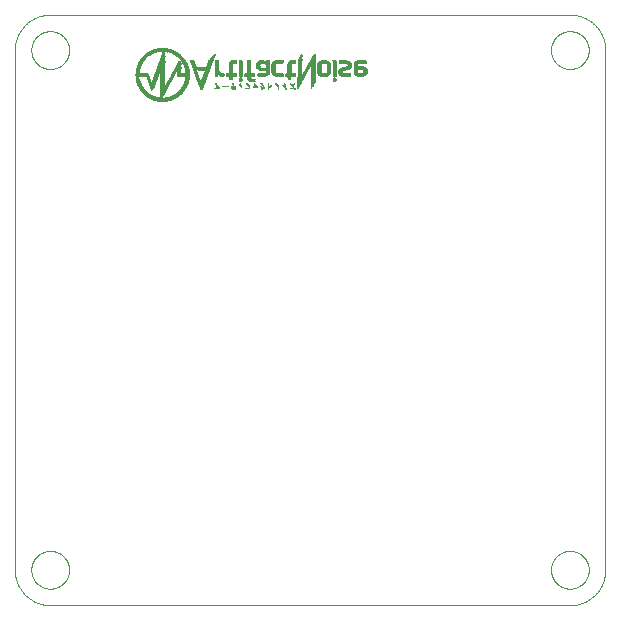
<source format=gbo>
G75*
%MOIN*%
%OFA0B0*%
%FSLAX25Y25*%
%IPPOS*%
%LPD*%
%AMOC8*
5,1,8,0,0,1.08239X$1,22.5*
%
%ADD10C,0.00000*%
%ADD11R,0.00039X0.00039*%
%ADD12R,0.00827X0.00039*%
%ADD13R,0.02008X0.00039*%
%ADD14R,0.00118X0.00039*%
%ADD15R,0.03110X0.00039*%
%ADD16R,0.03898X0.00039*%
%ADD17R,0.04528X0.00039*%
%ADD18R,0.04843X0.00039*%
%ADD19R,0.05079X0.00039*%
%ADD20R,0.05630X0.00039*%
%ADD21R,0.06102X0.00039*%
%ADD22R,0.06496X0.00039*%
%ADD23R,0.06654X0.00039*%
%ADD24R,0.06890X0.00039*%
%ADD25R,0.07283X0.00039*%
%ADD26R,0.07598X0.00039*%
%ADD27R,0.07913X0.00039*%
%ADD28R,0.07992X0.00039*%
%ADD29R,0.08228X0.00039*%
%ADD30R,0.03346X0.00039*%
%ADD31R,0.00276X0.00039*%
%ADD32R,0.02874X0.00039*%
%ADD33R,0.00354X0.00039*%
%ADD34R,0.02953X0.00039*%
%ADD35R,0.02717X0.00039*%
%ADD36R,0.00433X0.00039*%
%ADD37R,0.02559X0.00039*%
%ADD38R,0.00472X0.00039*%
%ADD39R,0.02638X0.00039*%
%ADD40R,0.02480X0.00039*%
%ADD41R,0.02323X0.00039*%
%ADD42R,0.00512X0.00039*%
%ADD43R,0.02402X0.00039*%
%ADD44R,0.02244X0.00039*%
%ADD45R,0.00591X0.00039*%
%ADD46R,0.02165X0.00039*%
%ADD47R,0.00669X0.00039*%
%ADD48R,0.02126X0.00039*%
%ADD49R,0.00748X0.00039*%
%ADD50R,0.02087X0.00039*%
%ADD51R,0.01969X0.00039*%
%ADD52R,0.01929X0.00039*%
%ADD53R,0.00079X0.00039*%
%ADD54R,0.01850X0.00039*%
%ADD55R,0.01772X0.00039*%
%ADD56R,0.01811X0.00039*%
%ADD57R,0.01693X0.00039*%
%ADD58R,0.00157X0.00039*%
%ADD59R,0.01732X0.00039*%
%ADD60R,0.00197X0.00039*%
%ADD61R,0.01654X0.00039*%
%ADD62R,0.00551X0.00039*%
%ADD63R,0.01614X0.00039*%
%ADD64R,0.00866X0.00039*%
%ADD65R,0.00236X0.00039*%
%ADD66R,0.00906X0.00039*%
%ADD67R,0.01535X0.00039*%
%ADD68R,0.00630X0.00039*%
%ADD69R,0.00984X0.00039*%
%ADD70R,0.00945X0.00039*%
%ADD71R,0.01575X0.00039*%
%ADD72R,0.00709X0.00039*%
%ADD73R,0.01496X0.00039*%
%ADD74R,0.01457X0.00039*%
%ADD75R,0.00787X0.00039*%
%ADD76R,0.01063X0.00039*%
%ADD77R,0.01378X0.00039*%
%ADD78R,0.01417X0.00039*%
%ADD79R,0.01102X0.00039*%
%ADD80R,0.01142X0.00039*%
%ADD81R,0.01024X0.00039*%
%ADD82R,0.01299X0.00039*%
%ADD83R,0.01220X0.00039*%
%ADD84R,0.01339X0.00039*%
%ADD85R,0.01181X0.00039*%
%ADD86R,0.01260X0.00039*%
%ADD87R,0.02362X0.00039*%
%ADD88R,0.02677X0.00039*%
%ADD89R,0.03031X0.00039*%
%ADD90R,0.02913X0.00039*%
%ADD91R,0.03189X0.00039*%
%ADD92R,0.03268X0.00039*%
%ADD93R,0.03071X0.00039*%
%ADD94R,0.02795X0.00039*%
%ADD95R,0.03425X0.00039*%
%ADD96R,0.02047X0.00039*%
%ADD97R,0.03386X0.00039*%
%ADD98R,0.03504X0.00039*%
%ADD99R,0.02205X0.00039*%
%ADD100R,0.03819X0.00039*%
%ADD101R,0.03307X0.00039*%
%ADD102R,0.03583X0.00039*%
%ADD103R,0.02283X0.00039*%
%ADD104R,0.03465X0.00039*%
%ADD105R,0.03661X0.00039*%
%ADD106R,0.03976X0.00039*%
%ADD107R,0.03740X0.00039*%
%ADD108R,0.04055X0.00039*%
%ADD109R,0.03780X0.00039*%
%ADD110R,0.02441X0.00039*%
%ADD111R,0.03543X0.00039*%
%ADD112R,0.03858X0.00039*%
%ADD113R,0.04134X0.00039*%
%ADD114R,0.04016X0.00039*%
%ADD115R,0.01890X0.00039*%
%ADD116R,0.04488X0.00039*%
%ADD117R,0.04449X0.00039*%
%ADD118R,0.04409X0.00039*%
%ADD119R,0.04370X0.00039*%
%ADD120R,0.02992X0.00039*%
%ADD121R,0.04331X0.00039*%
%ADD122R,0.04094X0.00039*%
%ADD123R,0.04252X0.00039*%
%ADD124R,0.04213X0.00039*%
%ADD125R,0.04173X0.00039*%
%ADD126R,0.03622X0.00039*%
%ADD127R,0.03701X0.00039*%
%ADD128R,0.03937X0.00039*%
%ADD129R,0.04291X0.00039*%
%ADD130R,0.00315X0.00039*%
%ADD131R,0.00394X0.00039*%
%ADD132R,0.08386X0.00039*%
%ADD133R,0.08071X0.00039*%
%ADD134R,0.07835X0.00039*%
%ADD135R,0.07441X0.00039*%
%ADD136R,0.07126X0.00039*%
%ADD137R,0.06811X0.00039*%
%ADD138R,0.06732X0.00039*%
%ADD139R,0.06339X0.00039*%
%ADD140R,0.05866X0.00039*%
%ADD141R,0.05472X0.00039*%
%ADD142R,0.04921X0.00039*%
D10*
X0004543Y0016354D02*
X0004543Y0189583D01*
X0010055Y0189583D02*
X0010057Y0189741D01*
X0010063Y0189899D01*
X0010073Y0190057D01*
X0010087Y0190215D01*
X0010105Y0190372D01*
X0010126Y0190529D01*
X0010152Y0190685D01*
X0010182Y0190841D01*
X0010215Y0190996D01*
X0010253Y0191149D01*
X0010294Y0191302D01*
X0010339Y0191454D01*
X0010388Y0191605D01*
X0010441Y0191754D01*
X0010497Y0191902D01*
X0010557Y0192048D01*
X0010621Y0192193D01*
X0010689Y0192336D01*
X0010760Y0192478D01*
X0010834Y0192618D01*
X0010912Y0192755D01*
X0010994Y0192891D01*
X0011078Y0193025D01*
X0011167Y0193156D01*
X0011258Y0193285D01*
X0011353Y0193412D01*
X0011450Y0193537D01*
X0011551Y0193659D01*
X0011655Y0193778D01*
X0011762Y0193895D01*
X0011872Y0194009D01*
X0011985Y0194120D01*
X0012100Y0194229D01*
X0012218Y0194334D01*
X0012339Y0194436D01*
X0012462Y0194536D01*
X0012588Y0194632D01*
X0012716Y0194725D01*
X0012846Y0194815D01*
X0012979Y0194901D01*
X0013114Y0194985D01*
X0013250Y0195064D01*
X0013389Y0195141D01*
X0013530Y0195213D01*
X0013672Y0195283D01*
X0013816Y0195348D01*
X0013962Y0195410D01*
X0014109Y0195468D01*
X0014258Y0195523D01*
X0014408Y0195574D01*
X0014559Y0195621D01*
X0014711Y0195664D01*
X0014864Y0195703D01*
X0015019Y0195739D01*
X0015174Y0195770D01*
X0015330Y0195798D01*
X0015486Y0195822D01*
X0015643Y0195842D01*
X0015801Y0195858D01*
X0015958Y0195870D01*
X0016117Y0195878D01*
X0016275Y0195882D01*
X0016433Y0195882D01*
X0016591Y0195878D01*
X0016750Y0195870D01*
X0016907Y0195858D01*
X0017065Y0195842D01*
X0017222Y0195822D01*
X0017378Y0195798D01*
X0017534Y0195770D01*
X0017689Y0195739D01*
X0017844Y0195703D01*
X0017997Y0195664D01*
X0018149Y0195621D01*
X0018300Y0195574D01*
X0018450Y0195523D01*
X0018599Y0195468D01*
X0018746Y0195410D01*
X0018892Y0195348D01*
X0019036Y0195283D01*
X0019178Y0195213D01*
X0019319Y0195141D01*
X0019458Y0195064D01*
X0019594Y0194985D01*
X0019729Y0194901D01*
X0019862Y0194815D01*
X0019992Y0194725D01*
X0020120Y0194632D01*
X0020246Y0194536D01*
X0020369Y0194436D01*
X0020490Y0194334D01*
X0020608Y0194229D01*
X0020723Y0194120D01*
X0020836Y0194009D01*
X0020946Y0193895D01*
X0021053Y0193778D01*
X0021157Y0193659D01*
X0021258Y0193537D01*
X0021355Y0193412D01*
X0021450Y0193285D01*
X0021541Y0193156D01*
X0021630Y0193025D01*
X0021714Y0192891D01*
X0021796Y0192755D01*
X0021874Y0192618D01*
X0021948Y0192478D01*
X0022019Y0192336D01*
X0022087Y0192193D01*
X0022151Y0192048D01*
X0022211Y0191902D01*
X0022267Y0191754D01*
X0022320Y0191605D01*
X0022369Y0191454D01*
X0022414Y0191302D01*
X0022455Y0191149D01*
X0022493Y0190996D01*
X0022526Y0190841D01*
X0022556Y0190685D01*
X0022582Y0190529D01*
X0022603Y0190372D01*
X0022621Y0190215D01*
X0022635Y0190057D01*
X0022645Y0189899D01*
X0022651Y0189741D01*
X0022653Y0189583D01*
X0022651Y0189425D01*
X0022645Y0189267D01*
X0022635Y0189109D01*
X0022621Y0188951D01*
X0022603Y0188794D01*
X0022582Y0188637D01*
X0022556Y0188481D01*
X0022526Y0188325D01*
X0022493Y0188170D01*
X0022455Y0188017D01*
X0022414Y0187864D01*
X0022369Y0187712D01*
X0022320Y0187561D01*
X0022267Y0187412D01*
X0022211Y0187264D01*
X0022151Y0187118D01*
X0022087Y0186973D01*
X0022019Y0186830D01*
X0021948Y0186688D01*
X0021874Y0186548D01*
X0021796Y0186411D01*
X0021714Y0186275D01*
X0021630Y0186141D01*
X0021541Y0186010D01*
X0021450Y0185881D01*
X0021355Y0185754D01*
X0021258Y0185629D01*
X0021157Y0185507D01*
X0021053Y0185388D01*
X0020946Y0185271D01*
X0020836Y0185157D01*
X0020723Y0185046D01*
X0020608Y0184937D01*
X0020490Y0184832D01*
X0020369Y0184730D01*
X0020246Y0184630D01*
X0020120Y0184534D01*
X0019992Y0184441D01*
X0019862Y0184351D01*
X0019729Y0184265D01*
X0019594Y0184181D01*
X0019458Y0184102D01*
X0019319Y0184025D01*
X0019178Y0183953D01*
X0019036Y0183883D01*
X0018892Y0183818D01*
X0018746Y0183756D01*
X0018599Y0183698D01*
X0018450Y0183643D01*
X0018300Y0183592D01*
X0018149Y0183545D01*
X0017997Y0183502D01*
X0017844Y0183463D01*
X0017689Y0183427D01*
X0017534Y0183396D01*
X0017378Y0183368D01*
X0017222Y0183344D01*
X0017065Y0183324D01*
X0016907Y0183308D01*
X0016750Y0183296D01*
X0016591Y0183288D01*
X0016433Y0183284D01*
X0016275Y0183284D01*
X0016117Y0183288D01*
X0015958Y0183296D01*
X0015801Y0183308D01*
X0015643Y0183324D01*
X0015486Y0183344D01*
X0015330Y0183368D01*
X0015174Y0183396D01*
X0015019Y0183427D01*
X0014864Y0183463D01*
X0014711Y0183502D01*
X0014559Y0183545D01*
X0014408Y0183592D01*
X0014258Y0183643D01*
X0014109Y0183698D01*
X0013962Y0183756D01*
X0013816Y0183818D01*
X0013672Y0183883D01*
X0013530Y0183953D01*
X0013389Y0184025D01*
X0013250Y0184102D01*
X0013114Y0184181D01*
X0012979Y0184265D01*
X0012846Y0184351D01*
X0012716Y0184441D01*
X0012588Y0184534D01*
X0012462Y0184630D01*
X0012339Y0184730D01*
X0012218Y0184832D01*
X0012100Y0184937D01*
X0011985Y0185046D01*
X0011872Y0185157D01*
X0011762Y0185271D01*
X0011655Y0185388D01*
X0011551Y0185507D01*
X0011450Y0185629D01*
X0011353Y0185754D01*
X0011258Y0185881D01*
X0011167Y0186010D01*
X0011078Y0186141D01*
X0010994Y0186275D01*
X0010912Y0186411D01*
X0010834Y0186548D01*
X0010760Y0186688D01*
X0010689Y0186830D01*
X0010621Y0186973D01*
X0010557Y0187118D01*
X0010497Y0187264D01*
X0010441Y0187412D01*
X0010388Y0187561D01*
X0010339Y0187712D01*
X0010294Y0187864D01*
X0010253Y0188017D01*
X0010215Y0188170D01*
X0010182Y0188325D01*
X0010152Y0188481D01*
X0010126Y0188637D01*
X0010105Y0188794D01*
X0010087Y0188951D01*
X0010073Y0189109D01*
X0010063Y0189267D01*
X0010057Y0189425D01*
X0010055Y0189583D01*
X0004543Y0189583D02*
X0004546Y0189868D01*
X0004557Y0190154D01*
X0004574Y0190439D01*
X0004598Y0190723D01*
X0004629Y0191007D01*
X0004667Y0191290D01*
X0004712Y0191571D01*
X0004763Y0191852D01*
X0004821Y0192132D01*
X0004886Y0192410D01*
X0004958Y0192686D01*
X0005036Y0192960D01*
X0005121Y0193233D01*
X0005213Y0193503D01*
X0005311Y0193771D01*
X0005415Y0194037D01*
X0005526Y0194300D01*
X0005643Y0194560D01*
X0005766Y0194818D01*
X0005896Y0195072D01*
X0006032Y0195323D01*
X0006173Y0195571D01*
X0006321Y0195815D01*
X0006474Y0196056D01*
X0006634Y0196292D01*
X0006799Y0196525D01*
X0006969Y0196754D01*
X0007145Y0196979D01*
X0007327Y0197199D01*
X0007513Y0197415D01*
X0007705Y0197626D01*
X0007902Y0197833D01*
X0008104Y0198035D01*
X0008311Y0198232D01*
X0008522Y0198424D01*
X0008738Y0198610D01*
X0008958Y0198792D01*
X0009183Y0198968D01*
X0009412Y0199138D01*
X0009645Y0199303D01*
X0009881Y0199463D01*
X0010122Y0199616D01*
X0010366Y0199764D01*
X0010614Y0199905D01*
X0010865Y0200041D01*
X0011119Y0200171D01*
X0011377Y0200294D01*
X0011637Y0200411D01*
X0011900Y0200522D01*
X0012166Y0200626D01*
X0012434Y0200724D01*
X0012704Y0200816D01*
X0012977Y0200901D01*
X0013251Y0200979D01*
X0013527Y0201051D01*
X0013805Y0201116D01*
X0014085Y0201174D01*
X0014366Y0201225D01*
X0014647Y0201270D01*
X0014930Y0201308D01*
X0015214Y0201339D01*
X0015498Y0201363D01*
X0015783Y0201380D01*
X0016069Y0201391D01*
X0016354Y0201394D01*
X0189583Y0201394D01*
X0183284Y0189583D02*
X0183286Y0189741D01*
X0183292Y0189899D01*
X0183302Y0190057D01*
X0183316Y0190215D01*
X0183334Y0190372D01*
X0183355Y0190529D01*
X0183381Y0190685D01*
X0183411Y0190841D01*
X0183444Y0190996D01*
X0183482Y0191149D01*
X0183523Y0191302D01*
X0183568Y0191454D01*
X0183617Y0191605D01*
X0183670Y0191754D01*
X0183726Y0191902D01*
X0183786Y0192048D01*
X0183850Y0192193D01*
X0183918Y0192336D01*
X0183989Y0192478D01*
X0184063Y0192618D01*
X0184141Y0192755D01*
X0184223Y0192891D01*
X0184307Y0193025D01*
X0184396Y0193156D01*
X0184487Y0193285D01*
X0184582Y0193412D01*
X0184679Y0193537D01*
X0184780Y0193659D01*
X0184884Y0193778D01*
X0184991Y0193895D01*
X0185101Y0194009D01*
X0185214Y0194120D01*
X0185329Y0194229D01*
X0185447Y0194334D01*
X0185568Y0194436D01*
X0185691Y0194536D01*
X0185817Y0194632D01*
X0185945Y0194725D01*
X0186075Y0194815D01*
X0186208Y0194901D01*
X0186343Y0194985D01*
X0186479Y0195064D01*
X0186618Y0195141D01*
X0186759Y0195213D01*
X0186901Y0195283D01*
X0187045Y0195348D01*
X0187191Y0195410D01*
X0187338Y0195468D01*
X0187487Y0195523D01*
X0187637Y0195574D01*
X0187788Y0195621D01*
X0187940Y0195664D01*
X0188093Y0195703D01*
X0188248Y0195739D01*
X0188403Y0195770D01*
X0188559Y0195798D01*
X0188715Y0195822D01*
X0188872Y0195842D01*
X0189030Y0195858D01*
X0189187Y0195870D01*
X0189346Y0195878D01*
X0189504Y0195882D01*
X0189662Y0195882D01*
X0189820Y0195878D01*
X0189979Y0195870D01*
X0190136Y0195858D01*
X0190294Y0195842D01*
X0190451Y0195822D01*
X0190607Y0195798D01*
X0190763Y0195770D01*
X0190918Y0195739D01*
X0191073Y0195703D01*
X0191226Y0195664D01*
X0191378Y0195621D01*
X0191529Y0195574D01*
X0191679Y0195523D01*
X0191828Y0195468D01*
X0191975Y0195410D01*
X0192121Y0195348D01*
X0192265Y0195283D01*
X0192407Y0195213D01*
X0192548Y0195141D01*
X0192687Y0195064D01*
X0192823Y0194985D01*
X0192958Y0194901D01*
X0193091Y0194815D01*
X0193221Y0194725D01*
X0193349Y0194632D01*
X0193475Y0194536D01*
X0193598Y0194436D01*
X0193719Y0194334D01*
X0193837Y0194229D01*
X0193952Y0194120D01*
X0194065Y0194009D01*
X0194175Y0193895D01*
X0194282Y0193778D01*
X0194386Y0193659D01*
X0194487Y0193537D01*
X0194584Y0193412D01*
X0194679Y0193285D01*
X0194770Y0193156D01*
X0194859Y0193025D01*
X0194943Y0192891D01*
X0195025Y0192755D01*
X0195103Y0192618D01*
X0195177Y0192478D01*
X0195248Y0192336D01*
X0195316Y0192193D01*
X0195380Y0192048D01*
X0195440Y0191902D01*
X0195496Y0191754D01*
X0195549Y0191605D01*
X0195598Y0191454D01*
X0195643Y0191302D01*
X0195684Y0191149D01*
X0195722Y0190996D01*
X0195755Y0190841D01*
X0195785Y0190685D01*
X0195811Y0190529D01*
X0195832Y0190372D01*
X0195850Y0190215D01*
X0195864Y0190057D01*
X0195874Y0189899D01*
X0195880Y0189741D01*
X0195882Y0189583D01*
X0195880Y0189425D01*
X0195874Y0189267D01*
X0195864Y0189109D01*
X0195850Y0188951D01*
X0195832Y0188794D01*
X0195811Y0188637D01*
X0195785Y0188481D01*
X0195755Y0188325D01*
X0195722Y0188170D01*
X0195684Y0188017D01*
X0195643Y0187864D01*
X0195598Y0187712D01*
X0195549Y0187561D01*
X0195496Y0187412D01*
X0195440Y0187264D01*
X0195380Y0187118D01*
X0195316Y0186973D01*
X0195248Y0186830D01*
X0195177Y0186688D01*
X0195103Y0186548D01*
X0195025Y0186411D01*
X0194943Y0186275D01*
X0194859Y0186141D01*
X0194770Y0186010D01*
X0194679Y0185881D01*
X0194584Y0185754D01*
X0194487Y0185629D01*
X0194386Y0185507D01*
X0194282Y0185388D01*
X0194175Y0185271D01*
X0194065Y0185157D01*
X0193952Y0185046D01*
X0193837Y0184937D01*
X0193719Y0184832D01*
X0193598Y0184730D01*
X0193475Y0184630D01*
X0193349Y0184534D01*
X0193221Y0184441D01*
X0193091Y0184351D01*
X0192958Y0184265D01*
X0192823Y0184181D01*
X0192687Y0184102D01*
X0192548Y0184025D01*
X0192407Y0183953D01*
X0192265Y0183883D01*
X0192121Y0183818D01*
X0191975Y0183756D01*
X0191828Y0183698D01*
X0191679Y0183643D01*
X0191529Y0183592D01*
X0191378Y0183545D01*
X0191226Y0183502D01*
X0191073Y0183463D01*
X0190918Y0183427D01*
X0190763Y0183396D01*
X0190607Y0183368D01*
X0190451Y0183344D01*
X0190294Y0183324D01*
X0190136Y0183308D01*
X0189979Y0183296D01*
X0189820Y0183288D01*
X0189662Y0183284D01*
X0189504Y0183284D01*
X0189346Y0183288D01*
X0189187Y0183296D01*
X0189030Y0183308D01*
X0188872Y0183324D01*
X0188715Y0183344D01*
X0188559Y0183368D01*
X0188403Y0183396D01*
X0188248Y0183427D01*
X0188093Y0183463D01*
X0187940Y0183502D01*
X0187788Y0183545D01*
X0187637Y0183592D01*
X0187487Y0183643D01*
X0187338Y0183698D01*
X0187191Y0183756D01*
X0187045Y0183818D01*
X0186901Y0183883D01*
X0186759Y0183953D01*
X0186618Y0184025D01*
X0186479Y0184102D01*
X0186343Y0184181D01*
X0186208Y0184265D01*
X0186075Y0184351D01*
X0185945Y0184441D01*
X0185817Y0184534D01*
X0185691Y0184630D01*
X0185568Y0184730D01*
X0185447Y0184832D01*
X0185329Y0184937D01*
X0185214Y0185046D01*
X0185101Y0185157D01*
X0184991Y0185271D01*
X0184884Y0185388D01*
X0184780Y0185507D01*
X0184679Y0185629D01*
X0184582Y0185754D01*
X0184487Y0185881D01*
X0184396Y0186010D01*
X0184307Y0186141D01*
X0184223Y0186275D01*
X0184141Y0186411D01*
X0184063Y0186548D01*
X0183989Y0186688D01*
X0183918Y0186830D01*
X0183850Y0186973D01*
X0183786Y0187118D01*
X0183726Y0187264D01*
X0183670Y0187412D01*
X0183617Y0187561D01*
X0183568Y0187712D01*
X0183523Y0187864D01*
X0183482Y0188017D01*
X0183444Y0188170D01*
X0183411Y0188325D01*
X0183381Y0188481D01*
X0183355Y0188637D01*
X0183334Y0188794D01*
X0183316Y0188951D01*
X0183302Y0189109D01*
X0183292Y0189267D01*
X0183286Y0189425D01*
X0183284Y0189583D01*
X0189583Y0201394D02*
X0189868Y0201391D01*
X0190154Y0201380D01*
X0190439Y0201363D01*
X0190723Y0201339D01*
X0191007Y0201308D01*
X0191290Y0201270D01*
X0191571Y0201225D01*
X0191852Y0201174D01*
X0192132Y0201116D01*
X0192410Y0201051D01*
X0192686Y0200979D01*
X0192960Y0200901D01*
X0193233Y0200816D01*
X0193503Y0200724D01*
X0193771Y0200626D01*
X0194037Y0200522D01*
X0194300Y0200411D01*
X0194560Y0200294D01*
X0194818Y0200171D01*
X0195072Y0200041D01*
X0195323Y0199905D01*
X0195571Y0199764D01*
X0195815Y0199616D01*
X0196056Y0199463D01*
X0196292Y0199303D01*
X0196525Y0199138D01*
X0196754Y0198968D01*
X0196979Y0198792D01*
X0197199Y0198610D01*
X0197415Y0198424D01*
X0197626Y0198232D01*
X0197833Y0198035D01*
X0198035Y0197833D01*
X0198232Y0197626D01*
X0198424Y0197415D01*
X0198610Y0197199D01*
X0198792Y0196979D01*
X0198968Y0196754D01*
X0199138Y0196525D01*
X0199303Y0196292D01*
X0199463Y0196056D01*
X0199616Y0195815D01*
X0199764Y0195571D01*
X0199905Y0195323D01*
X0200041Y0195072D01*
X0200171Y0194818D01*
X0200294Y0194560D01*
X0200411Y0194300D01*
X0200522Y0194037D01*
X0200626Y0193771D01*
X0200724Y0193503D01*
X0200816Y0193233D01*
X0200901Y0192960D01*
X0200979Y0192686D01*
X0201051Y0192410D01*
X0201116Y0192132D01*
X0201174Y0191852D01*
X0201225Y0191571D01*
X0201270Y0191290D01*
X0201308Y0191007D01*
X0201339Y0190723D01*
X0201363Y0190439D01*
X0201380Y0190154D01*
X0201391Y0189868D01*
X0201394Y0189583D01*
X0201394Y0016354D01*
X0183284Y0016354D02*
X0183286Y0016512D01*
X0183292Y0016670D01*
X0183302Y0016828D01*
X0183316Y0016986D01*
X0183334Y0017143D01*
X0183355Y0017300D01*
X0183381Y0017456D01*
X0183411Y0017612D01*
X0183444Y0017767D01*
X0183482Y0017920D01*
X0183523Y0018073D01*
X0183568Y0018225D01*
X0183617Y0018376D01*
X0183670Y0018525D01*
X0183726Y0018673D01*
X0183786Y0018819D01*
X0183850Y0018964D01*
X0183918Y0019107D01*
X0183989Y0019249D01*
X0184063Y0019389D01*
X0184141Y0019526D01*
X0184223Y0019662D01*
X0184307Y0019796D01*
X0184396Y0019927D01*
X0184487Y0020056D01*
X0184582Y0020183D01*
X0184679Y0020308D01*
X0184780Y0020430D01*
X0184884Y0020549D01*
X0184991Y0020666D01*
X0185101Y0020780D01*
X0185214Y0020891D01*
X0185329Y0021000D01*
X0185447Y0021105D01*
X0185568Y0021207D01*
X0185691Y0021307D01*
X0185817Y0021403D01*
X0185945Y0021496D01*
X0186075Y0021586D01*
X0186208Y0021672D01*
X0186343Y0021756D01*
X0186479Y0021835D01*
X0186618Y0021912D01*
X0186759Y0021984D01*
X0186901Y0022054D01*
X0187045Y0022119D01*
X0187191Y0022181D01*
X0187338Y0022239D01*
X0187487Y0022294D01*
X0187637Y0022345D01*
X0187788Y0022392D01*
X0187940Y0022435D01*
X0188093Y0022474D01*
X0188248Y0022510D01*
X0188403Y0022541D01*
X0188559Y0022569D01*
X0188715Y0022593D01*
X0188872Y0022613D01*
X0189030Y0022629D01*
X0189187Y0022641D01*
X0189346Y0022649D01*
X0189504Y0022653D01*
X0189662Y0022653D01*
X0189820Y0022649D01*
X0189979Y0022641D01*
X0190136Y0022629D01*
X0190294Y0022613D01*
X0190451Y0022593D01*
X0190607Y0022569D01*
X0190763Y0022541D01*
X0190918Y0022510D01*
X0191073Y0022474D01*
X0191226Y0022435D01*
X0191378Y0022392D01*
X0191529Y0022345D01*
X0191679Y0022294D01*
X0191828Y0022239D01*
X0191975Y0022181D01*
X0192121Y0022119D01*
X0192265Y0022054D01*
X0192407Y0021984D01*
X0192548Y0021912D01*
X0192687Y0021835D01*
X0192823Y0021756D01*
X0192958Y0021672D01*
X0193091Y0021586D01*
X0193221Y0021496D01*
X0193349Y0021403D01*
X0193475Y0021307D01*
X0193598Y0021207D01*
X0193719Y0021105D01*
X0193837Y0021000D01*
X0193952Y0020891D01*
X0194065Y0020780D01*
X0194175Y0020666D01*
X0194282Y0020549D01*
X0194386Y0020430D01*
X0194487Y0020308D01*
X0194584Y0020183D01*
X0194679Y0020056D01*
X0194770Y0019927D01*
X0194859Y0019796D01*
X0194943Y0019662D01*
X0195025Y0019526D01*
X0195103Y0019389D01*
X0195177Y0019249D01*
X0195248Y0019107D01*
X0195316Y0018964D01*
X0195380Y0018819D01*
X0195440Y0018673D01*
X0195496Y0018525D01*
X0195549Y0018376D01*
X0195598Y0018225D01*
X0195643Y0018073D01*
X0195684Y0017920D01*
X0195722Y0017767D01*
X0195755Y0017612D01*
X0195785Y0017456D01*
X0195811Y0017300D01*
X0195832Y0017143D01*
X0195850Y0016986D01*
X0195864Y0016828D01*
X0195874Y0016670D01*
X0195880Y0016512D01*
X0195882Y0016354D01*
X0195880Y0016196D01*
X0195874Y0016038D01*
X0195864Y0015880D01*
X0195850Y0015722D01*
X0195832Y0015565D01*
X0195811Y0015408D01*
X0195785Y0015252D01*
X0195755Y0015096D01*
X0195722Y0014941D01*
X0195684Y0014788D01*
X0195643Y0014635D01*
X0195598Y0014483D01*
X0195549Y0014332D01*
X0195496Y0014183D01*
X0195440Y0014035D01*
X0195380Y0013889D01*
X0195316Y0013744D01*
X0195248Y0013601D01*
X0195177Y0013459D01*
X0195103Y0013319D01*
X0195025Y0013182D01*
X0194943Y0013046D01*
X0194859Y0012912D01*
X0194770Y0012781D01*
X0194679Y0012652D01*
X0194584Y0012525D01*
X0194487Y0012400D01*
X0194386Y0012278D01*
X0194282Y0012159D01*
X0194175Y0012042D01*
X0194065Y0011928D01*
X0193952Y0011817D01*
X0193837Y0011708D01*
X0193719Y0011603D01*
X0193598Y0011501D01*
X0193475Y0011401D01*
X0193349Y0011305D01*
X0193221Y0011212D01*
X0193091Y0011122D01*
X0192958Y0011036D01*
X0192823Y0010952D01*
X0192687Y0010873D01*
X0192548Y0010796D01*
X0192407Y0010724D01*
X0192265Y0010654D01*
X0192121Y0010589D01*
X0191975Y0010527D01*
X0191828Y0010469D01*
X0191679Y0010414D01*
X0191529Y0010363D01*
X0191378Y0010316D01*
X0191226Y0010273D01*
X0191073Y0010234D01*
X0190918Y0010198D01*
X0190763Y0010167D01*
X0190607Y0010139D01*
X0190451Y0010115D01*
X0190294Y0010095D01*
X0190136Y0010079D01*
X0189979Y0010067D01*
X0189820Y0010059D01*
X0189662Y0010055D01*
X0189504Y0010055D01*
X0189346Y0010059D01*
X0189187Y0010067D01*
X0189030Y0010079D01*
X0188872Y0010095D01*
X0188715Y0010115D01*
X0188559Y0010139D01*
X0188403Y0010167D01*
X0188248Y0010198D01*
X0188093Y0010234D01*
X0187940Y0010273D01*
X0187788Y0010316D01*
X0187637Y0010363D01*
X0187487Y0010414D01*
X0187338Y0010469D01*
X0187191Y0010527D01*
X0187045Y0010589D01*
X0186901Y0010654D01*
X0186759Y0010724D01*
X0186618Y0010796D01*
X0186479Y0010873D01*
X0186343Y0010952D01*
X0186208Y0011036D01*
X0186075Y0011122D01*
X0185945Y0011212D01*
X0185817Y0011305D01*
X0185691Y0011401D01*
X0185568Y0011501D01*
X0185447Y0011603D01*
X0185329Y0011708D01*
X0185214Y0011817D01*
X0185101Y0011928D01*
X0184991Y0012042D01*
X0184884Y0012159D01*
X0184780Y0012278D01*
X0184679Y0012400D01*
X0184582Y0012525D01*
X0184487Y0012652D01*
X0184396Y0012781D01*
X0184307Y0012912D01*
X0184223Y0013046D01*
X0184141Y0013182D01*
X0184063Y0013319D01*
X0183989Y0013459D01*
X0183918Y0013601D01*
X0183850Y0013744D01*
X0183786Y0013889D01*
X0183726Y0014035D01*
X0183670Y0014183D01*
X0183617Y0014332D01*
X0183568Y0014483D01*
X0183523Y0014635D01*
X0183482Y0014788D01*
X0183444Y0014941D01*
X0183411Y0015096D01*
X0183381Y0015252D01*
X0183355Y0015408D01*
X0183334Y0015565D01*
X0183316Y0015722D01*
X0183302Y0015880D01*
X0183292Y0016038D01*
X0183286Y0016196D01*
X0183284Y0016354D01*
X0189583Y0004543D02*
X0189868Y0004546D01*
X0190154Y0004557D01*
X0190439Y0004574D01*
X0190723Y0004598D01*
X0191007Y0004629D01*
X0191290Y0004667D01*
X0191571Y0004712D01*
X0191852Y0004763D01*
X0192132Y0004821D01*
X0192410Y0004886D01*
X0192686Y0004958D01*
X0192960Y0005036D01*
X0193233Y0005121D01*
X0193503Y0005213D01*
X0193771Y0005311D01*
X0194037Y0005415D01*
X0194300Y0005526D01*
X0194560Y0005643D01*
X0194818Y0005766D01*
X0195072Y0005896D01*
X0195323Y0006032D01*
X0195571Y0006173D01*
X0195815Y0006321D01*
X0196056Y0006474D01*
X0196292Y0006634D01*
X0196525Y0006799D01*
X0196754Y0006969D01*
X0196979Y0007145D01*
X0197199Y0007327D01*
X0197415Y0007513D01*
X0197626Y0007705D01*
X0197833Y0007902D01*
X0198035Y0008104D01*
X0198232Y0008311D01*
X0198424Y0008522D01*
X0198610Y0008738D01*
X0198792Y0008958D01*
X0198968Y0009183D01*
X0199138Y0009412D01*
X0199303Y0009645D01*
X0199463Y0009881D01*
X0199616Y0010122D01*
X0199764Y0010366D01*
X0199905Y0010614D01*
X0200041Y0010865D01*
X0200171Y0011119D01*
X0200294Y0011377D01*
X0200411Y0011637D01*
X0200522Y0011900D01*
X0200626Y0012166D01*
X0200724Y0012434D01*
X0200816Y0012704D01*
X0200901Y0012977D01*
X0200979Y0013251D01*
X0201051Y0013527D01*
X0201116Y0013805D01*
X0201174Y0014085D01*
X0201225Y0014366D01*
X0201270Y0014647D01*
X0201308Y0014930D01*
X0201339Y0015214D01*
X0201363Y0015498D01*
X0201380Y0015783D01*
X0201391Y0016069D01*
X0201394Y0016354D01*
X0189583Y0004543D02*
X0016354Y0004543D01*
X0010055Y0016354D02*
X0010057Y0016512D01*
X0010063Y0016670D01*
X0010073Y0016828D01*
X0010087Y0016986D01*
X0010105Y0017143D01*
X0010126Y0017300D01*
X0010152Y0017456D01*
X0010182Y0017612D01*
X0010215Y0017767D01*
X0010253Y0017920D01*
X0010294Y0018073D01*
X0010339Y0018225D01*
X0010388Y0018376D01*
X0010441Y0018525D01*
X0010497Y0018673D01*
X0010557Y0018819D01*
X0010621Y0018964D01*
X0010689Y0019107D01*
X0010760Y0019249D01*
X0010834Y0019389D01*
X0010912Y0019526D01*
X0010994Y0019662D01*
X0011078Y0019796D01*
X0011167Y0019927D01*
X0011258Y0020056D01*
X0011353Y0020183D01*
X0011450Y0020308D01*
X0011551Y0020430D01*
X0011655Y0020549D01*
X0011762Y0020666D01*
X0011872Y0020780D01*
X0011985Y0020891D01*
X0012100Y0021000D01*
X0012218Y0021105D01*
X0012339Y0021207D01*
X0012462Y0021307D01*
X0012588Y0021403D01*
X0012716Y0021496D01*
X0012846Y0021586D01*
X0012979Y0021672D01*
X0013114Y0021756D01*
X0013250Y0021835D01*
X0013389Y0021912D01*
X0013530Y0021984D01*
X0013672Y0022054D01*
X0013816Y0022119D01*
X0013962Y0022181D01*
X0014109Y0022239D01*
X0014258Y0022294D01*
X0014408Y0022345D01*
X0014559Y0022392D01*
X0014711Y0022435D01*
X0014864Y0022474D01*
X0015019Y0022510D01*
X0015174Y0022541D01*
X0015330Y0022569D01*
X0015486Y0022593D01*
X0015643Y0022613D01*
X0015801Y0022629D01*
X0015958Y0022641D01*
X0016117Y0022649D01*
X0016275Y0022653D01*
X0016433Y0022653D01*
X0016591Y0022649D01*
X0016750Y0022641D01*
X0016907Y0022629D01*
X0017065Y0022613D01*
X0017222Y0022593D01*
X0017378Y0022569D01*
X0017534Y0022541D01*
X0017689Y0022510D01*
X0017844Y0022474D01*
X0017997Y0022435D01*
X0018149Y0022392D01*
X0018300Y0022345D01*
X0018450Y0022294D01*
X0018599Y0022239D01*
X0018746Y0022181D01*
X0018892Y0022119D01*
X0019036Y0022054D01*
X0019178Y0021984D01*
X0019319Y0021912D01*
X0019458Y0021835D01*
X0019594Y0021756D01*
X0019729Y0021672D01*
X0019862Y0021586D01*
X0019992Y0021496D01*
X0020120Y0021403D01*
X0020246Y0021307D01*
X0020369Y0021207D01*
X0020490Y0021105D01*
X0020608Y0021000D01*
X0020723Y0020891D01*
X0020836Y0020780D01*
X0020946Y0020666D01*
X0021053Y0020549D01*
X0021157Y0020430D01*
X0021258Y0020308D01*
X0021355Y0020183D01*
X0021450Y0020056D01*
X0021541Y0019927D01*
X0021630Y0019796D01*
X0021714Y0019662D01*
X0021796Y0019526D01*
X0021874Y0019389D01*
X0021948Y0019249D01*
X0022019Y0019107D01*
X0022087Y0018964D01*
X0022151Y0018819D01*
X0022211Y0018673D01*
X0022267Y0018525D01*
X0022320Y0018376D01*
X0022369Y0018225D01*
X0022414Y0018073D01*
X0022455Y0017920D01*
X0022493Y0017767D01*
X0022526Y0017612D01*
X0022556Y0017456D01*
X0022582Y0017300D01*
X0022603Y0017143D01*
X0022621Y0016986D01*
X0022635Y0016828D01*
X0022645Y0016670D01*
X0022651Y0016512D01*
X0022653Y0016354D01*
X0022651Y0016196D01*
X0022645Y0016038D01*
X0022635Y0015880D01*
X0022621Y0015722D01*
X0022603Y0015565D01*
X0022582Y0015408D01*
X0022556Y0015252D01*
X0022526Y0015096D01*
X0022493Y0014941D01*
X0022455Y0014788D01*
X0022414Y0014635D01*
X0022369Y0014483D01*
X0022320Y0014332D01*
X0022267Y0014183D01*
X0022211Y0014035D01*
X0022151Y0013889D01*
X0022087Y0013744D01*
X0022019Y0013601D01*
X0021948Y0013459D01*
X0021874Y0013319D01*
X0021796Y0013182D01*
X0021714Y0013046D01*
X0021630Y0012912D01*
X0021541Y0012781D01*
X0021450Y0012652D01*
X0021355Y0012525D01*
X0021258Y0012400D01*
X0021157Y0012278D01*
X0021053Y0012159D01*
X0020946Y0012042D01*
X0020836Y0011928D01*
X0020723Y0011817D01*
X0020608Y0011708D01*
X0020490Y0011603D01*
X0020369Y0011501D01*
X0020246Y0011401D01*
X0020120Y0011305D01*
X0019992Y0011212D01*
X0019862Y0011122D01*
X0019729Y0011036D01*
X0019594Y0010952D01*
X0019458Y0010873D01*
X0019319Y0010796D01*
X0019178Y0010724D01*
X0019036Y0010654D01*
X0018892Y0010589D01*
X0018746Y0010527D01*
X0018599Y0010469D01*
X0018450Y0010414D01*
X0018300Y0010363D01*
X0018149Y0010316D01*
X0017997Y0010273D01*
X0017844Y0010234D01*
X0017689Y0010198D01*
X0017534Y0010167D01*
X0017378Y0010139D01*
X0017222Y0010115D01*
X0017065Y0010095D01*
X0016907Y0010079D01*
X0016750Y0010067D01*
X0016591Y0010059D01*
X0016433Y0010055D01*
X0016275Y0010055D01*
X0016117Y0010059D01*
X0015958Y0010067D01*
X0015801Y0010079D01*
X0015643Y0010095D01*
X0015486Y0010115D01*
X0015330Y0010139D01*
X0015174Y0010167D01*
X0015019Y0010198D01*
X0014864Y0010234D01*
X0014711Y0010273D01*
X0014559Y0010316D01*
X0014408Y0010363D01*
X0014258Y0010414D01*
X0014109Y0010469D01*
X0013962Y0010527D01*
X0013816Y0010589D01*
X0013672Y0010654D01*
X0013530Y0010724D01*
X0013389Y0010796D01*
X0013250Y0010873D01*
X0013114Y0010952D01*
X0012979Y0011036D01*
X0012846Y0011122D01*
X0012716Y0011212D01*
X0012588Y0011305D01*
X0012462Y0011401D01*
X0012339Y0011501D01*
X0012218Y0011603D01*
X0012100Y0011708D01*
X0011985Y0011817D01*
X0011872Y0011928D01*
X0011762Y0012042D01*
X0011655Y0012159D01*
X0011551Y0012278D01*
X0011450Y0012400D01*
X0011353Y0012525D01*
X0011258Y0012652D01*
X0011167Y0012781D01*
X0011078Y0012912D01*
X0010994Y0013046D01*
X0010912Y0013182D01*
X0010834Y0013319D01*
X0010760Y0013459D01*
X0010689Y0013601D01*
X0010621Y0013744D01*
X0010557Y0013889D01*
X0010497Y0014035D01*
X0010441Y0014183D01*
X0010388Y0014332D01*
X0010339Y0014483D01*
X0010294Y0014635D01*
X0010253Y0014788D01*
X0010215Y0014941D01*
X0010182Y0015096D01*
X0010152Y0015252D01*
X0010126Y0015408D01*
X0010105Y0015565D01*
X0010087Y0015722D01*
X0010073Y0015880D01*
X0010063Y0016038D01*
X0010057Y0016196D01*
X0010055Y0016354D01*
X0004543Y0016354D02*
X0004546Y0016069D01*
X0004557Y0015783D01*
X0004574Y0015498D01*
X0004598Y0015214D01*
X0004629Y0014930D01*
X0004667Y0014647D01*
X0004712Y0014366D01*
X0004763Y0014085D01*
X0004821Y0013805D01*
X0004886Y0013527D01*
X0004958Y0013251D01*
X0005036Y0012977D01*
X0005121Y0012704D01*
X0005213Y0012434D01*
X0005311Y0012166D01*
X0005415Y0011900D01*
X0005526Y0011637D01*
X0005643Y0011377D01*
X0005766Y0011119D01*
X0005896Y0010865D01*
X0006032Y0010614D01*
X0006173Y0010366D01*
X0006321Y0010122D01*
X0006474Y0009881D01*
X0006634Y0009645D01*
X0006799Y0009412D01*
X0006969Y0009183D01*
X0007145Y0008958D01*
X0007327Y0008738D01*
X0007513Y0008522D01*
X0007705Y0008311D01*
X0007902Y0008104D01*
X0008104Y0007902D01*
X0008311Y0007705D01*
X0008522Y0007513D01*
X0008738Y0007327D01*
X0008958Y0007145D01*
X0009183Y0006969D01*
X0009412Y0006799D01*
X0009645Y0006634D01*
X0009881Y0006474D01*
X0010122Y0006321D01*
X0010366Y0006173D01*
X0010614Y0006032D01*
X0010865Y0005896D01*
X0011119Y0005766D01*
X0011377Y0005643D01*
X0011637Y0005526D01*
X0011900Y0005415D01*
X0012166Y0005311D01*
X0012434Y0005213D01*
X0012704Y0005121D01*
X0012977Y0005036D01*
X0013251Y0004958D01*
X0013527Y0004886D01*
X0013805Y0004821D01*
X0014085Y0004763D01*
X0014366Y0004712D01*
X0014647Y0004667D01*
X0014930Y0004629D01*
X0015214Y0004598D01*
X0015498Y0004574D01*
X0015783Y0004557D01*
X0016069Y0004546D01*
X0016354Y0004543D01*
D11*
X0052496Y0172378D03*
X0052378Y0172417D03*
X0052102Y0172457D03*
X0051984Y0172496D03*
X0051709Y0172535D03*
X0051669Y0172575D03*
X0051354Y0172654D03*
X0051118Y0172732D03*
X0050882Y0172811D03*
X0050724Y0172890D03*
X0050488Y0172969D03*
X0050331Y0173047D03*
X0049701Y0173362D03*
X0050016Y0174386D03*
X0049858Y0174465D03*
X0049622Y0174622D03*
X0049543Y0174701D03*
X0049386Y0174780D03*
X0049150Y0174937D03*
X0049071Y0175016D03*
X0048598Y0175409D03*
X0048283Y0175724D03*
X0047969Y0176039D03*
X0047575Y0176512D03*
X0047496Y0176669D03*
X0047339Y0176906D03*
X0046945Y0177457D03*
X0046866Y0177614D03*
X0046787Y0177772D03*
X0046709Y0177929D03*
X0045921Y0177457D03*
X0045843Y0177535D03*
X0045843Y0177614D03*
X0045764Y0177772D03*
X0045685Y0177929D03*
X0045606Y0178087D03*
X0045528Y0178480D03*
X0045449Y0178717D03*
X0045370Y0178874D03*
X0045291Y0179346D03*
X0045213Y0179740D03*
X0045213Y0179819D03*
X0045134Y0180291D03*
X0045134Y0180606D03*
X0046000Y0180606D03*
X0046197Y0180724D03*
X0046276Y0180724D03*
X0046354Y0180724D03*
X0046433Y0180724D03*
X0046512Y0180724D03*
X0046591Y0180724D03*
X0046669Y0180724D03*
X0046748Y0180724D03*
X0046827Y0180724D03*
X0046906Y0180724D03*
X0046984Y0180724D03*
X0047063Y0180724D03*
X0047142Y0180724D03*
X0047220Y0180724D03*
X0047299Y0180724D03*
X0047378Y0180724D03*
X0047457Y0180724D03*
X0047535Y0180724D03*
X0047614Y0180724D03*
X0047693Y0180724D03*
X0047772Y0180724D03*
X0047850Y0180724D03*
X0047929Y0180724D03*
X0048008Y0180724D03*
X0048087Y0180724D03*
X0048165Y0180724D03*
X0048244Y0180724D03*
X0048323Y0180724D03*
X0048402Y0180724D03*
X0048480Y0180724D03*
X0048559Y0180724D03*
X0048677Y0180685D03*
X0048835Y0180134D03*
X0048913Y0179976D03*
X0048992Y0179819D03*
X0048992Y0179740D03*
X0049228Y0179031D03*
X0049307Y0178874D03*
X0049307Y0178795D03*
X0049386Y0178717D03*
X0049465Y0178480D03*
X0049622Y0177929D03*
X0049701Y0177772D03*
X0049780Y0177614D03*
X0049780Y0177535D03*
X0049937Y0177220D03*
X0050094Y0176669D03*
X0050173Y0176512D03*
X0050252Y0176276D03*
X0050331Y0176039D03*
X0050646Y0176354D03*
X0051118Y0177220D03*
X0051118Y0177299D03*
X0051197Y0177457D03*
X0051276Y0177614D03*
X0051433Y0178165D03*
X0051512Y0178402D03*
X0051591Y0178480D03*
X0051591Y0178559D03*
X0051669Y0178717D03*
X0051906Y0179425D03*
X0051984Y0179661D03*
X0052063Y0179819D03*
X0052220Y0180370D03*
X0052378Y0180685D03*
X0052378Y0180764D03*
X0052457Y0180921D03*
X0052693Y0181630D03*
X0052772Y0181866D03*
X0052850Y0182024D03*
X0052929Y0182181D03*
X0053402Y0182260D03*
X0053402Y0182339D03*
X0053402Y0182575D03*
X0053402Y0182654D03*
X0053402Y0182890D03*
X0053402Y0182969D03*
X0053244Y0183126D03*
X0053165Y0182969D03*
X0053165Y0182890D03*
X0053402Y0183205D03*
X0053402Y0183283D03*
X0053323Y0183283D03*
X0052299Y0183520D03*
X0052299Y0183598D03*
X0052220Y0183441D03*
X0052142Y0183205D03*
X0052378Y0183756D03*
X0052614Y0184465D03*
X0052693Y0184701D03*
X0052772Y0184858D03*
X0052850Y0185016D03*
X0053087Y0185724D03*
X0053165Y0185961D03*
X0053244Y0186118D03*
X0053323Y0186276D03*
X0053559Y0186984D03*
X0053559Y0187063D03*
X0053638Y0187220D03*
X0053717Y0187378D03*
X0053874Y0187929D03*
X0053874Y0188008D03*
X0053874Y0188244D03*
X0053874Y0188323D03*
X0054189Y0188638D03*
X0054346Y0188874D03*
X0054346Y0188953D03*
X0054701Y0188913D03*
X0054780Y0188913D03*
X0055134Y0188874D03*
X0055331Y0188835D03*
X0055606Y0188795D03*
X0055685Y0188795D03*
X0055724Y0188756D03*
X0056236Y0188638D03*
X0056276Y0188598D03*
X0056787Y0189504D03*
X0056866Y0189504D03*
X0057024Y0189425D03*
X0057417Y0189268D03*
X0057575Y0189189D03*
X0057654Y0189189D03*
X0057929Y0189071D03*
X0057969Y0189031D03*
X0058047Y0188953D03*
X0058126Y0188953D03*
X0058205Y0188874D03*
X0057575Y0188087D03*
X0057457Y0188126D03*
X0057417Y0188165D03*
X0057299Y0188205D03*
X0058047Y0187850D03*
X0058283Y0187693D03*
X0058441Y0187614D03*
X0058520Y0187535D03*
X0058756Y0187378D03*
X0059228Y0186984D03*
X0059307Y0186906D03*
X0059543Y0186669D03*
X0059622Y0186591D03*
X0059858Y0186354D03*
X0059937Y0186276D03*
X0060331Y0185724D03*
X0060409Y0185646D03*
X0060488Y0185488D03*
X0060016Y0185567D03*
X0059937Y0185567D03*
X0059858Y0185567D03*
X0059780Y0185567D03*
X0059701Y0185567D03*
X0059622Y0185567D03*
X0059543Y0185567D03*
X0059465Y0185567D03*
X0059386Y0185488D03*
X0059307Y0185331D03*
X0059228Y0185173D03*
X0059150Y0185016D03*
X0059071Y0184858D03*
X0060016Y0184701D03*
X0060016Y0185016D03*
X0060016Y0185331D03*
X0060016Y0184386D03*
X0060016Y0184071D03*
X0060016Y0183756D03*
X0060016Y0183441D03*
X0060016Y0183126D03*
X0060016Y0182811D03*
X0060016Y0182496D03*
X0060016Y0182181D03*
X0060016Y0181866D03*
X0060134Y0181669D03*
X0060213Y0181669D03*
X0060291Y0181669D03*
X0060370Y0181669D03*
X0060449Y0181669D03*
X0060528Y0181669D03*
X0060606Y0181669D03*
X0060685Y0181669D03*
X0060764Y0181669D03*
X0060843Y0181669D03*
X0060921Y0181669D03*
X0061000Y0181669D03*
X0061079Y0181669D03*
X0061157Y0181669D03*
X0061236Y0181669D03*
X0061315Y0181669D03*
X0061394Y0181669D03*
X0061472Y0181669D03*
X0061551Y0181669D03*
X0061630Y0181669D03*
X0061748Y0181709D03*
X0061748Y0181945D03*
X0061748Y0182024D03*
X0061748Y0182260D03*
X0061669Y0182496D03*
X0061591Y0182890D03*
X0061591Y0182969D03*
X0061433Y0183520D03*
X0061433Y0183598D03*
X0061354Y0183756D03*
X0061118Y0184465D03*
X0060961Y0184780D03*
X0061827Y0185094D03*
X0061984Y0184780D03*
X0062142Y0184465D03*
X0062299Y0183913D03*
X0062378Y0183756D03*
X0062457Y0183520D03*
X0062535Y0183126D03*
X0062614Y0182890D03*
X0062614Y0182654D03*
X0062693Y0182181D03*
X0062772Y0181709D03*
X0062772Y0181630D03*
X0062772Y0181394D03*
X0062772Y0181315D03*
X0062772Y0181079D03*
X0062772Y0181000D03*
X0062772Y0180764D03*
X0062772Y0180685D03*
X0062693Y0179976D03*
X0062614Y0179504D03*
X0062614Y0179425D03*
X0062535Y0179031D03*
X0062457Y0178874D03*
X0062457Y0178795D03*
X0062299Y0178244D03*
X0062220Y0178087D03*
X0062142Y0177850D03*
X0061984Y0177535D03*
X0061669Y0176906D03*
X0061512Y0176591D03*
X0061354Y0176354D03*
X0061276Y0176197D03*
X0060882Y0175646D03*
X0060803Y0175567D03*
X0060409Y0175094D03*
X0060094Y0174780D03*
X0059622Y0174386D03*
X0059543Y0174307D03*
X0058835Y0173756D03*
X0058126Y0173362D03*
X0058008Y0173244D03*
X0057890Y0173205D03*
X0057732Y0173126D03*
X0057496Y0173047D03*
X0056945Y0172811D03*
X0056709Y0172732D03*
X0056433Y0172614D03*
X0056236Y0172575D03*
X0056157Y0172575D03*
X0056118Y0172535D03*
X0055921Y0172496D03*
X0055843Y0172496D03*
X0055528Y0172417D03*
X0055449Y0172417D03*
X0055409Y0172378D03*
X0055331Y0172378D03*
X0055055Y0172339D03*
X0054976Y0172339D03*
X0054780Y0172299D03*
X0054701Y0172299D03*
X0054622Y0172299D03*
X0054307Y0173402D03*
X0054228Y0173402D03*
X0054150Y0173402D03*
X0053992Y0173402D03*
X0053835Y0173402D03*
X0053795Y0173441D03*
X0053795Y0173520D03*
X0053874Y0173677D03*
X0053953Y0173756D03*
X0053953Y0173835D03*
X0054110Y0174071D03*
X0054268Y0174386D03*
X0054425Y0174701D03*
X0053402Y0174701D03*
X0053402Y0174780D03*
X0053402Y0175016D03*
X0053402Y0175094D03*
X0053402Y0175331D03*
X0053402Y0175409D03*
X0053402Y0175646D03*
X0053402Y0175724D03*
X0053402Y0175961D03*
X0053402Y0176039D03*
X0053402Y0176276D03*
X0053402Y0176354D03*
X0053402Y0176591D03*
X0053402Y0176669D03*
X0053402Y0176906D03*
X0053402Y0176984D03*
X0053402Y0177220D03*
X0053402Y0177299D03*
X0053402Y0177535D03*
X0053402Y0177614D03*
X0053402Y0177850D03*
X0053402Y0177929D03*
X0053402Y0178165D03*
X0053402Y0178244D03*
X0053402Y0178480D03*
X0053402Y0178559D03*
X0053402Y0178795D03*
X0053402Y0178874D03*
X0053402Y0179110D03*
X0053402Y0179189D03*
X0053402Y0179425D03*
X0053402Y0179504D03*
X0053402Y0179740D03*
X0053402Y0179819D03*
X0053402Y0180055D03*
X0053402Y0180134D03*
X0053402Y0180370D03*
X0053402Y0180449D03*
X0053402Y0180685D03*
X0053402Y0180764D03*
X0053402Y0181000D03*
X0053402Y0181079D03*
X0053402Y0181315D03*
X0053402Y0181394D03*
X0053402Y0181630D03*
X0053402Y0181709D03*
X0053402Y0181945D03*
X0053402Y0182024D03*
X0051906Y0182496D03*
X0051827Y0182339D03*
X0051827Y0182260D03*
X0051669Y0181945D03*
X0051512Y0181394D03*
X0051433Y0181236D03*
X0051354Y0181079D03*
X0051354Y0181000D03*
X0051197Y0180685D03*
X0051039Y0180134D03*
X0050961Y0179976D03*
X0050882Y0179819D03*
X0050882Y0179740D03*
X0050646Y0179031D03*
X0050567Y0178874D03*
X0050488Y0178717D03*
X0050409Y0178559D03*
X0050409Y0178480D03*
X0050252Y0178402D03*
X0050016Y0179110D03*
X0049937Y0179346D03*
X0049858Y0179425D03*
X0049858Y0179504D03*
X0049780Y0179661D03*
X0049543Y0180370D03*
X0049465Y0180606D03*
X0049386Y0180685D03*
X0049386Y0180764D03*
X0049307Y0180921D03*
X0048992Y0181630D03*
X0048913Y0181630D03*
X0048835Y0181630D03*
X0048756Y0181630D03*
X0048677Y0181630D03*
X0048598Y0181630D03*
X0048520Y0181630D03*
X0048441Y0181630D03*
X0048362Y0181630D03*
X0048283Y0181630D03*
X0048205Y0181630D03*
X0048126Y0181630D03*
X0048047Y0181630D03*
X0047969Y0181630D03*
X0047890Y0181630D03*
X0047811Y0181630D03*
X0047732Y0181630D03*
X0047654Y0181630D03*
X0047575Y0181630D03*
X0047496Y0181630D03*
X0047417Y0181630D03*
X0047339Y0181630D03*
X0047260Y0181630D03*
X0047181Y0181630D03*
X0047102Y0181630D03*
X0047024Y0181630D03*
X0046945Y0181630D03*
X0046866Y0181630D03*
X0046787Y0181630D03*
X0046709Y0181630D03*
X0046630Y0181630D03*
X0046551Y0181630D03*
X0046472Y0181630D03*
X0046394Y0181630D03*
X0046315Y0181630D03*
X0046236Y0181630D03*
X0046157Y0181630D03*
X0046079Y0181630D03*
X0046079Y0181945D03*
X0046079Y0182024D03*
X0046079Y0182260D03*
X0046157Y0182496D03*
X0046236Y0182890D03*
X0046236Y0182969D03*
X0046394Y0183520D03*
X0046394Y0183598D03*
X0046472Y0183756D03*
X0046551Y0183913D03*
X0045606Y0184071D03*
X0045528Y0183913D03*
X0045528Y0183835D03*
X0045370Y0183283D03*
X0045291Y0183126D03*
X0045213Y0182654D03*
X0045213Y0182575D03*
X0045134Y0182181D03*
X0045134Y0181866D03*
X0045134Y0181551D03*
X0046079Y0180134D03*
X0046079Y0180055D03*
X0046157Y0179661D03*
X0046236Y0179425D03*
X0046315Y0179031D03*
X0046394Y0178874D03*
X0046394Y0178795D03*
X0046000Y0177220D03*
X0046157Y0176906D03*
X0046236Y0176827D03*
X0046315Y0176669D03*
X0046315Y0176591D03*
X0046394Y0176512D03*
X0046472Y0176354D03*
X0046787Y0175961D03*
X0046945Y0175724D03*
X0047260Y0175331D03*
X0047339Y0175252D03*
X0047575Y0175016D03*
X0047654Y0174937D03*
X0047890Y0174701D03*
X0047969Y0174622D03*
X0048205Y0174386D03*
X0048283Y0174307D03*
X0048520Y0174150D03*
X0048756Y0173992D03*
X0050488Y0174150D03*
X0050646Y0174071D03*
X0051276Y0173835D03*
X0051433Y0173756D03*
X0051512Y0173756D03*
X0052260Y0173559D03*
X0052339Y0173559D03*
X0052378Y0173520D03*
X0052457Y0173520D03*
X0052732Y0173480D03*
X0052811Y0173480D03*
X0052850Y0173441D03*
X0052929Y0173441D03*
X0053008Y0173441D03*
X0053402Y0173441D03*
X0053402Y0173520D03*
X0053402Y0173756D03*
X0053402Y0173835D03*
X0053402Y0174071D03*
X0053402Y0174150D03*
X0053402Y0174386D03*
X0053402Y0174465D03*
X0054819Y0173441D03*
X0055016Y0173480D03*
X0055291Y0173520D03*
X0055488Y0173559D03*
X0055685Y0173598D03*
X0055803Y0173638D03*
X0056000Y0173677D03*
X0056118Y0173717D03*
X0056551Y0173835D03*
X0056591Y0173874D03*
X0056945Y0173992D03*
X0056984Y0174031D03*
X0057339Y0174150D03*
X0057417Y0174228D03*
X0057575Y0174307D03*
X0058283Y0174701D03*
X0058992Y0175252D03*
X0059071Y0175331D03*
X0059701Y0175961D03*
X0059937Y0176197D03*
X0060016Y0176276D03*
X0060331Y0176669D03*
X0060409Y0176827D03*
X0060488Y0176906D03*
X0060646Y0177220D03*
X0061276Y0178480D03*
X0061354Y0178717D03*
X0061433Y0178874D03*
X0061591Y0179425D03*
X0061591Y0179504D03*
X0061669Y0179976D03*
X0061748Y0180370D03*
X0061748Y0180449D03*
X0061748Y0180685D03*
X0058835Y0180921D03*
X0058835Y0181236D03*
X0058835Y0181551D03*
X0058835Y0181866D03*
X0058835Y0182181D03*
X0058835Y0182496D03*
X0058677Y0182575D03*
X0058520Y0182260D03*
X0058441Y0182181D03*
X0058362Y0182024D03*
X0058362Y0181945D03*
X0058283Y0181866D03*
X0058205Y0181709D03*
X0058126Y0181551D03*
X0058047Y0181394D03*
X0057969Y0181236D03*
X0057890Y0181079D03*
X0057811Y0180921D03*
X0057102Y0181236D03*
X0057024Y0181079D03*
X0056945Y0180921D03*
X0056866Y0180764D03*
X0056787Y0180606D03*
X0057181Y0181394D03*
X0057260Y0181551D03*
X0057339Y0181709D03*
X0057417Y0181866D03*
X0057496Y0181945D03*
X0057496Y0182024D03*
X0057575Y0182181D03*
X0057654Y0182260D03*
X0057654Y0182339D03*
X0057811Y0182575D03*
X0057969Y0182890D03*
X0058126Y0183205D03*
X0060252Y0187299D03*
X0060331Y0187220D03*
X0060567Y0186984D03*
X0060646Y0186906D03*
X0061039Y0186433D03*
X0061118Y0186276D03*
X0061512Y0185724D03*
X0061669Y0185409D03*
X0063244Y0185961D03*
X0063323Y0185961D03*
X0063402Y0185961D03*
X0063480Y0185961D03*
X0063559Y0185961D03*
X0063638Y0185961D03*
X0063717Y0185961D03*
X0063795Y0185961D03*
X0063874Y0185961D03*
X0063953Y0185961D03*
X0064031Y0185961D03*
X0064110Y0185961D03*
X0064189Y0185961D03*
X0064346Y0185488D03*
X0064425Y0185331D03*
X0064504Y0185094D03*
X0064740Y0184386D03*
X0064819Y0184228D03*
X0064819Y0184150D03*
X0064976Y0183835D03*
X0065055Y0183441D03*
X0065134Y0183283D03*
X0065134Y0183205D03*
X0065370Y0183520D03*
X0065370Y0183598D03*
X0065331Y0183638D03*
X0065409Y0183638D03*
X0065488Y0183638D03*
X0065567Y0183638D03*
X0065646Y0183638D03*
X0065724Y0183638D03*
X0065803Y0183638D03*
X0065882Y0183638D03*
X0065961Y0183638D03*
X0066039Y0183638D03*
X0066118Y0183638D03*
X0066197Y0183638D03*
X0066276Y0183638D03*
X0066354Y0183638D03*
X0066433Y0183638D03*
X0066512Y0183638D03*
X0066591Y0183638D03*
X0066669Y0183638D03*
X0066748Y0183638D03*
X0066827Y0183638D03*
X0066906Y0183638D03*
X0066984Y0183638D03*
X0067063Y0183638D03*
X0067142Y0183638D03*
X0067220Y0183638D03*
X0067299Y0183638D03*
X0067378Y0183638D03*
X0067457Y0183638D03*
X0067535Y0183638D03*
X0067614Y0183638D03*
X0067693Y0183638D03*
X0067772Y0183638D03*
X0067850Y0183638D03*
X0067929Y0183638D03*
X0068008Y0183638D03*
X0068087Y0183638D03*
X0068165Y0183638D03*
X0068244Y0183638D03*
X0068323Y0183638D03*
X0068402Y0183638D03*
X0068598Y0183756D03*
X0068677Y0183913D03*
X0068835Y0184465D03*
X0068913Y0184701D03*
X0068992Y0184780D03*
X0068992Y0184858D03*
X0069071Y0185016D03*
X0069307Y0185724D03*
X0069622Y0186118D03*
X0069937Y0186433D03*
X0070409Y0186984D03*
X0070724Y0187299D03*
X0070961Y0187535D03*
X0071039Y0187614D03*
X0071276Y0187850D03*
X0071354Y0187929D03*
X0071433Y0187929D03*
X0071433Y0188008D03*
X0071472Y0188047D03*
X0071512Y0188087D03*
X0071118Y0187063D03*
X0071039Y0186906D03*
X0070961Y0186669D03*
X0070724Y0185961D03*
X0070646Y0185803D03*
X0070646Y0185724D03*
X0070567Y0185646D03*
X0070488Y0185409D03*
X0070252Y0184701D03*
X0070173Y0184543D03*
X0070173Y0184465D03*
X0070016Y0184150D03*
X0069858Y0183598D03*
X0069780Y0183441D03*
X0069701Y0183283D03*
X0069701Y0183205D03*
X0069386Y0182339D03*
X0069307Y0182181D03*
X0069228Y0181945D03*
X0068992Y0181236D03*
X0068913Y0181079D03*
X0068913Y0181000D03*
X0068835Y0180921D03*
X0068756Y0180685D03*
X0068520Y0179976D03*
X0068441Y0179819D03*
X0068441Y0179740D03*
X0068283Y0179425D03*
X0068126Y0178874D03*
X0068047Y0178717D03*
X0067969Y0178559D03*
X0067969Y0178480D03*
X0067654Y0177614D03*
X0067575Y0177457D03*
X0067496Y0177220D03*
X0066866Y0176354D03*
X0066709Y0176197D03*
X0066472Y0176906D03*
X0066394Y0177142D03*
X0066315Y0177299D03*
X0066157Y0177850D03*
X0066000Y0178165D03*
X0066000Y0178244D03*
X0065921Y0178402D03*
X0065843Y0178559D03*
X0065685Y0179110D03*
X0065606Y0179346D03*
X0065528Y0179504D03*
X0065449Y0179661D03*
X0065213Y0180370D03*
X0065213Y0180449D03*
X0065134Y0180606D03*
X0065055Y0180764D03*
X0064898Y0181315D03*
X0064819Y0181551D03*
X0064740Y0181630D03*
X0064740Y0181709D03*
X0064661Y0181866D03*
X0064425Y0182575D03*
X0064425Y0182654D03*
X0064346Y0182811D03*
X0064268Y0182969D03*
X0064110Y0183520D03*
X0064031Y0183756D03*
X0063953Y0183835D03*
X0063953Y0183913D03*
X0063874Y0184071D03*
X0063638Y0184780D03*
X0063559Y0185016D03*
X0063480Y0185173D03*
X0063323Y0185724D03*
X0065528Y0182969D03*
X0065606Y0182811D03*
X0065291Y0182654D03*
X0065370Y0182496D03*
X0065449Y0182260D03*
X0065606Y0181709D03*
X0065685Y0181551D03*
X0065764Y0181394D03*
X0065764Y0181315D03*
X0066000Y0180606D03*
X0066079Y0180449D03*
X0066079Y0180370D03*
X0066236Y0180055D03*
X0066394Y0179504D03*
X0066472Y0179346D03*
X0066551Y0179110D03*
X0066945Y0179110D03*
X0067024Y0179346D03*
X0067102Y0179425D03*
X0067102Y0179504D03*
X0067181Y0179661D03*
X0067417Y0180370D03*
X0067496Y0180606D03*
X0067575Y0180685D03*
X0067575Y0180764D03*
X0067654Y0180921D03*
X0067890Y0181630D03*
X0067969Y0181866D03*
X0068047Y0182024D03*
X0068126Y0182181D03*
X0068205Y0182654D03*
X0068047Y0182654D03*
X0067890Y0182654D03*
X0067732Y0182654D03*
X0067575Y0182654D03*
X0067417Y0182654D03*
X0067260Y0182654D03*
X0067102Y0182654D03*
X0066945Y0182654D03*
X0066787Y0182654D03*
X0066630Y0182654D03*
X0066472Y0182654D03*
X0066315Y0182654D03*
X0066157Y0182654D03*
X0071472Y0180646D03*
X0072339Y0180646D03*
X0072378Y0181000D03*
X0072378Y0181315D03*
X0072378Y0181394D03*
X0072614Y0181315D03*
X0072693Y0181236D03*
X0072811Y0181039D03*
X0072929Y0181000D03*
X0073047Y0180882D03*
X0073165Y0180843D03*
X0073402Y0180764D03*
X0073441Y0180724D03*
X0073638Y0180685D03*
X0073717Y0180685D03*
X0073835Y0180646D03*
X0074425Y0180685D03*
X0074425Y0180764D03*
X0074425Y0181000D03*
X0074425Y0181079D03*
X0074425Y0181315D03*
X0074425Y0181394D03*
X0073795Y0181551D03*
X0073717Y0181551D03*
X0073559Y0181630D03*
X0073480Y0181630D03*
X0073323Y0181709D03*
X0073087Y0181866D03*
X0072693Y0182339D03*
X0072457Y0182811D03*
X0072457Y0183126D03*
X0072457Y0183441D03*
X0072457Y0183756D03*
X0072457Y0184071D03*
X0072457Y0184386D03*
X0072457Y0184701D03*
X0072457Y0185016D03*
X0072457Y0185331D03*
X0072457Y0185646D03*
X0076236Y0185173D03*
X0076236Y0185094D03*
X0076315Y0185331D03*
X0076394Y0185409D03*
X0076630Y0185646D03*
X0077024Y0185803D03*
X0077142Y0185843D03*
X0077339Y0184937D03*
X0077102Y0184543D03*
X0077102Y0184465D03*
X0077102Y0184228D03*
X0077102Y0184150D03*
X0077102Y0183913D03*
X0077102Y0183835D03*
X0077102Y0183598D03*
X0077102Y0183520D03*
X0077102Y0183283D03*
X0077102Y0183205D03*
X0077102Y0182969D03*
X0077102Y0182890D03*
X0077102Y0182654D03*
X0077102Y0182575D03*
X0077102Y0182339D03*
X0077102Y0182260D03*
X0077102Y0182024D03*
X0077102Y0181945D03*
X0077102Y0181709D03*
X0077102Y0181630D03*
X0077181Y0181472D03*
X0077260Y0181472D03*
X0077339Y0181472D03*
X0077417Y0181472D03*
X0077496Y0181472D03*
X0077575Y0181472D03*
X0077654Y0181472D03*
X0077732Y0181472D03*
X0077811Y0181472D03*
X0077890Y0181472D03*
X0077969Y0181472D03*
X0078047Y0181472D03*
X0078126Y0181472D03*
X0078205Y0181472D03*
X0078283Y0181472D03*
X0078362Y0181472D03*
X0078441Y0181472D03*
X0078520Y0181472D03*
X0078598Y0181472D03*
X0078598Y0181236D03*
X0078598Y0180921D03*
X0078559Y0180646D03*
X0078402Y0180646D03*
X0078244Y0180646D03*
X0078087Y0180646D03*
X0077929Y0180646D03*
X0077772Y0180646D03*
X0077614Y0180646D03*
X0077457Y0180646D03*
X0077299Y0180646D03*
X0077102Y0180449D03*
X0077102Y0180370D03*
X0077102Y0180134D03*
X0077102Y0180055D03*
X0077102Y0179819D03*
X0077102Y0179740D03*
X0077102Y0179504D03*
X0076157Y0179661D03*
X0076157Y0179976D03*
X0076157Y0180291D03*
X0076039Y0180646D03*
X0075882Y0180646D03*
X0075724Y0180646D03*
X0075567Y0180646D03*
X0075409Y0180646D03*
X0075370Y0180921D03*
X0075370Y0181236D03*
X0075370Y0181472D03*
X0075449Y0181472D03*
X0075528Y0181472D03*
X0075606Y0181472D03*
X0075685Y0181472D03*
X0075764Y0181472D03*
X0075843Y0181472D03*
X0075921Y0181472D03*
X0076000Y0181472D03*
X0076157Y0184701D03*
X0078598Y0185016D03*
X0078598Y0185331D03*
X0078598Y0185646D03*
X0079504Y0185843D03*
X0079543Y0185803D03*
X0079583Y0185843D03*
X0079661Y0185843D03*
X0079740Y0185843D03*
X0079819Y0185843D03*
X0079898Y0185843D03*
X0079976Y0185843D03*
X0080055Y0185843D03*
X0080134Y0185843D03*
X0080213Y0185843D03*
X0080291Y0185843D03*
X0080370Y0185843D03*
X0080449Y0185843D03*
X0080488Y0185646D03*
X0080488Y0185331D03*
X0080488Y0185016D03*
X0080488Y0184701D03*
X0080488Y0184386D03*
X0080488Y0184071D03*
X0080488Y0183756D03*
X0080488Y0183441D03*
X0080488Y0183126D03*
X0080488Y0182811D03*
X0080488Y0182496D03*
X0080488Y0182181D03*
X0080488Y0181866D03*
X0080488Y0181551D03*
X0080488Y0181236D03*
X0080488Y0180921D03*
X0080173Y0180134D03*
X0080094Y0180134D03*
X0079858Y0180134D03*
X0079701Y0180055D03*
X0079622Y0179976D03*
X0079543Y0179819D03*
X0079543Y0179740D03*
X0079543Y0179504D03*
X0079543Y0179425D03*
X0079780Y0178953D03*
X0079898Y0178913D03*
X0080134Y0178913D03*
X0080331Y0179031D03*
X0080409Y0179110D03*
X0080488Y0179346D03*
X0080488Y0179661D03*
X0081394Y0180646D03*
X0081433Y0180685D03*
X0081433Y0180764D03*
X0081551Y0180646D03*
X0081709Y0180646D03*
X0081866Y0180646D03*
X0082024Y0180646D03*
X0082181Y0180646D03*
X0082299Y0180606D03*
X0082299Y0180291D03*
X0082299Y0179976D03*
X0082378Y0179740D03*
X0082535Y0179425D03*
X0082693Y0179189D03*
X0082850Y0179110D03*
X0083165Y0178953D03*
X0083362Y0178913D03*
X0083244Y0180134D03*
X0083244Y0180370D03*
X0083244Y0180449D03*
X0083441Y0180646D03*
X0083598Y0180646D03*
X0083756Y0180646D03*
X0083913Y0180646D03*
X0084071Y0180646D03*
X0084228Y0180646D03*
X0084386Y0180646D03*
X0084543Y0180646D03*
X0084701Y0180646D03*
X0084740Y0179661D03*
X0084740Y0179346D03*
X0084740Y0179031D03*
X0084583Y0178323D03*
X0084661Y0178244D03*
X0084583Y0178165D03*
X0084661Y0178087D03*
X0084740Y0178087D03*
X0084740Y0177929D03*
X0084740Y0177850D03*
X0084819Y0177850D03*
X0084819Y0177929D03*
X0084740Y0177614D03*
X0084740Y0177535D03*
X0084780Y0177339D03*
X0084858Y0177339D03*
X0084819Y0177063D03*
X0084898Y0177063D03*
X0084976Y0177063D03*
X0085055Y0177063D03*
X0085134Y0177063D03*
X0085213Y0177063D03*
X0085291Y0177063D03*
X0085370Y0177063D03*
X0085370Y0177142D03*
X0085134Y0177457D03*
X0085016Y0177654D03*
X0084740Y0177063D03*
X0084661Y0177063D03*
X0084583Y0177063D03*
X0084504Y0177063D03*
X0084425Y0177063D03*
X0084346Y0177063D03*
X0084346Y0177142D03*
X0083008Y0176827D03*
X0082850Y0176906D03*
X0082850Y0176669D03*
X0083008Y0176512D03*
X0082772Y0177142D03*
X0082929Y0177220D03*
X0082693Y0177299D03*
X0082614Y0177457D03*
X0082535Y0177535D03*
X0082772Y0177535D03*
X0082457Y0177929D03*
X0082220Y0177929D03*
X0082142Y0178244D03*
X0082063Y0178323D03*
X0081669Y0176512D03*
X0080449Y0176945D03*
X0080370Y0176945D03*
X0080331Y0176984D03*
X0080173Y0177299D03*
X0080173Y0177457D03*
X0079937Y0177457D03*
X0079858Y0177535D03*
X0080016Y0177850D03*
X0080016Y0177929D03*
X0080016Y0178165D03*
X0080016Y0178244D03*
X0079543Y0177929D03*
X0079543Y0177850D03*
X0078362Y0177142D03*
X0078205Y0177142D03*
X0078047Y0177142D03*
X0077890Y0177142D03*
X0077811Y0177142D03*
X0077654Y0177220D03*
X0077654Y0177299D03*
X0077575Y0177142D03*
X0077417Y0177142D03*
X0077260Y0177142D03*
X0077102Y0177142D03*
X0076945Y0177142D03*
X0076866Y0176984D03*
X0077102Y0176512D03*
X0077181Y0176354D03*
X0077339Y0176354D03*
X0077496Y0176354D03*
X0077654Y0176354D03*
X0077811Y0176354D03*
X0077969Y0176354D03*
X0078126Y0176354D03*
X0078165Y0176551D03*
X0077732Y0177535D03*
X0077732Y0177614D03*
X0077496Y0177850D03*
X0077496Y0178087D03*
X0077417Y0178244D03*
X0077339Y0178323D03*
X0077299Y0178362D03*
X0075685Y0177378D03*
X0075606Y0177378D03*
X0075528Y0177378D03*
X0075449Y0177378D03*
X0075370Y0177378D03*
X0075291Y0177378D03*
X0075213Y0177378D03*
X0075134Y0177378D03*
X0075055Y0177378D03*
X0074976Y0177378D03*
X0074898Y0177378D03*
X0074819Y0177378D03*
X0074740Y0177378D03*
X0074661Y0177378D03*
X0074583Y0177378D03*
X0074504Y0177378D03*
X0074425Y0177378D03*
X0074346Y0177378D03*
X0074268Y0177378D03*
X0074189Y0177378D03*
X0074110Y0177378D03*
X0074071Y0177181D03*
X0074150Y0177181D03*
X0074228Y0177181D03*
X0074307Y0177181D03*
X0074386Y0177181D03*
X0074465Y0177181D03*
X0074543Y0177181D03*
X0074622Y0177181D03*
X0074701Y0177181D03*
X0074780Y0177181D03*
X0074858Y0177181D03*
X0074937Y0177181D03*
X0075016Y0177181D03*
X0075094Y0177181D03*
X0075173Y0177181D03*
X0075252Y0177181D03*
X0075331Y0177181D03*
X0075409Y0177181D03*
X0075488Y0177181D03*
X0075567Y0177181D03*
X0075646Y0177181D03*
X0075724Y0177181D03*
X0072850Y0176906D03*
X0072693Y0176827D03*
X0072614Y0176984D03*
X0072535Y0177220D03*
X0072378Y0177142D03*
X0072299Y0177220D03*
X0072142Y0177142D03*
X0071984Y0177220D03*
X0071984Y0177299D03*
X0072142Y0177457D03*
X0071984Y0177535D03*
X0071984Y0177614D03*
X0071906Y0177772D03*
X0071827Y0177929D03*
X0071669Y0178165D03*
X0071669Y0178244D03*
X0071748Y0178323D03*
X0071984Y0176984D03*
X0071984Y0176906D03*
X0072024Y0176787D03*
X0072102Y0176787D03*
X0072142Y0176827D03*
X0072181Y0176787D03*
X0072772Y0176669D03*
X0079504Y0180646D03*
X0079543Y0180685D03*
X0079543Y0180764D03*
X0079543Y0181000D03*
X0079543Y0181079D03*
X0079543Y0181315D03*
X0079543Y0181394D03*
X0079543Y0181630D03*
X0079543Y0181709D03*
X0079543Y0181945D03*
X0079543Y0182024D03*
X0079543Y0182260D03*
X0079543Y0182339D03*
X0079543Y0182575D03*
X0079543Y0182654D03*
X0079543Y0182890D03*
X0079543Y0182969D03*
X0079543Y0183205D03*
X0079543Y0183283D03*
X0079543Y0183520D03*
X0079543Y0183598D03*
X0079543Y0183835D03*
X0079543Y0183913D03*
X0079543Y0184150D03*
X0079543Y0184228D03*
X0079543Y0184465D03*
X0079543Y0184543D03*
X0079543Y0184780D03*
X0079543Y0184858D03*
X0079543Y0185094D03*
X0079543Y0185173D03*
X0079543Y0185409D03*
X0079543Y0185488D03*
X0079543Y0185724D03*
X0082299Y0185646D03*
X0082299Y0185331D03*
X0082299Y0185016D03*
X0082299Y0184701D03*
X0082299Y0184386D03*
X0082299Y0184071D03*
X0082299Y0183756D03*
X0082299Y0183441D03*
X0082299Y0183126D03*
X0082299Y0182811D03*
X0082299Y0182496D03*
X0082299Y0182181D03*
X0082299Y0181866D03*
X0082299Y0181551D03*
X0081433Y0181394D03*
X0081433Y0181315D03*
X0081433Y0181079D03*
X0081433Y0181000D03*
X0083244Y0181630D03*
X0083244Y0181709D03*
X0083244Y0181945D03*
X0083244Y0182024D03*
X0083244Y0182260D03*
X0083244Y0182339D03*
X0083244Y0182575D03*
X0083244Y0182654D03*
X0083244Y0182890D03*
X0083244Y0182969D03*
X0083244Y0183205D03*
X0083244Y0183283D03*
X0083244Y0183520D03*
X0083244Y0183598D03*
X0083244Y0183835D03*
X0083244Y0183913D03*
X0083244Y0184150D03*
X0083244Y0184228D03*
X0083244Y0184465D03*
X0083244Y0184543D03*
X0083244Y0184780D03*
X0083244Y0184858D03*
X0083244Y0185094D03*
X0083244Y0185173D03*
X0083244Y0185409D03*
X0083244Y0185488D03*
X0083244Y0185724D03*
X0083244Y0185803D03*
X0085291Y0184701D03*
X0085370Y0184858D03*
X0085449Y0185016D03*
X0085528Y0185173D03*
X0085606Y0185331D03*
X0085685Y0185409D03*
X0086157Y0185724D03*
X0086197Y0185764D03*
X0086394Y0185803D03*
X0086472Y0185803D03*
X0086512Y0185843D03*
X0086866Y0185882D03*
X0086945Y0185882D03*
X0087024Y0185882D03*
X0087102Y0185882D03*
X0087181Y0185882D03*
X0087260Y0185882D03*
X0087614Y0185843D03*
X0088205Y0185646D03*
X0088598Y0185646D03*
X0088677Y0185882D03*
X0088756Y0185882D03*
X0088835Y0185882D03*
X0088913Y0185882D03*
X0088992Y0185882D03*
X0089071Y0185882D03*
X0089150Y0185882D03*
X0089228Y0185882D03*
X0089307Y0185882D03*
X0089386Y0185882D03*
X0089465Y0185882D03*
X0089543Y0185724D03*
X0089543Y0185409D03*
X0089543Y0185094D03*
X0089543Y0184780D03*
X0089543Y0184465D03*
X0089543Y0184150D03*
X0089543Y0183835D03*
X0089543Y0183520D03*
X0089543Y0183205D03*
X0089543Y0182890D03*
X0089543Y0182575D03*
X0089543Y0182260D03*
X0090409Y0182260D03*
X0090409Y0182339D03*
X0090409Y0182575D03*
X0090409Y0182654D03*
X0090409Y0182890D03*
X0090409Y0182969D03*
X0090409Y0183205D03*
X0090409Y0183283D03*
X0090409Y0183520D03*
X0090409Y0183598D03*
X0090409Y0183835D03*
X0090409Y0183913D03*
X0090409Y0184150D03*
X0090409Y0184228D03*
X0090409Y0184465D03*
X0090409Y0184543D03*
X0090567Y0185094D03*
X0090882Y0185488D03*
X0090961Y0185567D03*
X0091000Y0185606D03*
X0091118Y0185646D03*
X0091157Y0185685D03*
X0091354Y0185724D03*
X0091394Y0185764D03*
X0091591Y0185803D03*
X0091669Y0185803D03*
X0091709Y0185843D03*
X0092299Y0185882D03*
X0092378Y0185882D03*
X0092457Y0185882D03*
X0092535Y0185882D03*
X0092614Y0185882D03*
X0092693Y0185882D03*
X0092772Y0185882D03*
X0092850Y0185882D03*
X0092929Y0185882D03*
X0093008Y0185882D03*
X0093087Y0185882D03*
X0093165Y0185882D03*
X0093244Y0185882D03*
X0093323Y0185882D03*
X0093402Y0185882D03*
X0093480Y0185882D03*
X0093559Y0185882D03*
X0093638Y0185882D03*
X0093717Y0185882D03*
X0093795Y0185882D03*
X0093874Y0185882D03*
X0093953Y0185882D03*
X0094031Y0185882D03*
X0094110Y0185882D03*
X0094110Y0185803D03*
X0094110Y0185724D03*
X0094110Y0185488D03*
X0094110Y0185409D03*
X0094110Y0185173D03*
X0094110Y0185094D03*
X0094071Y0184976D03*
X0093992Y0184976D03*
X0093913Y0184976D03*
X0093835Y0184976D03*
X0093756Y0184976D03*
X0093677Y0184976D03*
X0093598Y0184976D03*
X0093520Y0184976D03*
X0093441Y0184976D03*
X0093362Y0184976D03*
X0093283Y0184976D03*
X0093205Y0184976D03*
X0093126Y0184976D03*
X0093047Y0184976D03*
X0092969Y0184976D03*
X0092890Y0184976D03*
X0092811Y0184976D03*
X0092732Y0184976D03*
X0092654Y0184976D03*
X0092575Y0184976D03*
X0092496Y0184976D03*
X0092417Y0184976D03*
X0092339Y0184976D03*
X0092260Y0184976D03*
X0092181Y0184976D03*
X0091827Y0184937D03*
X0091591Y0184858D03*
X0091433Y0184543D03*
X0091433Y0184465D03*
X0091433Y0184228D03*
X0091433Y0184150D03*
X0091433Y0183913D03*
X0091433Y0183835D03*
X0091433Y0183598D03*
X0091433Y0183520D03*
X0091433Y0183283D03*
X0091433Y0183205D03*
X0091433Y0182969D03*
X0091433Y0182890D03*
X0091433Y0182654D03*
X0091433Y0182575D03*
X0091433Y0182339D03*
X0091433Y0182260D03*
X0091433Y0182024D03*
X0091433Y0181945D03*
X0091591Y0181709D03*
X0091866Y0181591D03*
X0091945Y0181591D03*
X0092142Y0181551D03*
X0092220Y0181551D03*
X0092299Y0181551D03*
X0092378Y0181551D03*
X0092457Y0181551D03*
X0092535Y0181551D03*
X0092614Y0181551D03*
X0092693Y0181551D03*
X0092772Y0181551D03*
X0092850Y0181551D03*
X0092929Y0181551D03*
X0093008Y0181551D03*
X0093087Y0181551D03*
X0093165Y0181551D03*
X0093244Y0181551D03*
X0093323Y0181551D03*
X0093402Y0181551D03*
X0093480Y0181551D03*
X0093559Y0181551D03*
X0093638Y0181551D03*
X0093717Y0181551D03*
X0093795Y0181551D03*
X0093874Y0181551D03*
X0093953Y0181551D03*
X0094031Y0181551D03*
X0094110Y0181551D03*
X0094110Y0181394D03*
X0094110Y0181315D03*
X0094110Y0181079D03*
X0094110Y0181000D03*
X0094031Y0180685D03*
X0093953Y0180685D03*
X0093874Y0180685D03*
X0093795Y0180685D03*
X0093717Y0180685D03*
X0093638Y0180685D03*
X0093559Y0180685D03*
X0093480Y0180685D03*
X0093402Y0180685D03*
X0093323Y0180685D03*
X0093244Y0180685D03*
X0093165Y0180685D03*
X0093087Y0180685D03*
X0093008Y0180685D03*
X0092929Y0180685D03*
X0092850Y0180685D03*
X0092772Y0180685D03*
X0092693Y0180685D03*
X0092614Y0180685D03*
X0092535Y0180685D03*
X0092457Y0180685D03*
X0092378Y0180685D03*
X0092299Y0180685D03*
X0092220Y0180685D03*
X0092142Y0180685D03*
X0092063Y0180685D03*
X0091984Y0180685D03*
X0091630Y0180724D03*
X0091512Y0180764D03*
X0091118Y0180921D03*
X0091000Y0180961D03*
X0090882Y0181079D03*
X0090488Y0181866D03*
X0090409Y0182024D03*
X0089071Y0181079D03*
X0088835Y0180921D03*
X0088441Y0180764D03*
X0088323Y0180724D03*
X0087969Y0180685D03*
X0087890Y0180685D03*
X0087811Y0180685D03*
X0087969Y0181551D03*
X0088598Y0182181D03*
X0088598Y0182496D03*
X0088598Y0183441D03*
X0088598Y0183756D03*
X0088598Y0184071D03*
X0088598Y0184386D03*
X0088520Y0184543D03*
X0088283Y0184701D03*
X0088205Y0184780D03*
X0088047Y0184858D03*
X0087811Y0184937D03*
X0087496Y0185016D03*
X0087417Y0185016D03*
X0087339Y0185016D03*
X0087181Y0185016D03*
X0087024Y0185016D03*
X0086945Y0185016D03*
X0086827Y0184976D03*
X0086709Y0184937D03*
X0086394Y0184780D03*
X0085291Y0184386D03*
X0085291Y0184071D03*
X0085449Y0183441D03*
X0085843Y0182969D03*
X0086000Y0182890D03*
X0086354Y0182693D03*
X0086866Y0182575D03*
X0086945Y0182575D03*
X0087063Y0182535D03*
X0087142Y0182535D03*
X0087220Y0182535D03*
X0087181Y0183362D03*
X0087260Y0183362D03*
X0087063Y0183402D03*
X0086984Y0183402D03*
X0086787Y0183441D03*
X0086748Y0178362D03*
X0086866Y0178244D03*
X0086866Y0178008D03*
X0087102Y0178087D03*
X0087102Y0177850D03*
X0087181Y0177772D03*
X0087339Y0177850D03*
X0087417Y0177772D03*
X0087417Y0177535D03*
X0087496Y0177457D03*
X0087575Y0177299D03*
X0087654Y0177142D03*
X0087732Y0176906D03*
X0087102Y0176827D03*
X0087024Y0176906D03*
X0087024Y0176984D03*
X0086787Y0176984D03*
X0086709Y0177299D03*
X0086630Y0177378D03*
X0086591Y0177417D03*
X0087024Y0176512D03*
X0087181Y0176591D03*
X0089307Y0176591D03*
X0089307Y0176669D03*
X0089307Y0176906D03*
X0089307Y0176984D03*
X0089307Y0177220D03*
X0089307Y0177299D03*
X0089307Y0177535D03*
X0089307Y0177614D03*
X0089307Y0177850D03*
X0089307Y0177929D03*
X0089307Y0178165D03*
X0089307Y0178244D03*
X0089268Y0178362D03*
X0089346Y0178362D03*
X0089425Y0178362D03*
X0089898Y0177496D03*
X0090094Y0177614D03*
X0090173Y0177693D03*
X0089858Y0177220D03*
X0089307Y0176354D03*
X0089307Y0176276D03*
X0091512Y0178165D03*
X0091591Y0178323D03*
X0091630Y0178362D03*
X0091827Y0177929D03*
X0092063Y0177929D03*
X0092142Y0177614D03*
X0092378Y0177614D03*
X0092378Y0177535D03*
X0092457Y0177457D03*
X0092535Y0177299D03*
X0092535Y0177220D03*
X0092457Y0176984D03*
X0092457Y0176906D03*
X0092614Y0176827D03*
X0092457Y0176669D03*
X0092457Y0176591D03*
X0092614Y0176512D03*
X0093874Y0177535D03*
X0093953Y0177457D03*
X0094110Y0177535D03*
X0094189Y0177299D03*
X0094425Y0177299D03*
X0094425Y0177142D03*
X0094583Y0177220D03*
X0094661Y0177220D03*
X0094661Y0177299D03*
X0094819Y0177142D03*
X0094898Y0176906D03*
X0094976Y0176827D03*
X0094976Y0176591D03*
X0095055Y0176512D03*
X0095213Y0176354D03*
X0095213Y0176276D03*
X0094661Y0176906D03*
X0094819Y0177457D03*
X0094661Y0177535D03*
X0094661Y0177614D03*
X0094819Y0177772D03*
X0094661Y0177850D03*
X0094661Y0177929D03*
X0094819Y0178087D03*
X0094661Y0178165D03*
X0094661Y0178244D03*
X0096551Y0178165D03*
X0096630Y0178244D03*
X0096591Y0178283D03*
X0096709Y0177929D03*
X0096945Y0177772D03*
X0097181Y0177535D03*
X0097260Y0177457D03*
X0097339Y0177299D03*
X0097575Y0177299D03*
X0097575Y0177220D03*
X0097654Y0177142D03*
X0097732Y0176906D03*
X0097575Y0176827D03*
X0097732Y0176669D03*
X0097732Y0176591D03*
X0097890Y0176512D03*
X0097969Y0176512D03*
X0098205Y0176512D03*
X0098283Y0176512D03*
X0098008Y0176236D03*
X0097929Y0176236D03*
X0099071Y0176591D03*
X0099110Y0176630D03*
X0099071Y0176669D03*
X0099228Y0176827D03*
X0099071Y0176906D03*
X0099071Y0176984D03*
X0099307Y0176984D03*
X0099386Y0177142D03*
X0099465Y0177299D03*
X0099543Y0177457D03*
X0099622Y0177535D03*
X0099622Y0177614D03*
X0099701Y0177772D03*
X0099780Y0177850D03*
X0099937Y0178165D03*
X0100094Y0178480D03*
X0099071Y0178480D03*
X0099071Y0178559D03*
X0099071Y0178795D03*
X0099071Y0178874D03*
X0099071Y0179110D03*
X0099071Y0179189D03*
X0099071Y0179425D03*
X0099071Y0179504D03*
X0099071Y0179740D03*
X0099071Y0179819D03*
X0099071Y0180055D03*
X0099071Y0180134D03*
X0099071Y0180370D03*
X0100488Y0180764D03*
X0100567Y0180921D03*
X0100646Y0181000D03*
X0100646Y0181079D03*
X0100724Y0181236D03*
X0100803Y0181315D03*
X0100803Y0181394D03*
X0100961Y0181630D03*
X0101118Y0181945D03*
X0101276Y0182260D03*
X0101827Y0181630D03*
X0101669Y0181315D03*
X0101512Y0181000D03*
X0101433Y0180921D03*
X0101354Y0180764D03*
X0101354Y0180685D03*
X0101276Y0180606D03*
X0101197Y0180449D03*
X0101118Y0180291D03*
X0101039Y0180134D03*
X0100961Y0179976D03*
X0099071Y0178244D03*
X0099071Y0178165D03*
X0099071Y0177929D03*
X0099071Y0177850D03*
X0099071Y0177614D03*
X0099071Y0177535D03*
X0099071Y0177299D03*
X0099071Y0177220D03*
X0097732Y0177850D03*
X0097654Y0177772D03*
X0097496Y0177850D03*
X0097732Y0178087D03*
X0097811Y0178244D03*
X0097890Y0178244D03*
X0096709Y0179661D03*
X0096709Y0179976D03*
X0096709Y0180291D03*
X0096709Y0180606D03*
X0096709Y0181551D03*
X0096709Y0181866D03*
X0096709Y0182181D03*
X0096709Y0182496D03*
X0096709Y0182811D03*
X0096709Y0183126D03*
X0096709Y0183441D03*
X0096709Y0183756D03*
X0096709Y0184071D03*
X0096709Y0184386D03*
X0096787Y0184780D03*
X0097024Y0184937D03*
X0097063Y0185843D03*
X0096984Y0185843D03*
X0096906Y0185843D03*
X0096709Y0185803D03*
X0096354Y0185685D03*
X0096315Y0185646D03*
X0096079Y0185409D03*
X0096000Y0185331D03*
X0095921Y0185173D03*
X0095843Y0185016D03*
X0095764Y0184543D03*
X0095764Y0184465D03*
X0095764Y0184228D03*
X0095764Y0184150D03*
X0095764Y0183913D03*
X0095764Y0183835D03*
X0095764Y0183598D03*
X0095764Y0183520D03*
X0095764Y0183283D03*
X0095764Y0183205D03*
X0095764Y0182969D03*
X0095764Y0182890D03*
X0095764Y0182654D03*
X0095764Y0182575D03*
X0095764Y0182339D03*
X0095764Y0182260D03*
X0095764Y0182024D03*
X0095764Y0181945D03*
X0095764Y0181709D03*
X0095764Y0181630D03*
X0095764Y0180449D03*
X0095764Y0180370D03*
X0096709Y0176591D03*
X0103559Y0176591D03*
X0103598Y0176630D03*
X0103559Y0176827D03*
X0103717Y0176906D03*
X0103559Y0177142D03*
X0104661Y0178559D03*
X0104740Y0178717D03*
X0104819Y0179110D03*
X0104819Y0179425D03*
X0104819Y0179740D03*
X0104819Y0180055D03*
X0104819Y0180370D03*
X0104819Y0180685D03*
X0104819Y0181000D03*
X0104819Y0181315D03*
X0104819Y0181630D03*
X0104819Y0181945D03*
X0104819Y0182260D03*
X0104819Y0182575D03*
X0104819Y0182890D03*
X0104819Y0183205D03*
X0104819Y0183520D03*
X0104819Y0183835D03*
X0104819Y0184150D03*
X0104819Y0184465D03*
X0104819Y0184780D03*
X0104819Y0185094D03*
X0104819Y0185409D03*
X0104819Y0185724D03*
X0104819Y0186039D03*
X0104819Y0186354D03*
X0104819Y0186669D03*
X0104819Y0186984D03*
X0104819Y0187299D03*
X0104819Y0187614D03*
X0104268Y0187693D03*
X0104189Y0187535D03*
X0104110Y0187378D03*
X0104031Y0187220D03*
X0103165Y0185724D03*
X0103008Y0185409D03*
X0102850Y0185094D03*
X0102693Y0184858D03*
X0102693Y0184780D03*
X0102614Y0184701D03*
X0102535Y0184543D03*
X0102535Y0184465D03*
X0102457Y0184386D03*
X0102378Y0184228D03*
X0102299Y0184071D03*
X0102220Y0183913D03*
X0102142Y0183756D03*
X0102063Y0183598D03*
X0102772Y0183283D03*
X0102693Y0183126D03*
X0102850Y0183441D03*
X0102929Y0183598D03*
X0103008Y0183756D03*
X0103087Y0183835D03*
X0103087Y0183913D03*
X0103165Y0184071D03*
X0103244Y0184150D03*
X0103402Y0184465D03*
X0103638Y0184465D03*
X0103638Y0184543D03*
X0103638Y0184780D03*
X0103559Y0184780D03*
X0103638Y0184228D03*
X0103638Y0184150D03*
X0103638Y0183913D03*
X0103638Y0183835D03*
X0103638Y0183598D03*
X0103638Y0183520D03*
X0103638Y0183283D03*
X0103638Y0183205D03*
X0103638Y0182969D03*
X0103638Y0182890D03*
X0103638Y0182654D03*
X0103638Y0182575D03*
X0103638Y0182339D03*
X0103638Y0182260D03*
X0103638Y0182024D03*
X0103638Y0181945D03*
X0103638Y0181709D03*
X0103638Y0181630D03*
X0103638Y0181394D03*
X0103638Y0181315D03*
X0103638Y0181079D03*
X0103638Y0181000D03*
X0103638Y0180764D03*
X0103638Y0180685D03*
X0103638Y0180449D03*
X0103638Y0180370D03*
X0103638Y0180134D03*
X0103638Y0180055D03*
X0103638Y0179819D03*
X0103638Y0179740D03*
X0105843Y0181315D03*
X0105843Y0181394D03*
X0105764Y0181551D03*
X0105685Y0181709D03*
X0105606Y0182181D03*
X0105606Y0182496D03*
X0105606Y0182811D03*
X0105606Y0183126D03*
X0105606Y0183441D03*
X0105606Y0183756D03*
X0105606Y0184071D03*
X0105685Y0184780D03*
X0105764Y0185016D03*
X0105843Y0185094D03*
X0105843Y0185173D03*
X0106157Y0185488D03*
X0106630Y0185724D03*
X0106945Y0185803D03*
X0107024Y0185803D03*
X0107102Y0185803D03*
X0107220Y0185843D03*
X0107299Y0185843D03*
X0107378Y0185843D03*
X0107457Y0185843D03*
X0107535Y0185843D03*
X0107614Y0185843D03*
X0107693Y0185843D03*
X0107772Y0185843D03*
X0107850Y0185843D03*
X0107929Y0185843D03*
X0108008Y0185843D03*
X0108087Y0185843D03*
X0108165Y0185843D03*
X0108244Y0185843D03*
X0108441Y0185803D03*
X0108520Y0185803D03*
X0108992Y0185646D03*
X0109071Y0185646D03*
X0109465Y0185331D03*
X0109701Y0185094D03*
X0109858Y0184543D03*
X0109858Y0184465D03*
X0109858Y0184228D03*
X0109858Y0184150D03*
X0109858Y0183913D03*
X0109858Y0183835D03*
X0109858Y0183598D03*
X0109858Y0183520D03*
X0109858Y0183283D03*
X0109858Y0183205D03*
X0109858Y0182969D03*
X0109858Y0182890D03*
X0109858Y0182654D03*
X0109858Y0182575D03*
X0109858Y0182339D03*
X0109858Y0182260D03*
X0109858Y0182024D03*
X0109858Y0181945D03*
X0110803Y0181866D03*
X0110803Y0181551D03*
X0110803Y0181236D03*
X0110803Y0180921D03*
X0110843Y0180646D03*
X0111000Y0180646D03*
X0111157Y0180646D03*
X0111315Y0180646D03*
X0111472Y0180646D03*
X0111630Y0180646D03*
X0111748Y0180685D03*
X0111748Y0180764D03*
X0111748Y0181000D03*
X0111748Y0181079D03*
X0111748Y0181315D03*
X0111748Y0181394D03*
X0111748Y0181630D03*
X0111748Y0181709D03*
X0111748Y0181945D03*
X0111748Y0182024D03*
X0111748Y0182260D03*
X0111748Y0182339D03*
X0111748Y0182575D03*
X0111748Y0182654D03*
X0111748Y0182890D03*
X0111748Y0182969D03*
X0111748Y0183205D03*
X0111748Y0183283D03*
X0111748Y0183520D03*
X0111748Y0183598D03*
X0111748Y0183835D03*
X0111748Y0183913D03*
X0111748Y0184150D03*
X0111748Y0184228D03*
X0111748Y0184465D03*
X0111748Y0184543D03*
X0111748Y0184780D03*
X0111748Y0184858D03*
X0111748Y0185094D03*
X0111748Y0185173D03*
X0111748Y0185409D03*
X0111748Y0185488D03*
X0111748Y0185724D03*
X0111748Y0185803D03*
X0111709Y0185843D03*
X0111630Y0185843D03*
X0111551Y0185843D03*
X0111472Y0185843D03*
X0111394Y0185843D03*
X0111315Y0185843D03*
X0111236Y0185843D03*
X0111157Y0185843D03*
X0111079Y0185843D03*
X0111000Y0185843D03*
X0110921Y0185843D03*
X0110843Y0185843D03*
X0110764Y0185843D03*
X0110803Y0185646D03*
X0110803Y0185331D03*
X0110803Y0185016D03*
X0110803Y0184701D03*
X0110803Y0184386D03*
X0110803Y0184071D03*
X0110803Y0183756D03*
X0110803Y0183441D03*
X0110803Y0183126D03*
X0110803Y0182811D03*
X0110803Y0182496D03*
X0110803Y0182181D03*
X0109386Y0181079D03*
X0109228Y0180921D03*
X0109150Y0180921D03*
X0108520Y0180685D03*
X0108441Y0180685D03*
X0108323Y0180646D03*
X0108244Y0180646D03*
X0107378Y0180646D03*
X0107299Y0180646D03*
X0107220Y0180646D03*
X0106945Y0180685D03*
X0106669Y0180724D03*
X0106630Y0180764D03*
X0106394Y0180843D03*
X0106157Y0181000D03*
X0105921Y0181236D03*
X0106630Y0181866D03*
X0106630Y0182181D03*
X0106630Y0182496D03*
X0106630Y0182811D03*
X0106630Y0183126D03*
X0106630Y0183441D03*
X0106630Y0183756D03*
X0106630Y0184071D03*
X0106630Y0184386D03*
X0107063Y0184898D03*
X0107260Y0184937D03*
X0107339Y0184937D03*
X0108126Y0184937D03*
X0108205Y0184937D03*
X0108283Y0184937D03*
X0108480Y0184898D03*
X0108677Y0184858D03*
X0108913Y0184386D03*
X0108913Y0184071D03*
X0108913Y0183756D03*
X0108913Y0183441D03*
X0108913Y0183126D03*
X0108913Y0182811D03*
X0108913Y0182496D03*
X0108913Y0182181D03*
X0108677Y0181630D03*
X0108480Y0181591D03*
X0108441Y0181551D03*
X0108362Y0181551D03*
X0107181Y0181551D03*
X0107102Y0181551D03*
X0106984Y0181591D03*
X0106866Y0181630D03*
X0110803Y0179661D03*
X0110803Y0179346D03*
X0110882Y0179189D03*
X0110882Y0179110D03*
X0110961Y0179031D03*
X0111157Y0178913D03*
X0111236Y0178913D03*
X0111315Y0178913D03*
X0111394Y0178913D03*
X0111748Y0179425D03*
X0111748Y0179504D03*
X0111748Y0179740D03*
X0111748Y0179819D03*
X0111669Y0179976D03*
X0111591Y0180055D03*
X0111433Y0180134D03*
X0111197Y0180134D03*
X0111039Y0180055D03*
X0110961Y0179976D03*
X0113087Y0181079D03*
X0113323Y0180921D03*
X0113756Y0180724D03*
X0113953Y0180685D03*
X0114031Y0180685D03*
X0114150Y0180646D03*
X0114307Y0180646D03*
X0114386Y0180646D03*
X0114465Y0180646D03*
X0114268Y0181551D03*
X0114189Y0181551D03*
X0114071Y0181591D03*
X0113913Y0181669D03*
X0113795Y0181709D03*
X0113717Y0181866D03*
X0113874Y0182496D03*
X0114583Y0182732D03*
X0114858Y0182772D03*
X0114976Y0182811D03*
X0115173Y0182850D03*
X0115252Y0182850D03*
X0115370Y0182890D03*
X0115567Y0182929D03*
X0115685Y0182969D03*
X0115921Y0183047D03*
X0116079Y0183126D03*
X0116315Y0183283D03*
X0116630Y0183598D03*
X0116709Y0183756D03*
X0116787Y0183913D03*
X0116787Y0184150D03*
X0116787Y0184543D03*
X0116787Y0184780D03*
X0116709Y0185016D03*
X0116630Y0185094D03*
X0116630Y0185173D03*
X0116315Y0185488D03*
X0115724Y0185764D03*
X0115449Y0185803D03*
X0115370Y0185803D03*
X0115173Y0185843D03*
X0115094Y0185843D03*
X0115016Y0185843D03*
X0114937Y0185843D03*
X0114858Y0185843D03*
X0114780Y0185843D03*
X0114701Y0185843D03*
X0114622Y0185843D03*
X0114543Y0185843D03*
X0114465Y0185843D03*
X0114386Y0185843D03*
X0114307Y0185843D03*
X0114228Y0185843D03*
X0114150Y0185843D03*
X0114071Y0185843D03*
X0113992Y0185843D03*
X0113913Y0185843D03*
X0113835Y0185843D03*
X0113756Y0185843D03*
X0113677Y0185843D03*
X0113598Y0185843D03*
X0113520Y0185843D03*
X0113441Y0185843D03*
X0113362Y0185843D03*
X0113283Y0185843D03*
X0113205Y0185843D03*
X0113126Y0185843D03*
X0113047Y0185843D03*
X0112969Y0185843D03*
X0112890Y0185843D03*
X0112811Y0185843D03*
X0114898Y0184937D03*
X0114976Y0184937D03*
X0115055Y0184937D03*
X0115252Y0184898D03*
X0115449Y0184858D03*
X0115606Y0183913D03*
X0115488Y0183874D03*
X0115449Y0183835D03*
X0115213Y0183756D03*
X0114937Y0183717D03*
X0114740Y0183677D03*
X0114465Y0183638D03*
X0114346Y0183598D03*
X0113874Y0183520D03*
X0113638Y0183441D03*
X0112929Y0182969D03*
X0112929Y0182890D03*
X0112850Y0182811D03*
X0112772Y0182654D03*
X0112772Y0182575D03*
X0112693Y0182181D03*
X0112693Y0181866D03*
X0112772Y0181630D03*
X0116472Y0181394D03*
X0116472Y0181315D03*
X0116472Y0181079D03*
X0116472Y0181000D03*
X0116472Y0180764D03*
X0116472Y0180685D03*
X0117969Y0181394D03*
X0117890Y0181551D03*
X0117811Y0181709D03*
X0118047Y0181236D03*
X0118913Y0180764D03*
X0118953Y0180724D03*
X0119307Y0180685D03*
X0119386Y0180685D03*
X0119465Y0180685D03*
X0119543Y0180685D03*
X0119622Y0180685D03*
X0119701Y0180685D03*
X0119780Y0180685D03*
X0119858Y0180685D03*
X0119937Y0180685D03*
X0120016Y0180685D03*
X0120094Y0180685D03*
X0120173Y0180685D03*
X0120252Y0180685D03*
X0120331Y0180685D03*
X0120409Y0180685D03*
X0120488Y0180685D03*
X0120843Y0180724D03*
X0120882Y0180764D03*
X0120961Y0180764D03*
X0121512Y0181000D03*
X0121748Y0181236D03*
X0121827Y0181315D03*
X0121984Y0181630D03*
X0121984Y0181709D03*
X0122063Y0181866D03*
X0122063Y0182181D03*
X0122063Y0182496D03*
X0121984Y0182890D03*
X0121984Y0182969D03*
X0121906Y0183126D03*
X0121827Y0183205D03*
X0121512Y0183520D03*
X0120961Y0183756D03*
X0120843Y0183795D03*
X0120488Y0183835D03*
X0120409Y0183835D03*
X0120331Y0183835D03*
X0120252Y0183835D03*
X0120173Y0183835D03*
X0120094Y0183835D03*
X0120016Y0183835D03*
X0119937Y0183835D03*
X0119858Y0183835D03*
X0119780Y0183835D03*
X0119701Y0183835D03*
X0119622Y0183835D03*
X0119543Y0183835D03*
X0119465Y0183835D03*
X0119386Y0183835D03*
X0119307Y0183835D03*
X0119228Y0183835D03*
X0119150Y0183835D03*
X0119071Y0183835D03*
X0118992Y0183835D03*
X0118913Y0183835D03*
X0118835Y0183835D03*
X0118756Y0184386D03*
X0119504Y0184976D03*
X0119583Y0184976D03*
X0119661Y0184976D03*
X0119740Y0184976D03*
X0119819Y0184976D03*
X0119898Y0184976D03*
X0119976Y0184976D03*
X0120055Y0184976D03*
X0120134Y0184976D03*
X0120213Y0184976D03*
X0120291Y0184976D03*
X0120370Y0184976D03*
X0120449Y0184976D03*
X0120528Y0184976D03*
X0120606Y0184976D03*
X0120685Y0184976D03*
X0120764Y0184976D03*
X0120843Y0184976D03*
X0120921Y0184976D03*
X0121000Y0184976D03*
X0121079Y0184976D03*
X0121157Y0184976D03*
X0121236Y0184976D03*
X0121315Y0184976D03*
X0121394Y0184976D03*
X0121472Y0184976D03*
X0121551Y0184976D03*
X0121630Y0184976D03*
X0121709Y0184976D03*
X0121669Y0185882D03*
X0121591Y0185882D03*
X0121512Y0185882D03*
X0121433Y0185882D03*
X0121354Y0185882D03*
X0121276Y0185882D03*
X0121197Y0185882D03*
X0121118Y0185882D03*
X0121039Y0185882D03*
X0120961Y0185882D03*
X0120882Y0185882D03*
X0120803Y0185882D03*
X0120724Y0185882D03*
X0120646Y0185882D03*
X0120567Y0185882D03*
X0120488Y0185882D03*
X0120409Y0185882D03*
X0120331Y0185882D03*
X0120252Y0185882D03*
X0120173Y0185882D03*
X0120094Y0185882D03*
X0120016Y0185882D03*
X0119937Y0185882D03*
X0119858Y0185882D03*
X0119780Y0185882D03*
X0119701Y0185882D03*
X0119622Y0185882D03*
X0118953Y0185843D03*
X0118913Y0185803D03*
X0118835Y0185803D03*
X0118638Y0185764D03*
X0118598Y0185724D03*
X0118126Y0185409D03*
X0118047Y0185331D03*
X0117969Y0185173D03*
X0117890Y0185016D03*
X0117811Y0184858D03*
X0117811Y0184780D03*
X0118874Y0183008D03*
X0118953Y0183008D03*
X0119031Y0183008D03*
X0119110Y0183008D03*
X0119189Y0183008D03*
X0119268Y0183008D03*
X0119346Y0183008D03*
X0119425Y0183008D03*
X0119504Y0183008D03*
X0119583Y0183008D03*
X0119661Y0183008D03*
X0119740Y0183008D03*
X0119819Y0183008D03*
X0119898Y0183008D03*
X0119976Y0183008D03*
X0120055Y0183008D03*
X0120134Y0183008D03*
X0120213Y0183008D03*
X0120291Y0183008D03*
X0120370Y0183008D03*
X0121039Y0181866D03*
X0120803Y0181630D03*
X0120606Y0181591D03*
X0120528Y0181591D03*
X0120449Y0181591D03*
X0119346Y0181591D03*
X0119268Y0181591D03*
X0118756Y0182181D03*
X0118756Y0182496D03*
X0118756Y0182811D03*
X0100331Y0183126D03*
X0100331Y0183441D03*
X0100331Y0183756D03*
X0100331Y0184071D03*
X0100331Y0184386D03*
X0100331Y0184701D03*
X0100331Y0185016D03*
X0100331Y0185331D03*
X0100331Y0185646D03*
X0100331Y0185961D03*
X0100331Y0186276D03*
X0100331Y0186591D03*
X0100331Y0186906D03*
X0100331Y0187220D03*
X0100331Y0187535D03*
X0100173Y0187693D03*
X0100094Y0187535D03*
X0100016Y0187378D03*
X0099937Y0187220D03*
X0100252Y0187850D03*
X0100331Y0187850D03*
X0100331Y0188008D03*
X0098244Y0185843D03*
X0098205Y0185173D03*
X0098205Y0185094D03*
X0060016Y0187535D03*
X0059937Y0187614D03*
X0059701Y0187850D03*
X0059622Y0187929D03*
X0056512Y0189622D03*
X0056276Y0189701D03*
X0055685Y0189819D03*
X0055567Y0189858D03*
X0055291Y0189898D03*
X0055213Y0189898D03*
X0055094Y0189937D03*
X0055016Y0189937D03*
X0054937Y0189937D03*
X0054583Y0189976D03*
X0054504Y0189976D03*
X0054425Y0189976D03*
X0053480Y0189976D03*
X0053402Y0189976D03*
X0053323Y0189976D03*
X0053244Y0189976D03*
X0052811Y0189937D03*
X0052614Y0189898D03*
X0052339Y0189858D03*
X0052142Y0189819D03*
X0051945Y0189780D03*
X0051906Y0189740D03*
X0051827Y0189740D03*
X0051630Y0189701D03*
X0051079Y0189543D03*
X0051039Y0189504D03*
X0050803Y0189425D03*
X0050409Y0189268D03*
X0050252Y0189189D03*
X0049780Y0188953D03*
X0049622Y0188874D03*
X0049543Y0188795D03*
X0049150Y0188559D03*
X0048677Y0188244D03*
X0048598Y0188165D03*
X0048362Y0188008D03*
X0047890Y0187614D03*
X0047811Y0187535D03*
X0047575Y0187299D03*
X0047496Y0187220D03*
X0047102Y0186748D03*
X0046787Y0186354D03*
X0046709Y0186276D03*
X0046630Y0186118D03*
X0046551Y0185961D03*
X0047339Y0185488D03*
X0047417Y0185646D03*
X0047496Y0185724D03*
X0047260Y0185331D03*
X0047811Y0186118D03*
X0048205Y0186591D03*
X0048756Y0187063D03*
X0049307Y0187535D03*
X0049543Y0187693D03*
X0049780Y0187850D03*
X0049858Y0187850D03*
X0050409Y0188165D03*
X0051315Y0188520D03*
X0051551Y0188598D03*
X0051591Y0188638D03*
X0051787Y0188677D03*
X0052142Y0188795D03*
X0052220Y0188795D03*
X0052496Y0188835D03*
X0052693Y0188874D03*
X0053047Y0188913D03*
X0053126Y0188913D03*
X0053323Y0188953D03*
X0053402Y0188953D03*
X0046000Y0185094D03*
X0045843Y0184780D03*
X0055921Y0179110D03*
X0055764Y0178795D03*
X0055606Y0178480D03*
X0055449Y0178244D03*
X0055449Y0178165D03*
X0055370Y0178087D03*
X0055291Y0177929D03*
X0055291Y0177850D03*
X0055213Y0177772D03*
X0055134Y0177614D03*
X0055055Y0177457D03*
X0054976Y0177299D03*
X0054898Y0177142D03*
X0054819Y0176984D03*
X0054740Y0176827D03*
X0055528Y0176669D03*
X0055606Y0176827D03*
X0055685Y0176984D03*
X0055764Y0177142D03*
X0055843Y0177299D03*
X0055921Y0177457D03*
X0056000Y0177614D03*
X0056079Y0177772D03*
X0056157Y0177850D03*
X0056157Y0177929D03*
X0056236Y0178087D03*
X0056315Y0178165D03*
X0056472Y0178480D03*
X0056630Y0178795D03*
X0056787Y0179110D03*
X0053283Y0172299D03*
X0053205Y0172299D03*
X0053126Y0172299D03*
X0052850Y0172339D03*
D12*
X0053795Y0174189D03*
X0053795Y0174228D03*
X0050528Y0176630D03*
X0049898Y0178362D03*
X0049819Y0178520D03*
X0049819Y0178598D03*
X0049780Y0178638D03*
X0049740Y0178756D03*
X0049661Y0178992D03*
X0049583Y0179150D03*
X0049583Y0179228D03*
X0049543Y0179268D03*
X0049504Y0179386D03*
X0049504Y0179465D03*
X0049425Y0179543D03*
X0049465Y0179583D03*
X0049425Y0179622D03*
X0049346Y0179780D03*
X0049346Y0179858D03*
X0049307Y0179898D03*
X0049307Y0179937D03*
X0049268Y0180016D03*
X0049268Y0180094D03*
X0049228Y0180173D03*
X0049189Y0180252D03*
X0049189Y0180331D03*
X0049110Y0180409D03*
X0049110Y0180488D03*
X0049031Y0180646D03*
X0049031Y0180724D03*
X0054228Y0187732D03*
X0054268Y0187772D03*
X0054228Y0187811D03*
X0054268Y0188087D03*
X0053953Y0189976D03*
X0059622Y0185252D03*
X0059661Y0185291D03*
X0066906Y0176787D03*
X0099465Y0178008D03*
X0099504Y0178047D03*
X0103992Y0178047D03*
X0103992Y0178126D03*
X0104386Y0187181D03*
X0099976Y0186709D03*
X0099937Y0186512D03*
D13*
X0103795Y0185055D03*
X0107732Y0185764D03*
X0107732Y0180724D03*
X0113795Y0182772D03*
X0100094Y0180252D03*
X0100055Y0180213D03*
X0100094Y0180173D03*
X0097260Y0185606D03*
X0073441Y0181472D03*
X0072457Y0181669D03*
X0066945Y0178362D03*
X0066945Y0178283D03*
X0058756Y0174425D03*
X0058520Y0174268D03*
X0058480Y0174228D03*
X0054386Y0176394D03*
X0054386Y0176433D03*
X0053913Y0172339D03*
X0049307Y0174268D03*
X0053638Y0184504D03*
X0053638Y0184583D03*
X0053677Y0184622D03*
X0049701Y0188283D03*
X0053874Y0189937D03*
X0059071Y0183165D03*
X0059071Y0183087D03*
X0059031Y0183047D03*
D14*
X0059031Y0182969D03*
X0059031Y0182890D03*
X0058953Y0182811D03*
X0058874Y0182890D03*
X0058874Y0182969D03*
X0058717Y0182969D03*
X0058717Y0182890D03*
X0058795Y0182811D03*
X0058638Y0182811D03*
X0058559Y0182890D03*
X0058559Y0182969D03*
X0058402Y0182969D03*
X0058402Y0182890D03*
X0058480Y0182811D03*
X0058323Y0182811D03*
X0058244Y0182890D03*
X0058244Y0182969D03*
X0058087Y0182969D03*
X0058087Y0182890D03*
X0058165Y0182811D03*
X0058008Y0182811D03*
X0058087Y0182654D03*
X0058087Y0182575D03*
X0058165Y0182496D03*
X0058244Y0182575D03*
X0058244Y0182654D03*
X0058402Y0182654D03*
X0058402Y0182575D03*
X0058480Y0182496D03*
X0058559Y0182575D03*
X0058559Y0182654D03*
X0058323Y0182496D03*
X0058402Y0182339D03*
X0058402Y0182260D03*
X0058323Y0182181D03*
X0058244Y0182260D03*
X0058244Y0182339D03*
X0058087Y0182339D03*
X0058087Y0182260D03*
X0058165Y0182181D03*
X0058008Y0182181D03*
X0057929Y0182260D03*
X0057929Y0182339D03*
X0057772Y0182339D03*
X0057772Y0182260D03*
X0057850Y0182181D03*
X0057693Y0182181D03*
X0057772Y0182024D03*
X0057772Y0181945D03*
X0057850Y0181866D03*
X0057929Y0181945D03*
X0057929Y0182024D03*
X0058087Y0182024D03*
X0058087Y0181945D03*
X0058165Y0181866D03*
X0058244Y0181945D03*
X0058244Y0182024D03*
X0058008Y0181866D03*
X0058087Y0181709D03*
X0058087Y0181630D03*
X0058008Y0181551D03*
X0057929Y0181630D03*
X0057929Y0181709D03*
X0057772Y0181709D03*
X0057772Y0181630D03*
X0057850Y0181551D03*
X0057693Y0181551D03*
X0057614Y0181630D03*
X0057614Y0181709D03*
X0057457Y0181709D03*
X0057457Y0181630D03*
X0057535Y0181551D03*
X0057378Y0181551D03*
X0057457Y0181394D03*
X0057457Y0181315D03*
X0057535Y0181236D03*
X0057614Y0181315D03*
X0057614Y0181394D03*
X0057772Y0181394D03*
X0057772Y0181315D03*
X0057850Y0181236D03*
X0057929Y0181315D03*
X0057929Y0181394D03*
X0057693Y0181236D03*
X0057772Y0181079D03*
X0057772Y0181000D03*
X0057693Y0180921D03*
X0057614Y0181000D03*
X0057614Y0181079D03*
X0057457Y0181079D03*
X0057457Y0181000D03*
X0057535Y0180921D03*
X0057378Y0180921D03*
X0057299Y0181000D03*
X0057299Y0181079D03*
X0057142Y0181079D03*
X0057142Y0181000D03*
X0057220Y0180921D03*
X0057063Y0180921D03*
X0056984Y0181000D03*
X0056984Y0180764D03*
X0056984Y0180685D03*
X0056906Y0180606D03*
X0056827Y0180685D03*
X0056827Y0180449D03*
X0056827Y0180370D03*
X0056906Y0180291D03*
X0056984Y0180370D03*
X0056984Y0180449D03*
X0057142Y0180449D03*
X0057142Y0180370D03*
X0057220Y0180291D03*
X0057299Y0180370D03*
X0057299Y0180449D03*
X0057457Y0180449D03*
X0057457Y0180370D03*
X0057378Y0180291D03*
X0057299Y0180134D03*
X0057299Y0180055D03*
X0057220Y0179976D03*
X0057142Y0180055D03*
X0057142Y0180134D03*
X0056984Y0180134D03*
X0056984Y0180055D03*
X0056906Y0179976D03*
X0056827Y0180055D03*
X0056827Y0180134D03*
X0056669Y0180134D03*
X0056669Y0180055D03*
X0056591Y0179976D03*
X0056512Y0180055D03*
X0056433Y0179976D03*
X0056354Y0179819D03*
X0056354Y0179740D03*
X0056276Y0179661D03*
X0056433Y0179661D03*
X0056512Y0179740D03*
X0056512Y0179819D03*
X0056669Y0179819D03*
X0056669Y0179740D03*
X0056591Y0179661D03*
X0056748Y0179661D03*
X0056827Y0179740D03*
X0056827Y0179819D03*
X0056984Y0179819D03*
X0056984Y0179740D03*
X0056906Y0179661D03*
X0057063Y0179661D03*
X0057142Y0179740D03*
X0057142Y0179819D03*
X0057063Y0179976D03*
X0056748Y0179976D03*
X0056748Y0180291D03*
X0056669Y0180370D03*
X0057063Y0180291D03*
X0057063Y0180606D03*
X0057142Y0180685D03*
X0057142Y0180764D03*
X0057299Y0180764D03*
X0057299Y0180685D03*
X0057220Y0180606D03*
X0057378Y0180606D03*
X0057457Y0180685D03*
X0057457Y0180764D03*
X0057614Y0180764D03*
X0057614Y0180685D03*
X0057535Y0180606D03*
X0057378Y0181236D03*
X0057299Y0181315D03*
X0057299Y0181394D03*
X0057220Y0181236D03*
X0057535Y0181866D03*
X0057614Y0181945D03*
X0057614Y0182024D03*
X0057693Y0181866D03*
X0057850Y0182496D03*
X0057929Y0182575D03*
X0057929Y0182654D03*
X0058008Y0182496D03*
X0058165Y0183126D03*
X0058244Y0183205D03*
X0058244Y0183283D03*
X0058402Y0183283D03*
X0058402Y0183205D03*
X0058480Y0183126D03*
X0058559Y0183205D03*
X0058559Y0183283D03*
X0058717Y0183283D03*
X0058717Y0183205D03*
X0058795Y0183126D03*
X0058874Y0183205D03*
X0058874Y0183283D03*
X0059031Y0183283D03*
X0059031Y0183205D03*
X0058953Y0183126D03*
X0059110Y0183126D03*
X0059189Y0183205D03*
X0059189Y0183283D03*
X0059346Y0183283D03*
X0059346Y0183205D03*
X0059268Y0183126D03*
X0059425Y0183126D03*
X0059504Y0183205D03*
X0059504Y0183283D03*
X0059661Y0183283D03*
X0059661Y0183205D03*
X0059583Y0183126D03*
X0059740Y0183126D03*
X0059819Y0183205D03*
X0059819Y0183283D03*
X0059976Y0183283D03*
X0059976Y0183205D03*
X0059898Y0183126D03*
X0059976Y0182969D03*
X0059976Y0182890D03*
X0059898Y0182811D03*
X0059819Y0182890D03*
X0059819Y0182969D03*
X0059661Y0182969D03*
X0059661Y0182890D03*
X0059583Y0182811D03*
X0059504Y0182890D03*
X0059504Y0182969D03*
X0059346Y0182969D03*
X0059346Y0182890D03*
X0059268Y0182811D03*
X0059189Y0182890D03*
X0059189Y0182969D03*
X0059110Y0182811D03*
X0059031Y0182654D03*
X0059031Y0182575D03*
X0058953Y0182496D03*
X0058874Y0182575D03*
X0058874Y0182654D03*
X0059110Y0182496D03*
X0059189Y0182575D03*
X0059189Y0182654D03*
X0059346Y0182654D03*
X0059346Y0182575D03*
X0059268Y0182496D03*
X0059425Y0182496D03*
X0059504Y0182575D03*
X0059504Y0182654D03*
X0059661Y0182654D03*
X0059661Y0182575D03*
X0059583Y0182496D03*
X0059740Y0182496D03*
X0059819Y0182575D03*
X0059819Y0182654D03*
X0059976Y0182654D03*
X0059976Y0182575D03*
X0059898Y0182496D03*
X0059976Y0182339D03*
X0059976Y0182260D03*
X0059898Y0182181D03*
X0059819Y0182260D03*
X0059819Y0182339D03*
X0059661Y0182339D03*
X0059661Y0182260D03*
X0059583Y0182181D03*
X0059504Y0182260D03*
X0059504Y0182339D03*
X0059346Y0182339D03*
X0059346Y0182260D03*
X0059268Y0182181D03*
X0059189Y0182260D03*
X0059189Y0182339D03*
X0059031Y0182339D03*
X0059031Y0182260D03*
X0058953Y0182181D03*
X0058874Y0182260D03*
X0058874Y0182339D03*
X0059110Y0182181D03*
X0059031Y0182024D03*
X0059031Y0181945D03*
X0058953Y0181866D03*
X0058874Y0181945D03*
X0058874Y0182024D03*
X0059110Y0181866D03*
X0059189Y0181945D03*
X0059189Y0182024D03*
X0059346Y0182024D03*
X0059346Y0181945D03*
X0059268Y0181866D03*
X0059425Y0181866D03*
X0059504Y0181945D03*
X0059504Y0182024D03*
X0059661Y0182024D03*
X0059661Y0181945D03*
X0059583Y0181866D03*
X0059740Y0181866D03*
X0059819Y0181945D03*
X0059819Y0182024D03*
X0059976Y0182024D03*
X0059976Y0181945D03*
X0059898Y0181866D03*
X0059976Y0181709D03*
X0059976Y0181630D03*
X0059898Y0181551D03*
X0059819Y0181630D03*
X0059819Y0181709D03*
X0059661Y0181709D03*
X0059661Y0181630D03*
X0059583Y0181551D03*
X0059504Y0181630D03*
X0059504Y0181709D03*
X0059346Y0181709D03*
X0059346Y0181630D03*
X0059268Y0181551D03*
X0059189Y0181630D03*
X0059189Y0181709D03*
X0059031Y0181709D03*
X0059031Y0181630D03*
X0058953Y0181551D03*
X0058874Y0181630D03*
X0058874Y0181709D03*
X0059110Y0181551D03*
X0059031Y0181394D03*
X0059031Y0181315D03*
X0058953Y0181236D03*
X0058874Y0181315D03*
X0058874Y0181394D03*
X0059110Y0181236D03*
X0059189Y0181315D03*
X0059189Y0181394D03*
X0059346Y0181394D03*
X0059346Y0181315D03*
X0059268Y0181236D03*
X0059425Y0181236D03*
X0059504Y0181315D03*
X0059504Y0181394D03*
X0059661Y0181394D03*
X0059661Y0181315D03*
X0059583Y0181236D03*
X0059740Y0181236D03*
X0059819Y0181315D03*
X0059819Y0181394D03*
X0059976Y0181394D03*
X0059976Y0181315D03*
X0059898Y0181236D03*
X0060055Y0181236D03*
X0060134Y0181315D03*
X0060134Y0181394D03*
X0060291Y0181394D03*
X0060291Y0181315D03*
X0060213Y0181236D03*
X0060370Y0181236D03*
X0060449Y0181315D03*
X0060449Y0181394D03*
X0060606Y0181394D03*
X0060606Y0181315D03*
X0060528Y0181236D03*
X0060685Y0181236D03*
X0060764Y0181315D03*
X0060764Y0181394D03*
X0060921Y0181394D03*
X0060921Y0181315D03*
X0060843Y0181236D03*
X0061000Y0181236D03*
X0061079Y0181315D03*
X0061079Y0181394D03*
X0061236Y0181394D03*
X0061236Y0181315D03*
X0061157Y0181236D03*
X0061315Y0181236D03*
X0061394Y0181315D03*
X0061394Y0181394D03*
X0061551Y0181394D03*
X0061551Y0181315D03*
X0061472Y0181236D03*
X0061630Y0181236D03*
X0061709Y0181315D03*
X0061709Y0181394D03*
X0061866Y0181394D03*
X0061866Y0181315D03*
X0061787Y0181236D03*
X0061945Y0181236D03*
X0062024Y0181315D03*
X0062024Y0181394D03*
X0062181Y0181394D03*
X0062181Y0181315D03*
X0062102Y0181236D03*
X0062260Y0181236D03*
X0062339Y0181315D03*
X0062339Y0181394D03*
X0062496Y0181394D03*
X0062496Y0181315D03*
X0062417Y0181236D03*
X0062575Y0181236D03*
X0062654Y0181315D03*
X0062654Y0181394D03*
X0062732Y0181551D03*
X0062654Y0181630D03*
X0062654Y0181709D03*
X0062496Y0181709D03*
X0062496Y0181630D03*
X0062417Y0181551D03*
X0062339Y0181630D03*
X0062339Y0181709D03*
X0062181Y0181709D03*
X0062181Y0181630D03*
X0062102Y0181551D03*
X0062024Y0181630D03*
X0062024Y0181709D03*
X0061866Y0181709D03*
X0061866Y0181630D03*
X0061787Y0181551D03*
X0061709Y0181630D03*
X0061630Y0181551D03*
X0061551Y0181630D03*
X0061472Y0181551D03*
X0061394Y0181630D03*
X0061315Y0181551D03*
X0061236Y0181630D03*
X0061157Y0181551D03*
X0061079Y0181630D03*
X0061000Y0181551D03*
X0060921Y0181630D03*
X0060843Y0181551D03*
X0060764Y0181630D03*
X0060685Y0181551D03*
X0060606Y0181630D03*
X0060528Y0181551D03*
X0060449Y0181630D03*
X0060370Y0181551D03*
X0060291Y0181630D03*
X0060213Y0181551D03*
X0060134Y0181630D03*
X0060055Y0181551D03*
X0059740Y0181551D03*
X0059425Y0181551D03*
X0059346Y0181079D03*
X0059346Y0181000D03*
X0059268Y0180921D03*
X0059189Y0181000D03*
X0059189Y0181079D03*
X0059031Y0181079D03*
X0059031Y0181000D03*
X0058953Y0180921D03*
X0058874Y0181000D03*
X0058874Y0181079D03*
X0059110Y0180921D03*
X0059031Y0180764D03*
X0058874Y0180764D03*
X0059189Y0180764D03*
X0059346Y0180764D03*
X0059504Y0180764D03*
X0059661Y0180764D03*
X0059819Y0180764D03*
X0059976Y0180764D03*
X0060134Y0180764D03*
X0060291Y0180764D03*
X0060449Y0180764D03*
X0060606Y0180764D03*
X0060764Y0180764D03*
X0060921Y0180764D03*
X0061079Y0180764D03*
X0061236Y0180764D03*
X0061394Y0180764D03*
X0061551Y0180764D03*
X0061709Y0180764D03*
X0061866Y0180764D03*
X0061866Y0180685D03*
X0061787Y0180606D03*
X0061945Y0180606D03*
X0062024Y0180685D03*
X0062024Y0180764D03*
X0062181Y0180764D03*
X0062181Y0180685D03*
X0062102Y0180606D03*
X0062260Y0180606D03*
X0062339Y0180685D03*
X0062339Y0180764D03*
X0062496Y0180764D03*
X0062496Y0180685D03*
X0062417Y0180606D03*
X0062575Y0180606D03*
X0062654Y0180685D03*
X0062654Y0180764D03*
X0062732Y0180921D03*
X0062654Y0181000D03*
X0062654Y0181079D03*
X0062496Y0181079D03*
X0062496Y0181000D03*
X0062417Y0180921D03*
X0062339Y0181000D03*
X0062339Y0181079D03*
X0062181Y0181079D03*
X0062181Y0181000D03*
X0062102Y0180921D03*
X0062024Y0181000D03*
X0062024Y0181079D03*
X0061866Y0181079D03*
X0061866Y0181000D03*
X0061787Y0180921D03*
X0061709Y0181000D03*
X0061709Y0181079D03*
X0061551Y0181079D03*
X0061551Y0181000D03*
X0061472Y0180921D03*
X0061394Y0181000D03*
X0061394Y0181079D03*
X0061236Y0181079D03*
X0061236Y0181000D03*
X0061157Y0180921D03*
X0061079Y0181000D03*
X0061079Y0181079D03*
X0060921Y0181079D03*
X0060921Y0181000D03*
X0060843Y0180921D03*
X0060764Y0181000D03*
X0060764Y0181079D03*
X0060606Y0181079D03*
X0060606Y0181000D03*
X0060528Y0180921D03*
X0060449Y0181000D03*
X0060449Y0181079D03*
X0060291Y0181079D03*
X0060291Y0181000D03*
X0060213Y0180921D03*
X0060134Y0181000D03*
X0060134Y0181079D03*
X0059976Y0181079D03*
X0059976Y0181000D03*
X0059898Y0180921D03*
X0059819Y0181000D03*
X0059819Y0181079D03*
X0059661Y0181079D03*
X0059661Y0181000D03*
X0059583Y0180921D03*
X0059504Y0181000D03*
X0059504Y0181079D03*
X0059425Y0180921D03*
X0059740Y0180921D03*
X0060055Y0180921D03*
X0060370Y0180921D03*
X0060685Y0180921D03*
X0061000Y0180921D03*
X0061315Y0180921D03*
X0061630Y0180921D03*
X0061945Y0180921D03*
X0062260Y0180921D03*
X0062575Y0180921D03*
X0062732Y0180606D03*
X0062654Y0180449D03*
X0062654Y0180370D03*
X0062575Y0180291D03*
X0062496Y0180370D03*
X0062496Y0180449D03*
X0062339Y0180449D03*
X0062339Y0180370D03*
X0062417Y0180291D03*
X0062260Y0180291D03*
X0062181Y0180370D03*
X0062181Y0180449D03*
X0062024Y0180449D03*
X0062024Y0180370D03*
X0062102Y0180291D03*
X0061945Y0180291D03*
X0061866Y0180370D03*
X0061866Y0180449D03*
X0061787Y0180291D03*
X0061866Y0180134D03*
X0061866Y0180055D03*
X0061787Y0179976D03*
X0061709Y0180055D03*
X0061709Y0179819D03*
X0061709Y0179740D03*
X0061787Y0179661D03*
X0061866Y0179740D03*
X0061866Y0179819D03*
X0062024Y0179819D03*
X0062024Y0179740D03*
X0062102Y0179661D03*
X0062181Y0179740D03*
X0062181Y0179819D03*
X0062339Y0179819D03*
X0062339Y0179740D03*
X0062417Y0179661D03*
X0062496Y0179740D03*
X0062496Y0179819D03*
X0062654Y0179819D03*
X0062654Y0179740D03*
X0062575Y0179661D03*
X0062496Y0179504D03*
X0062496Y0179425D03*
X0062417Y0179346D03*
X0062339Y0179425D03*
X0062339Y0179504D03*
X0062181Y0179504D03*
X0062181Y0179425D03*
X0062102Y0179346D03*
X0062024Y0179425D03*
X0062024Y0179504D03*
X0061866Y0179504D03*
X0061866Y0179425D03*
X0061787Y0179346D03*
X0061709Y0179425D03*
X0061709Y0179504D03*
X0061630Y0179346D03*
X0061709Y0179189D03*
X0061709Y0179110D03*
X0061787Y0179031D03*
X0061866Y0179110D03*
X0061866Y0179189D03*
X0062024Y0179189D03*
X0062024Y0179110D03*
X0062102Y0179031D03*
X0062181Y0179110D03*
X0062181Y0179189D03*
X0062339Y0179189D03*
X0062339Y0179110D03*
X0062417Y0179031D03*
X0062496Y0179110D03*
X0062496Y0179189D03*
X0062575Y0179346D03*
X0062260Y0179346D03*
X0062260Y0179031D03*
X0062339Y0178874D03*
X0062339Y0178795D03*
X0062417Y0178717D03*
X0062260Y0178717D03*
X0062181Y0178795D03*
X0062181Y0178874D03*
X0062024Y0178874D03*
X0062024Y0178795D03*
X0062102Y0178717D03*
X0061945Y0178717D03*
X0061866Y0178795D03*
X0061866Y0178874D03*
X0061709Y0178874D03*
X0061709Y0178795D03*
X0061787Y0178717D03*
X0061630Y0178717D03*
X0061551Y0178795D03*
X0061551Y0178874D03*
X0061472Y0178717D03*
X0061394Y0178559D03*
X0061394Y0178480D03*
X0061472Y0178402D03*
X0061551Y0178480D03*
X0061551Y0178559D03*
X0061709Y0178559D03*
X0061709Y0178480D03*
X0061787Y0178402D03*
X0061866Y0178480D03*
X0061866Y0178559D03*
X0062024Y0178559D03*
X0062024Y0178480D03*
X0062102Y0178402D03*
X0062181Y0178480D03*
X0062181Y0178559D03*
X0062339Y0178559D03*
X0062339Y0178480D03*
X0062260Y0178402D03*
X0062181Y0178244D03*
X0062181Y0178165D03*
X0062102Y0178087D03*
X0062024Y0178165D03*
X0062024Y0178244D03*
X0061866Y0178244D03*
X0061866Y0178165D03*
X0061787Y0178087D03*
X0061709Y0178165D03*
X0061709Y0178244D03*
X0061551Y0178244D03*
X0061551Y0178165D03*
X0061472Y0178087D03*
X0061394Y0178165D03*
X0061394Y0178244D03*
X0061236Y0178244D03*
X0061236Y0178165D03*
X0061157Y0178087D03*
X0061315Y0178087D03*
X0061394Y0177929D03*
X0061394Y0177850D03*
X0061472Y0177772D03*
X0061551Y0177850D03*
X0061551Y0177929D03*
X0061709Y0177929D03*
X0061709Y0177850D03*
X0061787Y0177772D03*
X0061866Y0177850D03*
X0061866Y0177929D03*
X0062024Y0177929D03*
X0062024Y0177850D03*
X0061945Y0177772D03*
X0062024Y0177614D03*
X0061866Y0177614D03*
X0061866Y0177535D03*
X0061787Y0177457D03*
X0061709Y0177535D03*
X0061709Y0177614D03*
X0061551Y0177614D03*
X0061551Y0177535D03*
X0061472Y0177457D03*
X0061394Y0177535D03*
X0061394Y0177614D03*
X0061236Y0177614D03*
X0061236Y0177535D03*
X0061157Y0177457D03*
X0061079Y0177535D03*
X0061079Y0177614D03*
X0060921Y0177614D03*
X0060921Y0177535D03*
X0060843Y0177457D03*
X0061000Y0177457D03*
X0061079Y0177299D03*
X0061079Y0177220D03*
X0061157Y0177142D03*
X0061236Y0177220D03*
X0061236Y0177299D03*
X0061394Y0177299D03*
X0061394Y0177220D03*
X0061472Y0177142D03*
X0061551Y0177220D03*
X0061551Y0177299D03*
X0061709Y0177299D03*
X0061709Y0177220D03*
X0061787Y0177142D03*
X0061630Y0177142D03*
X0061709Y0176984D03*
X0061551Y0176984D03*
X0061551Y0176906D03*
X0061472Y0176827D03*
X0061394Y0176906D03*
X0061394Y0176984D03*
X0061236Y0176984D03*
X0061236Y0176906D03*
X0061157Y0176827D03*
X0061079Y0176906D03*
X0061079Y0176984D03*
X0060921Y0176984D03*
X0060921Y0176906D03*
X0060843Y0176827D03*
X0060764Y0176906D03*
X0060764Y0176984D03*
X0060606Y0176984D03*
X0060606Y0176906D03*
X0060528Y0176827D03*
X0060685Y0176827D03*
X0060606Y0176669D03*
X0060606Y0176591D03*
X0060528Y0176512D03*
X0060449Y0176591D03*
X0060449Y0176669D03*
X0060370Y0176512D03*
X0060291Y0176591D03*
X0060213Y0176512D03*
X0060291Y0176354D03*
X0060291Y0176276D03*
X0060213Y0176197D03*
X0060134Y0176276D03*
X0060134Y0176354D03*
X0060055Y0176197D03*
X0059976Y0176039D03*
X0059976Y0175961D03*
X0059898Y0175882D03*
X0059819Y0175961D03*
X0059740Y0175882D03*
X0059661Y0175724D03*
X0059661Y0175646D03*
X0059583Y0175567D03*
X0059504Y0175646D03*
X0059425Y0175567D03*
X0059346Y0175409D03*
X0059346Y0175331D03*
X0059268Y0175252D03*
X0059189Y0175331D03*
X0059110Y0175252D03*
X0059031Y0175094D03*
X0059031Y0175016D03*
X0058953Y0174937D03*
X0058874Y0175016D03*
X0058874Y0175094D03*
X0058795Y0174937D03*
X0058638Y0174937D03*
X0058717Y0174780D03*
X0058717Y0174701D03*
X0058795Y0174622D03*
X0058874Y0174701D03*
X0058874Y0174780D03*
X0059031Y0174780D03*
X0059031Y0174701D03*
X0058953Y0174622D03*
X0059110Y0174622D03*
X0059189Y0174701D03*
X0059189Y0174780D03*
X0059346Y0174780D03*
X0059346Y0174701D03*
X0059268Y0174622D03*
X0059425Y0174622D03*
X0059504Y0174701D03*
X0059504Y0174780D03*
X0059661Y0174780D03*
X0059661Y0174701D03*
X0059583Y0174622D03*
X0059740Y0174622D03*
X0059819Y0174701D03*
X0059819Y0174780D03*
X0059976Y0174780D03*
X0059976Y0174701D03*
X0059898Y0174622D03*
X0059661Y0174465D03*
X0059504Y0174465D03*
X0059504Y0174386D03*
X0059425Y0174307D03*
X0059346Y0174386D03*
X0059346Y0174465D03*
X0059189Y0174465D03*
X0059189Y0174386D03*
X0059268Y0174307D03*
X0059110Y0174307D03*
X0059031Y0174386D03*
X0059031Y0174465D03*
X0058874Y0174465D03*
X0058874Y0174386D03*
X0058795Y0174307D03*
X0058717Y0174386D03*
X0058717Y0174465D03*
X0058559Y0174465D03*
X0058559Y0174386D03*
X0058480Y0174307D03*
X0058402Y0174386D03*
X0058402Y0174465D03*
X0058244Y0174465D03*
X0058244Y0174386D03*
X0058165Y0174307D03*
X0058087Y0174386D03*
X0058087Y0174465D03*
X0057929Y0174465D03*
X0057929Y0174386D03*
X0057850Y0174307D03*
X0057772Y0174386D03*
X0057693Y0174307D03*
X0057772Y0174150D03*
X0057772Y0174071D03*
X0057850Y0173992D03*
X0057929Y0174071D03*
X0057929Y0174150D03*
X0058087Y0174150D03*
X0058087Y0174071D03*
X0058165Y0173992D03*
X0058244Y0174071D03*
X0058244Y0174150D03*
X0058402Y0174150D03*
X0058402Y0174071D03*
X0058480Y0173992D03*
X0058559Y0174071D03*
X0058559Y0174150D03*
X0058717Y0174150D03*
X0058717Y0174071D03*
X0058795Y0173992D03*
X0058874Y0174071D03*
X0058874Y0174150D03*
X0059031Y0174150D03*
X0059031Y0174071D03*
X0058953Y0173992D03*
X0059110Y0173992D03*
X0059189Y0174071D03*
X0059189Y0174150D03*
X0059346Y0174150D03*
X0058953Y0174307D03*
X0058638Y0174307D03*
X0058638Y0173992D03*
X0058717Y0173835D03*
X0058717Y0173756D03*
X0058638Y0173677D03*
X0058559Y0173756D03*
X0058559Y0173835D03*
X0058402Y0173835D03*
X0058402Y0173756D03*
X0058480Y0173677D03*
X0058323Y0173677D03*
X0058244Y0173756D03*
X0058244Y0173835D03*
X0058087Y0173835D03*
X0058087Y0173756D03*
X0058165Y0173677D03*
X0058008Y0173677D03*
X0057929Y0173756D03*
X0057929Y0173835D03*
X0057772Y0173835D03*
X0057772Y0173756D03*
X0057850Y0173677D03*
X0057693Y0173677D03*
X0057614Y0173756D03*
X0057614Y0173835D03*
X0057457Y0173835D03*
X0057457Y0173756D03*
X0057535Y0173677D03*
X0057378Y0173677D03*
X0057299Y0173756D03*
X0057299Y0173835D03*
X0057142Y0173835D03*
X0057142Y0173756D03*
X0057220Y0173677D03*
X0057063Y0173677D03*
X0056984Y0173756D03*
X0056984Y0173835D03*
X0056827Y0173835D03*
X0056827Y0173756D03*
X0056906Y0173677D03*
X0056748Y0173677D03*
X0056669Y0173756D03*
X0056669Y0173835D03*
X0056512Y0173756D03*
X0056591Y0173677D03*
X0056433Y0173677D03*
X0056354Y0173756D03*
X0056276Y0173677D03*
X0056118Y0173677D03*
X0056039Y0173520D03*
X0056039Y0173441D03*
X0055961Y0173362D03*
X0055882Y0173441D03*
X0055882Y0173520D03*
X0055724Y0173520D03*
X0055724Y0173441D03*
X0055646Y0173362D03*
X0055567Y0173441D03*
X0055567Y0173520D03*
X0055409Y0173520D03*
X0055409Y0173441D03*
X0055331Y0173362D03*
X0055252Y0173441D03*
X0055173Y0173362D03*
X0055094Y0173441D03*
X0055016Y0173362D03*
X0054937Y0173441D03*
X0054858Y0173362D03*
X0054701Y0173362D03*
X0054543Y0173362D03*
X0054425Y0173402D03*
X0054386Y0173362D03*
X0054228Y0173362D03*
X0054071Y0173362D03*
X0053913Y0173362D03*
X0053756Y0173362D03*
X0053677Y0173441D03*
X0053677Y0173520D03*
X0053520Y0173520D03*
X0053520Y0173441D03*
X0053598Y0173362D03*
X0053441Y0173362D03*
X0053283Y0173362D03*
X0053126Y0173362D03*
X0052969Y0173362D03*
X0052811Y0173362D03*
X0052732Y0173441D03*
X0052654Y0173362D03*
X0052575Y0173441D03*
X0052496Y0173362D03*
X0052417Y0173441D03*
X0052339Y0173362D03*
X0052260Y0173441D03*
X0052260Y0173520D03*
X0052102Y0173520D03*
X0052102Y0173441D03*
X0052024Y0173362D03*
X0051945Y0173441D03*
X0051945Y0173520D03*
X0051787Y0173520D03*
X0051787Y0173441D03*
X0051709Y0173362D03*
X0051630Y0173441D03*
X0051630Y0173520D03*
X0051472Y0173520D03*
X0051472Y0173441D03*
X0051394Y0173362D03*
X0051315Y0173441D03*
X0051315Y0173520D03*
X0051157Y0173520D03*
X0051157Y0173441D03*
X0051079Y0173362D03*
X0051000Y0173441D03*
X0051000Y0173520D03*
X0050843Y0173520D03*
X0050843Y0173441D03*
X0050921Y0173362D03*
X0050764Y0173362D03*
X0050685Y0173441D03*
X0050685Y0173520D03*
X0050528Y0173520D03*
X0050528Y0173441D03*
X0050606Y0173362D03*
X0050449Y0173362D03*
X0050370Y0173441D03*
X0050370Y0173520D03*
X0050213Y0173520D03*
X0050213Y0173441D03*
X0050291Y0173362D03*
X0050134Y0173362D03*
X0050055Y0173441D03*
X0050055Y0173520D03*
X0049898Y0173520D03*
X0049898Y0173441D03*
X0049976Y0173362D03*
X0049819Y0173362D03*
X0049740Y0173441D03*
X0049740Y0173520D03*
X0049583Y0173520D03*
X0049583Y0173441D03*
X0049661Y0173677D03*
X0049583Y0173756D03*
X0049583Y0173835D03*
X0049740Y0173835D03*
X0049740Y0173756D03*
X0049819Y0173677D03*
X0049898Y0173756D03*
X0049898Y0173835D03*
X0050055Y0173835D03*
X0050055Y0173756D03*
X0049976Y0173677D03*
X0050134Y0173677D03*
X0050213Y0173756D03*
X0050213Y0173835D03*
X0050370Y0173835D03*
X0050370Y0173756D03*
X0050291Y0173677D03*
X0050449Y0173677D03*
X0050528Y0173756D03*
X0050528Y0173835D03*
X0050685Y0173835D03*
X0050685Y0173756D03*
X0050606Y0173677D03*
X0050764Y0173677D03*
X0050843Y0173756D03*
X0050843Y0173835D03*
X0051000Y0173835D03*
X0051000Y0173756D03*
X0051079Y0173677D03*
X0051157Y0173756D03*
X0051157Y0173835D03*
X0051236Y0173677D03*
X0051315Y0173756D03*
X0051394Y0173677D03*
X0051551Y0173677D03*
X0051709Y0173677D03*
X0051866Y0173362D03*
X0051787Y0173205D03*
X0051787Y0173126D03*
X0051709Y0173047D03*
X0051630Y0173126D03*
X0051630Y0173205D03*
X0051472Y0173205D03*
X0051472Y0173126D03*
X0051394Y0173047D03*
X0051315Y0173126D03*
X0051315Y0173205D03*
X0051157Y0173205D03*
X0051157Y0173126D03*
X0051079Y0173047D03*
X0051000Y0173126D03*
X0051000Y0173205D03*
X0050843Y0173205D03*
X0050843Y0173126D03*
X0050921Y0173047D03*
X0050764Y0173047D03*
X0050685Y0173126D03*
X0050685Y0173205D03*
X0050528Y0173205D03*
X0050528Y0173126D03*
X0050606Y0173047D03*
X0050449Y0173047D03*
X0050370Y0173126D03*
X0050370Y0173205D03*
X0050213Y0173205D03*
X0050213Y0173126D03*
X0050055Y0173205D03*
X0049504Y0173677D03*
X0049425Y0173756D03*
X0049425Y0173835D03*
X0049268Y0173835D03*
X0049268Y0173756D03*
X0049346Y0173677D03*
X0049189Y0173677D03*
X0049110Y0173756D03*
X0049110Y0173835D03*
X0048953Y0173835D03*
X0049031Y0173992D03*
X0048953Y0174071D03*
X0048953Y0174150D03*
X0049110Y0174150D03*
X0049110Y0174071D03*
X0049189Y0173992D03*
X0049268Y0174071D03*
X0049268Y0174150D03*
X0049425Y0174150D03*
X0049425Y0174071D03*
X0049346Y0173992D03*
X0049504Y0173992D03*
X0049583Y0174071D03*
X0049583Y0174150D03*
X0049740Y0174150D03*
X0049740Y0174071D03*
X0049661Y0173992D03*
X0049819Y0173992D03*
X0049898Y0174071D03*
X0049898Y0174150D03*
X0050055Y0174150D03*
X0050055Y0174071D03*
X0049976Y0173992D03*
X0050134Y0173992D03*
X0050213Y0174071D03*
X0050213Y0174150D03*
X0050370Y0174150D03*
X0050370Y0174071D03*
X0050291Y0173992D03*
X0050449Y0173992D03*
X0050528Y0174071D03*
X0050606Y0173992D03*
X0050764Y0173992D03*
X0050921Y0173677D03*
X0051236Y0173362D03*
X0051236Y0173047D03*
X0051157Y0172890D03*
X0051157Y0172811D03*
X0051236Y0172732D03*
X0051315Y0172811D03*
X0051315Y0172890D03*
X0051472Y0172890D03*
X0051472Y0172811D03*
X0051394Y0172732D03*
X0051551Y0172732D03*
X0051630Y0172811D03*
X0051630Y0172890D03*
X0051787Y0172890D03*
X0051787Y0172811D03*
X0051709Y0172732D03*
X0051866Y0172732D03*
X0051945Y0172811D03*
X0051945Y0172890D03*
X0052102Y0172890D03*
X0052102Y0172811D03*
X0052024Y0172732D03*
X0052181Y0172732D03*
X0052260Y0172811D03*
X0052260Y0172890D03*
X0052417Y0172890D03*
X0052417Y0172811D03*
X0052339Y0172732D03*
X0052496Y0172732D03*
X0052575Y0172811D03*
X0052575Y0172890D03*
X0052732Y0172890D03*
X0052732Y0172811D03*
X0052654Y0172732D03*
X0052811Y0172732D03*
X0052890Y0172811D03*
X0052890Y0172890D03*
X0053047Y0172890D03*
X0053047Y0172811D03*
X0052969Y0172732D03*
X0053126Y0172732D03*
X0053205Y0172811D03*
X0053205Y0172890D03*
X0053362Y0172890D03*
X0053362Y0172811D03*
X0053283Y0172732D03*
X0053441Y0172732D03*
X0053520Y0172811D03*
X0053520Y0172890D03*
X0053677Y0172890D03*
X0053677Y0172811D03*
X0053598Y0172732D03*
X0053756Y0172732D03*
X0053835Y0172811D03*
X0053835Y0172890D03*
X0053992Y0172890D03*
X0053992Y0172811D03*
X0053913Y0172732D03*
X0054071Y0172732D03*
X0054150Y0172811D03*
X0054150Y0172890D03*
X0054307Y0172890D03*
X0054307Y0172811D03*
X0054228Y0172732D03*
X0054386Y0172732D03*
X0054465Y0172811D03*
X0054465Y0172890D03*
X0054622Y0172890D03*
X0054622Y0172811D03*
X0054543Y0172732D03*
X0054701Y0172732D03*
X0054780Y0172811D03*
X0054780Y0172890D03*
X0054937Y0172890D03*
X0054937Y0172811D03*
X0054858Y0172732D03*
X0055016Y0172732D03*
X0055094Y0172811D03*
X0055094Y0172890D03*
X0055252Y0172890D03*
X0055252Y0172811D03*
X0055331Y0172732D03*
X0055409Y0172811D03*
X0055409Y0172890D03*
X0055567Y0172890D03*
X0055567Y0172811D03*
X0055646Y0172732D03*
X0055724Y0172811D03*
X0055724Y0172890D03*
X0055882Y0172890D03*
X0055882Y0172811D03*
X0055961Y0172732D03*
X0056039Y0172811D03*
X0056039Y0172890D03*
X0056197Y0172890D03*
X0056197Y0172811D03*
X0056276Y0172732D03*
X0056354Y0172811D03*
X0056354Y0172890D03*
X0056512Y0172890D03*
X0056512Y0172811D03*
X0056591Y0172732D03*
X0056669Y0172811D03*
X0056669Y0172890D03*
X0056827Y0172890D03*
X0056827Y0172811D03*
X0056984Y0172890D03*
X0057142Y0172890D03*
X0057220Y0173047D03*
X0057142Y0173126D03*
X0057142Y0173205D03*
X0057299Y0173205D03*
X0057299Y0173126D03*
X0057378Y0173047D03*
X0057457Y0173126D03*
X0057457Y0173205D03*
X0057614Y0173205D03*
X0057614Y0173126D03*
X0057772Y0173205D03*
X0057850Y0173362D03*
X0057772Y0173441D03*
X0057772Y0173520D03*
X0057929Y0173520D03*
X0057929Y0173441D03*
X0058008Y0173362D03*
X0058087Y0173441D03*
X0058087Y0173520D03*
X0058244Y0173520D03*
X0058244Y0173441D03*
X0058402Y0173520D03*
X0058323Y0173992D03*
X0058323Y0174307D03*
X0058323Y0174622D03*
X0058402Y0174701D03*
X0058402Y0174780D03*
X0058559Y0174780D03*
X0058559Y0174701D03*
X0058480Y0174622D03*
X0058638Y0174622D03*
X0058165Y0174622D03*
X0058008Y0174307D03*
X0058008Y0173992D03*
X0057693Y0173992D03*
X0057614Y0174071D03*
X0057614Y0174150D03*
X0057457Y0174150D03*
X0057457Y0174071D03*
X0057535Y0173992D03*
X0057378Y0173992D03*
X0057299Y0174071D03*
X0057220Y0173992D03*
X0057142Y0174071D03*
X0057063Y0173992D03*
X0057142Y0173520D03*
X0057142Y0173441D03*
X0057220Y0173362D03*
X0057299Y0173441D03*
X0057299Y0173520D03*
X0057457Y0173520D03*
X0057457Y0173441D03*
X0057535Y0173362D03*
X0057614Y0173441D03*
X0057614Y0173520D03*
X0057693Y0173362D03*
X0057378Y0173362D03*
X0057063Y0173362D03*
X0056984Y0173441D03*
X0056984Y0173520D03*
X0056827Y0173520D03*
X0056827Y0173441D03*
X0056906Y0173362D03*
X0056748Y0173362D03*
X0056669Y0173441D03*
X0056669Y0173520D03*
X0056512Y0173520D03*
X0056512Y0173441D03*
X0056591Y0173362D03*
X0056433Y0173362D03*
X0056354Y0173441D03*
X0056354Y0173520D03*
X0056197Y0173520D03*
X0056197Y0173441D03*
X0056276Y0173362D03*
X0056118Y0173362D03*
X0056039Y0173205D03*
X0056039Y0173126D03*
X0055961Y0173047D03*
X0055882Y0173126D03*
X0055882Y0173205D03*
X0055724Y0173205D03*
X0055724Y0173126D03*
X0055646Y0173047D03*
X0055567Y0173126D03*
X0055567Y0173205D03*
X0055409Y0173205D03*
X0055409Y0173126D03*
X0055331Y0173047D03*
X0055252Y0173126D03*
X0055252Y0173205D03*
X0055094Y0173205D03*
X0055094Y0173126D03*
X0055016Y0173047D03*
X0054937Y0173126D03*
X0054937Y0173205D03*
X0054780Y0173205D03*
X0054780Y0173126D03*
X0054858Y0173047D03*
X0054701Y0173047D03*
X0054622Y0173126D03*
X0054622Y0173205D03*
X0054465Y0173205D03*
X0054465Y0173126D03*
X0054543Y0173047D03*
X0054386Y0173047D03*
X0054307Y0173126D03*
X0054307Y0173205D03*
X0054150Y0173205D03*
X0054150Y0173126D03*
X0054228Y0173047D03*
X0054071Y0173047D03*
X0053992Y0173126D03*
X0053992Y0173205D03*
X0053835Y0173205D03*
X0053835Y0173126D03*
X0053913Y0173047D03*
X0053756Y0173047D03*
X0053677Y0173126D03*
X0053677Y0173205D03*
X0053520Y0173205D03*
X0053520Y0173126D03*
X0053598Y0173047D03*
X0053441Y0173047D03*
X0053362Y0173126D03*
X0053362Y0173205D03*
X0053205Y0173205D03*
X0053205Y0173126D03*
X0053283Y0173047D03*
X0053126Y0173047D03*
X0053047Y0173126D03*
X0053047Y0173205D03*
X0052890Y0173205D03*
X0052890Y0173126D03*
X0052969Y0173047D03*
X0052811Y0173047D03*
X0052732Y0173126D03*
X0052732Y0173205D03*
X0052575Y0173205D03*
X0052575Y0173126D03*
X0052654Y0173047D03*
X0052496Y0173047D03*
X0052417Y0173126D03*
X0052417Y0173205D03*
X0052260Y0173205D03*
X0052260Y0173126D03*
X0052339Y0173047D03*
X0052181Y0173047D03*
X0052102Y0173126D03*
X0052102Y0173205D03*
X0051945Y0173205D03*
X0051945Y0173126D03*
X0052024Y0173047D03*
X0051866Y0173047D03*
X0051551Y0173047D03*
X0051551Y0173362D03*
X0052181Y0173362D03*
X0052102Y0172575D03*
X0052102Y0172496D03*
X0052260Y0172496D03*
X0052260Y0172575D03*
X0052417Y0172575D03*
X0052417Y0172496D03*
X0052496Y0172417D03*
X0052575Y0172496D03*
X0052575Y0172575D03*
X0052732Y0172575D03*
X0052732Y0172496D03*
X0052654Y0172417D03*
X0052811Y0172417D03*
X0052890Y0172496D03*
X0052890Y0172575D03*
X0053047Y0172575D03*
X0053047Y0172496D03*
X0052969Y0172417D03*
X0053126Y0172417D03*
X0053205Y0172496D03*
X0053205Y0172575D03*
X0053362Y0172575D03*
X0053362Y0172496D03*
X0053283Y0172417D03*
X0053441Y0172417D03*
X0053520Y0172496D03*
X0053520Y0172575D03*
X0053677Y0172575D03*
X0053677Y0172496D03*
X0053598Y0172417D03*
X0053756Y0172417D03*
X0053835Y0172496D03*
X0053835Y0172575D03*
X0053992Y0172575D03*
X0053992Y0172496D03*
X0053913Y0172417D03*
X0054071Y0172417D03*
X0054150Y0172496D03*
X0054150Y0172575D03*
X0054307Y0172575D03*
X0054307Y0172496D03*
X0054228Y0172417D03*
X0054386Y0172417D03*
X0054465Y0172496D03*
X0054465Y0172575D03*
X0054622Y0172575D03*
X0054622Y0172496D03*
X0054543Y0172417D03*
X0054504Y0172299D03*
X0054701Y0172417D03*
X0054780Y0172496D03*
X0054780Y0172575D03*
X0054937Y0172575D03*
X0054937Y0172496D03*
X0054858Y0172417D03*
X0055016Y0172417D03*
X0055094Y0172496D03*
X0055094Y0172575D03*
X0055252Y0172575D03*
X0055252Y0172496D03*
X0055331Y0172417D03*
X0055409Y0172496D03*
X0055409Y0172575D03*
X0055567Y0172575D03*
X0055567Y0172496D03*
X0055724Y0172496D03*
X0055724Y0172575D03*
X0055882Y0172575D03*
X0056039Y0172575D03*
X0056118Y0172732D03*
X0055803Y0172732D03*
X0055488Y0172732D03*
X0055173Y0172732D03*
X0055173Y0172417D03*
X0055173Y0173047D03*
X0055488Y0173047D03*
X0055803Y0173047D03*
X0056118Y0173047D03*
X0056197Y0173126D03*
X0056197Y0173205D03*
X0056354Y0173205D03*
X0056354Y0173126D03*
X0056276Y0173047D03*
X0056433Y0173047D03*
X0056512Y0173126D03*
X0056512Y0173205D03*
X0056669Y0173205D03*
X0056669Y0173126D03*
X0056591Y0173047D03*
X0056748Y0173047D03*
X0056827Y0173126D03*
X0056827Y0173205D03*
X0056984Y0173205D03*
X0056984Y0173126D03*
X0056906Y0173047D03*
X0057063Y0173047D03*
X0056433Y0172732D03*
X0055803Y0173362D03*
X0055488Y0173362D03*
X0054307Y0174465D03*
X0054150Y0174465D03*
X0054150Y0174386D03*
X0054071Y0174307D03*
X0053992Y0174386D03*
X0053992Y0174465D03*
X0053835Y0174465D03*
X0053835Y0174386D03*
X0053913Y0174307D03*
X0053756Y0174307D03*
X0053677Y0174386D03*
X0053677Y0174465D03*
X0053520Y0174465D03*
X0053520Y0174386D03*
X0053598Y0174307D03*
X0053441Y0174307D03*
X0053520Y0174150D03*
X0053520Y0174071D03*
X0053598Y0173992D03*
X0053677Y0174071D03*
X0053677Y0174150D03*
X0053835Y0174150D03*
X0053835Y0174071D03*
X0053913Y0173992D03*
X0053992Y0174071D03*
X0053992Y0174150D03*
X0053756Y0173992D03*
X0053835Y0173835D03*
X0053835Y0173756D03*
X0053756Y0173677D03*
X0053677Y0173756D03*
X0053677Y0173835D03*
X0053520Y0173835D03*
X0053520Y0173756D03*
X0053598Y0173677D03*
X0053441Y0173677D03*
X0053441Y0173992D03*
X0053441Y0174622D03*
X0053520Y0174701D03*
X0053520Y0174780D03*
X0053677Y0174780D03*
X0053677Y0174701D03*
X0053598Y0174622D03*
X0053756Y0174622D03*
X0053835Y0174701D03*
X0053835Y0174780D03*
X0053992Y0174780D03*
X0053992Y0174701D03*
X0053913Y0174622D03*
X0054071Y0174622D03*
X0054150Y0174701D03*
X0054150Y0174780D03*
X0054307Y0174780D03*
X0054307Y0174701D03*
X0054228Y0174622D03*
X0054386Y0174622D03*
X0054465Y0174780D03*
X0054543Y0174937D03*
X0054465Y0175016D03*
X0054465Y0175094D03*
X0054622Y0175094D03*
X0054543Y0175252D03*
X0054465Y0175331D03*
X0054465Y0175409D03*
X0054622Y0175409D03*
X0054622Y0175331D03*
X0054701Y0175252D03*
X0054780Y0175331D03*
X0054780Y0175409D03*
X0054858Y0175567D03*
X0054780Y0175646D03*
X0054780Y0175724D03*
X0054937Y0175724D03*
X0054937Y0175646D03*
X0054858Y0175882D03*
X0054780Y0175961D03*
X0054780Y0176039D03*
X0054937Y0176039D03*
X0054937Y0175961D03*
X0055016Y0175882D03*
X0055094Y0175961D03*
X0055094Y0176039D03*
X0055016Y0176197D03*
X0055094Y0176276D03*
X0055094Y0176354D03*
X0054937Y0176354D03*
X0054937Y0176276D03*
X0054858Y0176197D03*
X0054780Y0176276D03*
X0054780Y0176354D03*
X0054622Y0176354D03*
X0054622Y0176276D03*
X0054543Y0176197D03*
X0054465Y0176276D03*
X0054465Y0176354D03*
X0054307Y0176354D03*
X0054307Y0176276D03*
X0054228Y0176197D03*
X0054150Y0176276D03*
X0054150Y0176354D03*
X0053992Y0176354D03*
X0053992Y0176276D03*
X0053913Y0176197D03*
X0053835Y0176276D03*
X0053835Y0176354D03*
X0053677Y0176354D03*
X0053677Y0176276D03*
X0053598Y0176197D03*
X0053520Y0176276D03*
X0053520Y0176354D03*
X0053441Y0176197D03*
X0053520Y0176039D03*
X0053520Y0175961D03*
X0053598Y0175882D03*
X0053677Y0175961D03*
X0053677Y0176039D03*
X0053835Y0176039D03*
X0053835Y0175961D03*
X0053913Y0175882D03*
X0053992Y0175961D03*
X0053992Y0176039D03*
X0054150Y0176039D03*
X0054150Y0175961D03*
X0054228Y0175882D03*
X0054307Y0175961D03*
X0054307Y0176039D03*
X0054465Y0176039D03*
X0054465Y0175961D03*
X0054543Y0175882D03*
X0054622Y0175961D03*
X0054622Y0176039D03*
X0054701Y0175882D03*
X0054622Y0175724D03*
X0054622Y0175646D03*
X0054543Y0175567D03*
X0054465Y0175646D03*
X0054465Y0175724D03*
X0054307Y0175724D03*
X0054307Y0175646D03*
X0054228Y0175567D03*
X0054150Y0175646D03*
X0054150Y0175724D03*
X0053992Y0175724D03*
X0053992Y0175646D03*
X0053913Y0175567D03*
X0053835Y0175646D03*
X0053835Y0175724D03*
X0053677Y0175724D03*
X0053677Y0175646D03*
X0053598Y0175567D03*
X0053520Y0175646D03*
X0053520Y0175724D03*
X0053441Y0175567D03*
X0053520Y0175409D03*
X0053520Y0175331D03*
X0053598Y0175252D03*
X0053677Y0175331D03*
X0053677Y0175409D03*
X0053835Y0175409D03*
X0053835Y0175331D03*
X0053913Y0175252D03*
X0053992Y0175331D03*
X0053992Y0175409D03*
X0054150Y0175409D03*
X0054150Y0175331D03*
X0054228Y0175252D03*
X0054307Y0175331D03*
X0054307Y0175409D03*
X0054386Y0175252D03*
X0054307Y0175094D03*
X0054307Y0175016D03*
X0054228Y0174937D03*
X0054150Y0175016D03*
X0054150Y0175094D03*
X0053992Y0175094D03*
X0053992Y0175016D03*
X0053913Y0174937D03*
X0053835Y0175016D03*
X0053835Y0175094D03*
X0053677Y0175094D03*
X0053677Y0175016D03*
X0053598Y0174937D03*
X0053520Y0175016D03*
X0053520Y0175094D03*
X0053441Y0174937D03*
X0053756Y0174937D03*
X0054071Y0174937D03*
X0054386Y0174937D03*
X0054071Y0175252D03*
X0054071Y0175567D03*
X0054386Y0175567D03*
X0054701Y0175567D03*
X0054386Y0175882D03*
X0054386Y0176197D03*
X0054701Y0176197D03*
X0054701Y0176512D03*
X0054780Y0176591D03*
X0054780Y0176669D03*
X0054937Y0176669D03*
X0054937Y0176591D03*
X0054858Y0176512D03*
X0055016Y0176512D03*
X0055094Y0176591D03*
X0055094Y0176669D03*
X0055252Y0176669D03*
X0055252Y0176591D03*
X0055331Y0176512D03*
X0055409Y0176591D03*
X0055409Y0176669D03*
X0055331Y0176827D03*
X0055409Y0176906D03*
X0055409Y0176984D03*
X0055252Y0176984D03*
X0055252Y0176906D03*
X0055173Y0176827D03*
X0055094Y0176906D03*
X0055094Y0176984D03*
X0054937Y0176984D03*
X0054937Y0176906D03*
X0054858Y0176827D03*
X0054780Y0176906D03*
X0055016Y0176827D03*
X0055016Y0177142D03*
X0055094Y0177220D03*
X0055094Y0177299D03*
X0055252Y0177299D03*
X0055252Y0177220D03*
X0055331Y0177142D03*
X0055409Y0177220D03*
X0055409Y0177299D03*
X0055567Y0177299D03*
X0055567Y0177220D03*
X0055646Y0177142D03*
X0055724Y0177220D03*
X0055724Y0177299D03*
X0055646Y0177457D03*
X0055724Y0177535D03*
X0055724Y0177614D03*
X0055567Y0177614D03*
X0055567Y0177535D03*
X0055488Y0177457D03*
X0055409Y0177535D03*
X0055409Y0177614D03*
X0055252Y0177614D03*
X0055252Y0177535D03*
X0055331Y0177457D03*
X0055173Y0177457D03*
X0055173Y0177142D03*
X0055488Y0177142D03*
X0055567Y0176984D03*
X0055567Y0176906D03*
X0055488Y0176827D03*
X0055173Y0176512D03*
X0055252Y0176354D03*
X0055252Y0176276D03*
X0055173Y0176197D03*
X0054622Y0176591D03*
X0054622Y0176669D03*
X0054465Y0176669D03*
X0054465Y0176591D03*
X0054543Y0176512D03*
X0054386Y0176512D03*
X0054307Y0176591D03*
X0054307Y0176669D03*
X0054150Y0176669D03*
X0054150Y0176591D03*
X0054228Y0176512D03*
X0054071Y0176512D03*
X0053992Y0176591D03*
X0053992Y0176669D03*
X0053835Y0176669D03*
X0053835Y0176591D03*
X0053913Y0176512D03*
X0053756Y0176512D03*
X0053677Y0176591D03*
X0053677Y0176669D03*
X0053520Y0176669D03*
X0053520Y0176591D03*
X0053598Y0176512D03*
X0053441Y0176512D03*
X0053441Y0176827D03*
X0053520Y0176906D03*
X0053520Y0176984D03*
X0053677Y0176984D03*
X0053677Y0176906D03*
X0053598Y0176827D03*
X0053756Y0176827D03*
X0053835Y0176906D03*
X0053835Y0176984D03*
X0053992Y0176984D03*
X0053992Y0176906D03*
X0053913Y0176827D03*
X0054071Y0176827D03*
X0054150Y0176906D03*
X0054150Y0176984D03*
X0054307Y0176984D03*
X0054307Y0176906D03*
X0054228Y0176827D03*
X0054386Y0176827D03*
X0054465Y0176906D03*
X0054465Y0176984D03*
X0054543Y0176827D03*
X0054543Y0177142D03*
X0054465Y0177220D03*
X0054465Y0177299D03*
X0054307Y0177299D03*
X0054307Y0177220D03*
X0054228Y0177142D03*
X0054150Y0177220D03*
X0054150Y0177299D03*
X0053992Y0177299D03*
X0053992Y0177220D03*
X0053913Y0177142D03*
X0053835Y0177220D03*
X0053835Y0177299D03*
X0053677Y0177299D03*
X0053677Y0177220D03*
X0053598Y0177142D03*
X0053520Y0177220D03*
X0053520Y0177299D03*
X0053441Y0177142D03*
X0053441Y0177457D03*
X0053520Y0177535D03*
X0053520Y0177614D03*
X0053677Y0177614D03*
X0053677Y0177535D03*
X0053598Y0177457D03*
X0053756Y0177457D03*
X0053835Y0177535D03*
X0053835Y0177614D03*
X0053992Y0177614D03*
X0053992Y0177535D03*
X0053913Y0177457D03*
X0054071Y0177457D03*
X0054150Y0177535D03*
X0054150Y0177614D03*
X0054307Y0177614D03*
X0054307Y0177535D03*
X0054228Y0177457D03*
X0054386Y0177457D03*
X0054465Y0177535D03*
X0054465Y0177614D03*
X0054543Y0177457D03*
X0054543Y0177772D03*
X0054465Y0177850D03*
X0054465Y0177929D03*
X0054307Y0177929D03*
X0054307Y0177850D03*
X0054228Y0177772D03*
X0054150Y0177850D03*
X0054150Y0177929D03*
X0053992Y0177929D03*
X0053992Y0177850D03*
X0053913Y0177772D03*
X0053835Y0177850D03*
X0053835Y0177929D03*
X0053677Y0177929D03*
X0053677Y0177850D03*
X0053598Y0177772D03*
X0053520Y0177850D03*
X0053520Y0177929D03*
X0053598Y0178087D03*
X0053520Y0178165D03*
X0053520Y0178244D03*
X0053677Y0178244D03*
X0053677Y0178165D03*
X0053756Y0178087D03*
X0053835Y0178165D03*
X0053835Y0178244D03*
X0053992Y0178244D03*
X0053992Y0178165D03*
X0053913Y0178087D03*
X0054071Y0178087D03*
X0054150Y0178165D03*
X0054150Y0178244D03*
X0054307Y0178244D03*
X0054307Y0178165D03*
X0054228Y0178087D03*
X0054386Y0178087D03*
X0054465Y0178165D03*
X0054465Y0178244D03*
X0054543Y0178087D03*
X0054543Y0178402D03*
X0054465Y0178480D03*
X0054465Y0178559D03*
X0054307Y0178559D03*
X0054307Y0178480D03*
X0054228Y0178402D03*
X0054150Y0178480D03*
X0054150Y0178559D03*
X0053992Y0178559D03*
X0053992Y0178480D03*
X0053913Y0178402D03*
X0053835Y0178480D03*
X0053835Y0178559D03*
X0053677Y0178559D03*
X0053677Y0178480D03*
X0053598Y0178402D03*
X0053520Y0178480D03*
X0053520Y0178559D03*
X0053598Y0178717D03*
X0053520Y0178795D03*
X0053520Y0178874D03*
X0053677Y0178874D03*
X0053677Y0178795D03*
X0053756Y0178717D03*
X0053835Y0178795D03*
X0053835Y0178874D03*
X0053992Y0178874D03*
X0053992Y0178795D03*
X0053913Y0178717D03*
X0054071Y0178717D03*
X0054150Y0178795D03*
X0054150Y0178874D03*
X0054307Y0178874D03*
X0054307Y0178795D03*
X0054228Y0178717D03*
X0054386Y0178717D03*
X0054465Y0178795D03*
X0054465Y0178874D03*
X0054543Y0178717D03*
X0054543Y0179031D03*
X0054465Y0179110D03*
X0054465Y0179189D03*
X0054307Y0179189D03*
X0054307Y0179110D03*
X0054228Y0179031D03*
X0054150Y0179110D03*
X0054150Y0179189D03*
X0053992Y0179189D03*
X0053992Y0179110D03*
X0053913Y0179031D03*
X0053835Y0179110D03*
X0053835Y0179189D03*
X0053677Y0179189D03*
X0053677Y0179110D03*
X0053598Y0179031D03*
X0053520Y0179110D03*
X0053520Y0179189D03*
X0053598Y0179346D03*
X0053520Y0179425D03*
X0053520Y0179504D03*
X0053677Y0179504D03*
X0053677Y0179425D03*
X0053756Y0179346D03*
X0053835Y0179425D03*
X0053835Y0179504D03*
X0053992Y0179504D03*
X0053992Y0179425D03*
X0053913Y0179346D03*
X0054071Y0179346D03*
X0054150Y0179425D03*
X0054150Y0179504D03*
X0054307Y0179504D03*
X0054307Y0179425D03*
X0054228Y0179346D03*
X0054386Y0179346D03*
X0054465Y0179425D03*
X0054465Y0179504D03*
X0054543Y0179661D03*
X0054465Y0179740D03*
X0054465Y0179819D03*
X0054307Y0179819D03*
X0054307Y0179740D03*
X0054228Y0179661D03*
X0054150Y0179740D03*
X0054150Y0179819D03*
X0053992Y0179819D03*
X0053992Y0179740D03*
X0053913Y0179661D03*
X0053835Y0179740D03*
X0053835Y0179819D03*
X0053677Y0179819D03*
X0053677Y0179740D03*
X0053598Y0179661D03*
X0053520Y0179740D03*
X0053520Y0179819D03*
X0053598Y0179976D03*
X0053520Y0180055D03*
X0053520Y0180134D03*
X0053677Y0180134D03*
X0053677Y0180055D03*
X0053756Y0179976D03*
X0053835Y0180055D03*
X0053835Y0180134D03*
X0053992Y0180134D03*
X0053992Y0180055D03*
X0053913Y0179976D03*
X0054071Y0179976D03*
X0054150Y0180055D03*
X0054150Y0180134D03*
X0054307Y0180134D03*
X0054307Y0180055D03*
X0054228Y0179976D03*
X0054386Y0179976D03*
X0054465Y0180055D03*
X0054465Y0180134D03*
X0054543Y0180291D03*
X0054465Y0180370D03*
X0054465Y0180449D03*
X0054307Y0180449D03*
X0054307Y0180370D03*
X0054228Y0180291D03*
X0054150Y0180370D03*
X0054150Y0180449D03*
X0053992Y0180449D03*
X0053992Y0180370D03*
X0053913Y0180291D03*
X0053835Y0180370D03*
X0053835Y0180449D03*
X0053677Y0180449D03*
X0053677Y0180370D03*
X0053598Y0180291D03*
X0053520Y0180370D03*
X0053520Y0180449D03*
X0053598Y0180606D03*
X0053520Y0180685D03*
X0053520Y0180764D03*
X0053677Y0180764D03*
X0053677Y0180685D03*
X0053756Y0180606D03*
X0053835Y0180685D03*
X0053835Y0180764D03*
X0053992Y0180764D03*
X0053992Y0180685D03*
X0053913Y0180606D03*
X0054071Y0180606D03*
X0054150Y0180685D03*
X0054150Y0180764D03*
X0054307Y0180764D03*
X0054307Y0180685D03*
X0054228Y0180606D03*
X0054386Y0180606D03*
X0054465Y0180685D03*
X0054465Y0180764D03*
X0054543Y0180921D03*
X0054465Y0181000D03*
X0054465Y0181079D03*
X0054307Y0181079D03*
X0054307Y0181000D03*
X0054228Y0180921D03*
X0054150Y0181000D03*
X0054150Y0181079D03*
X0053992Y0181079D03*
X0053992Y0181000D03*
X0053913Y0180921D03*
X0053835Y0181000D03*
X0053835Y0181079D03*
X0053677Y0181079D03*
X0053677Y0181000D03*
X0053598Y0180921D03*
X0053520Y0181000D03*
X0053520Y0181079D03*
X0053598Y0181236D03*
X0053520Y0181315D03*
X0053520Y0181394D03*
X0053677Y0181394D03*
X0053677Y0181315D03*
X0053756Y0181236D03*
X0053835Y0181315D03*
X0053835Y0181394D03*
X0053992Y0181394D03*
X0053992Y0181315D03*
X0053913Y0181236D03*
X0054071Y0181236D03*
X0054150Y0181315D03*
X0054150Y0181394D03*
X0054307Y0181394D03*
X0054307Y0181315D03*
X0054228Y0181236D03*
X0054386Y0181236D03*
X0054465Y0181315D03*
X0054465Y0181394D03*
X0054543Y0181551D03*
X0054465Y0181630D03*
X0054465Y0181709D03*
X0054307Y0181709D03*
X0054307Y0181630D03*
X0054228Y0181551D03*
X0054150Y0181630D03*
X0054150Y0181709D03*
X0053992Y0181709D03*
X0053992Y0181630D03*
X0053913Y0181551D03*
X0053835Y0181630D03*
X0053835Y0181709D03*
X0053677Y0181709D03*
X0053677Y0181630D03*
X0053598Y0181551D03*
X0053520Y0181630D03*
X0053520Y0181709D03*
X0053598Y0181866D03*
X0053520Y0181945D03*
X0053520Y0182024D03*
X0053677Y0182024D03*
X0053677Y0181945D03*
X0053756Y0181866D03*
X0053835Y0181945D03*
X0053835Y0182024D03*
X0053992Y0182024D03*
X0053992Y0181945D03*
X0053913Y0181866D03*
X0054071Y0181866D03*
X0054150Y0181945D03*
X0054150Y0182024D03*
X0054307Y0182024D03*
X0054307Y0181945D03*
X0054228Y0181866D03*
X0054386Y0181866D03*
X0054465Y0181945D03*
X0054465Y0182024D03*
X0054543Y0182181D03*
X0054465Y0182260D03*
X0054465Y0182339D03*
X0054307Y0182339D03*
X0054307Y0182260D03*
X0054228Y0182181D03*
X0054150Y0182260D03*
X0054150Y0182339D03*
X0053992Y0182339D03*
X0053992Y0182260D03*
X0053913Y0182181D03*
X0053835Y0182260D03*
X0053835Y0182339D03*
X0053677Y0182339D03*
X0053677Y0182260D03*
X0053598Y0182181D03*
X0053520Y0182260D03*
X0053520Y0182339D03*
X0053598Y0182496D03*
X0053520Y0182575D03*
X0053520Y0182654D03*
X0053677Y0182654D03*
X0053677Y0182575D03*
X0053756Y0182496D03*
X0053835Y0182575D03*
X0053835Y0182654D03*
X0053992Y0182654D03*
X0053992Y0182575D03*
X0053913Y0182496D03*
X0054071Y0182496D03*
X0054150Y0182575D03*
X0054150Y0182654D03*
X0054307Y0182654D03*
X0054307Y0182575D03*
X0054228Y0182496D03*
X0054386Y0182496D03*
X0054465Y0182575D03*
X0054465Y0182654D03*
X0054543Y0182811D03*
X0054465Y0182890D03*
X0054465Y0182969D03*
X0054307Y0182969D03*
X0054307Y0182890D03*
X0054228Y0182811D03*
X0054150Y0182890D03*
X0054150Y0182969D03*
X0053992Y0182969D03*
X0053992Y0182890D03*
X0053913Y0182811D03*
X0053835Y0182890D03*
X0053835Y0182969D03*
X0053677Y0182969D03*
X0053677Y0182890D03*
X0053598Y0182811D03*
X0053520Y0182890D03*
X0053520Y0182969D03*
X0053598Y0183126D03*
X0053520Y0183205D03*
X0053520Y0183283D03*
X0053677Y0183283D03*
X0053677Y0183205D03*
X0053756Y0183126D03*
X0053835Y0183205D03*
X0053835Y0183283D03*
X0053992Y0183283D03*
X0053992Y0183205D03*
X0053913Y0183126D03*
X0054071Y0183126D03*
X0054150Y0183205D03*
X0054150Y0183283D03*
X0054307Y0183283D03*
X0054307Y0183205D03*
X0054228Y0183126D03*
X0054386Y0183126D03*
X0054465Y0183205D03*
X0054465Y0183283D03*
X0054543Y0183126D03*
X0054543Y0183441D03*
X0054465Y0183520D03*
X0054465Y0183598D03*
X0054307Y0183598D03*
X0054307Y0183520D03*
X0054228Y0183441D03*
X0054150Y0183520D03*
X0054150Y0183598D03*
X0053992Y0183598D03*
X0053992Y0183520D03*
X0053913Y0183441D03*
X0053835Y0183520D03*
X0053835Y0183598D03*
X0053677Y0183598D03*
X0053677Y0183520D03*
X0053598Y0183441D03*
X0053520Y0183520D03*
X0053520Y0183598D03*
X0053362Y0183598D03*
X0053362Y0183520D03*
X0053283Y0183441D03*
X0053205Y0183520D03*
X0053205Y0183598D03*
X0053047Y0183598D03*
X0053047Y0183520D03*
X0052969Y0183441D03*
X0052890Y0183520D03*
X0052890Y0183598D03*
X0052732Y0183598D03*
X0052732Y0183520D03*
X0052654Y0183441D03*
X0052575Y0183520D03*
X0052575Y0183598D03*
X0052417Y0183598D03*
X0052417Y0183520D03*
X0052339Y0183441D03*
X0052496Y0183441D03*
X0052417Y0183283D03*
X0052417Y0183205D03*
X0052339Y0183126D03*
X0052260Y0183205D03*
X0052260Y0183283D03*
X0052181Y0183126D03*
X0052102Y0182969D03*
X0052102Y0182890D03*
X0052181Y0182811D03*
X0052260Y0182890D03*
X0052260Y0182969D03*
X0052417Y0182969D03*
X0052417Y0182890D03*
X0052339Y0182811D03*
X0052496Y0182811D03*
X0052575Y0182890D03*
X0052575Y0182969D03*
X0052732Y0182969D03*
X0052732Y0182890D03*
X0052654Y0182811D03*
X0052811Y0182811D03*
X0052890Y0182890D03*
X0052890Y0182969D03*
X0053047Y0182969D03*
X0053047Y0182890D03*
X0052969Y0182811D03*
X0053047Y0182654D03*
X0052890Y0182654D03*
X0052890Y0182575D03*
X0052969Y0182496D03*
X0052811Y0182496D03*
X0052732Y0182575D03*
X0052732Y0182654D03*
X0052575Y0182654D03*
X0052575Y0182575D03*
X0052654Y0182496D03*
X0052496Y0182496D03*
X0052417Y0182575D03*
X0052417Y0182654D03*
X0052260Y0182654D03*
X0052260Y0182575D03*
X0052339Y0182496D03*
X0052181Y0182496D03*
X0052102Y0182575D03*
X0052102Y0182654D03*
X0051945Y0182575D03*
X0052024Y0182496D03*
X0052102Y0182339D03*
X0052102Y0182260D03*
X0052024Y0182181D03*
X0051945Y0182260D03*
X0051945Y0182339D03*
X0051866Y0182181D03*
X0051787Y0182024D03*
X0051787Y0181945D03*
X0051709Y0181866D03*
X0051866Y0181866D03*
X0051945Y0181945D03*
X0051945Y0182024D03*
X0052102Y0182024D03*
X0052102Y0181945D03*
X0052024Y0181866D03*
X0052181Y0181866D03*
X0052260Y0181945D03*
X0052260Y0182024D03*
X0052417Y0182024D03*
X0052417Y0181945D03*
X0052339Y0181866D03*
X0052496Y0181866D03*
X0052575Y0181945D03*
X0052575Y0182024D03*
X0052732Y0182024D03*
X0052732Y0181945D03*
X0052654Y0181866D03*
X0052575Y0181709D03*
X0052575Y0181630D03*
X0052654Y0181551D03*
X0052496Y0181551D03*
X0052417Y0181630D03*
X0052417Y0181709D03*
X0052260Y0181709D03*
X0052260Y0181630D03*
X0052339Y0181551D03*
X0052181Y0181551D03*
X0052102Y0181630D03*
X0052102Y0181709D03*
X0051945Y0181709D03*
X0051945Y0181630D03*
X0052024Y0181551D03*
X0051866Y0181551D03*
X0051787Y0181630D03*
X0051787Y0181709D03*
X0051630Y0181709D03*
X0051630Y0181630D03*
X0051709Y0181551D03*
X0051787Y0181394D03*
X0051787Y0181315D03*
X0051709Y0181236D03*
X0051630Y0181315D03*
X0051630Y0181394D03*
X0051472Y0181315D03*
X0051551Y0181236D03*
X0051472Y0181079D03*
X0051472Y0181000D03*
X0051394Y0180921D03*
X0051551Y0180921D03*
X0051630Y0181000D03*
X0051630Y0181079D03*
X0051787Y0181079D03*
X0051787Y0181000D03*
X0051709Y0180921D03*
X0051866Y0180921D03*
X0051945Y0181000D03*
X0051945Y0181079D03*
X0052102Y0181079D03*
X0052102Y0181000D03*
X0052024Y0180921D03*
X0052181Y0180921D03*
X0052260Y0181000D03*
X0052260Y0181079D03*
X0052417Y0181079D03*
X0052417Y0181000D03*
X0052339Y0180921D03*
X0052260Y0180764D03*
X0052260Y0180685D03*
X0052181Y0180606D03*
X0052102Y0180685D03*
X0052102Y0180764D03*
X0051945Y0180764D03*
X0051945Y0180685D03*
X0052024Y0180606D03*
X0051866Y0180606D03*
X0051787Y0180685D03*
X0051787Y0180764D03*
X0051630Y0180764D03*
X0051630Y0180685D03*
X0051709Y0180606D03*
X0051551Y0180606D03*
X0051472Y0180685D03*
X0051472Y0180764D03*
X0051315Y0180764D03*
X0051315Y0180685D03*
X0051394Y0180606D03*
X0051236Y0180606D03*
X0051157Y0180449D03*
X0051157Y0180370D03*
X0051236Y0180291D03*
X0051315Y0180370D03*
X0051315Y0180449D03*
X0051472Y0180449D03*
X0051472Y0180370D03*
X0051394Y0180291D03*
X0051551Y0180291D03*
X0051630Y0180370D03*
X0051630Y0180449D03*
X0051787Y0180449D03*
X0051787Y0180370D03*
X0051709Y0180291D03*
X0051866Y0180291D03*
X0051945Y0180370D03*
X0051945Y0180449D03*
X0052102Y0180449D03*
X0052102Y0180370D03*
X0052024Y0180291D03*
X0052181Y0180291D03*
X0052102Y0180134D03*
X0052102Y0180055D03*
X0052024Y0179976D03*
X0051945Y0180055D03*
X0051945Y0180134D03*
X0051787Y0180134D03*
X0051787Y0180055D03*
X0051709Y0179976D03*
X0051630Y0180055D03*
X0051630Y0180134D03*
X0051472Y0180134D03*
X0051472Y0180055D03*
X0051394Y0179976D03*
X0051315Y0180055D03*
X0051315Y0180134D03*
X0051157Y0180134D03*
X0051157Y0180055D03*
X0051079Y0179976D03*
X0051236Y0179976D03*
X0051157Y0179819D03*
X0051157Y0179740D03*
X0051079Y0179661D03*
X0051000Y0179740D03*
X0051000Y0179819D03*
X0050921Y0179661D03*
X0050843Y0179504D03*
X0050843Y0179425D03*
X0050921Y0179346D03*
X0051000Y0179425D03*
X0051000Y0179504D03*
X0051157Y0179504D03*
X0051157Y0179425D03*
X0051079Y0179346D03*
X0051236Y0179346D03*
X0051315Y0179425D03*
X0051315Y0179504D03*
X0051472Y0179504D03*
X0051472Y0179425D03*
X0051394Y0179346D03*
X0051551Y0179346D03*
X0051630Y0179425D03*
X0051630Y0179504D03*
X0051787Y0179504D03*
X0051787Y0179425D03*
X0051709Y0179346D03*
X0051866Y0179346D03*
X0051787Y0179189D03*
X0051787Y0179110D03*
X0051709Y0179031D03*
X0051630Y0179110D03*
X0051630Y0179189D03*
X0051472Y0179189D03*
X0051472Y0179110D03*
X0051394Y0179031D03*
X0051315Y0179110D03*
X0051315Y0179189D03*
X0051157Y0179189D03*
X0051157Y0179110D03*
X0051079Y0179031D03*
X0051000Y0179110D03*
X0051000Y0179189D03*
X0050843Y0179189D03*
X0050843Y0179110D03*
X0050921Y0179031D03*
X0050764Y0179031D03*
X0050685Y0179110D03*
X0050685Y0178874D03*
X0050685Y0178795D03*
X0050606Y0178717D03*
X0050764Y0178717D03*
X0050843Y0178795D03*
X0050843Y0178874D03*
X0051000Y0178874D03*
X0051000Y0178795D03*
X0051079Y0178717D03*
X0051157Y0178795D03*
X0051157Y0178874D03*
X0051315Y0178874D03*
X0051315Y0178795D03*
X0051394Y0178717D03*
X0051472Y0178795D03*
X0051472Y0178874D03*
X0051630Y0178874D03*
X0051630Y0178795D03*
X0051551Y0178717D03*
X0051472Y0178559D03*
X0051472Y0178480D03*
X0051394Y0178402D03*
X0051315Y0178480D03*
X0051315Y0178559D03*
X0051157Y0178559D03*
X0051157Y0178480D03*
X0051079Y0178402D03*
X0051000Y0178480D03*
X0051000Y0178559D03*
X0050843Y0178559D03*
X0050843Y0178480D03*
X0050921Y0178402D03*
X0050764Y0178402D03*
X0050685Y0178480D03*
X0050685Y0178559D03*
X0050528Y0178559D03*
X0050528Y0178480D03*
X0050606Y0178402D03*
X0050449Y0178402D03*
X0050528Y0178244D03*
X0050528Y0178165D03*
X0050606Y0178087D03*
X0050685Y0178165D03*
X0050685Y0178244D03*
X0050843Y0178244D03*
X0050843Y0178165D03*
X0050921Y0178087D03*
X0051000Y0178165D03*
X0051000Y0178244D03*
X0051157Y0178244D03*
X0051157Y0178165D03*
X0051079Y0178087D03*
X0051236Y0178087D03*
X0051315Y0178165D03*
X0051315Y0178244D03*
X0051472Y0178244D03*
X0051394Y0178087D03*
X0051315Y0177929D03*
X0051315Y0177850D03*
X0051236Y0177772D03*
X0051157Y0177850D03*
X0051157Y0177929D03*
X0051000Y0177929D03*
X0051000Y0177850D03*
X0051079Y0177772D03*
X0050921Y0177772D03*
X0050843Y0177850D03*
X0050843Y0177929D03*
X0050685Y0177929D03*
X0050685Y0177850D03*
X0050606Y0177772D03*
X0050528Y0177850D03*
X0050528Y0177929D03*
X0050370Y0177929D03*
X0050370Y0177850D03*
X0050291Y0177772D03*
X0050213Y0177850D03*
X0050213Y0177929D03*
X0050055Y0177929D03*
X0050055Y0177850D03*
X0049976Y0177772D03*
X0049898Y0177850D03*
X0049898Y0177929D03*
X0049740Y0177929D03*
X0049740Y0177850D03*
X0049819Y0177772D03*
X0049898Y0177614D03*
X0049898Y0177535D03*
X0049976Y0177457D03*
X0050055Y0177535D03*
X0050055Y0177614D03*
X0050213Y0177614D03*
X0050213Y0177535D03*
X0050291Y0177457D03*
X0050370Y0177535D03*
X0050370Y0177614D03*
X0050528Y0177614D03*
X0050528Y0177535D03*
X0050606Y0177457D03*
X0050685Y0177535D03*
X0050685Y0177614D03*
X0050843Y0177614D03*
X0050843Y0177535D03*
X0050921Y0177457D03*
X0051000Y0177535D03*
X0051000Y0177614D03*
X0051157Y0177614D03*
X0051157Y0177535D03*
X0051079Y0177457D03*
X0051000Y0177299D03*
X0051000Y0177220D03*
X0050921Y0177142D03*
X0050843Y0177220D03*
X0050843Y0177299D03*
X0050685Y0177299D03*
X0050685Y0177220D03*
X0050606Y0177142D03*
X0050528Y0177220D03*
X0050528Y0177299D03*
X0050370Y0177299D03*
X0050370Y0177220D03*
X0050291Y0177142D03*
X0050213Y0177220D03*
X0050213Y0177299D03*
X0050055Y0177299D03*
X0050055Y0177220D03*
X0049976Y0177142D03*
X0050134Y0177142D03*
X0050213Y0176984D03*
X0050213Y0176906D03*
X0050291Y0176827D03*
X0050370Y0176906D03*
X0050370Y0176984D03*
X0050528Y0176984D03*
X0050528Y0176906D03*
X0050606Y0176827D03*
X0050685Y0176906D03*
X0050685Y0176984D03*
X0050843Y0176984D03*
X0050843Y0176906D03*
X0050921Y0176827D03*
X0050764Y0176827D03*
X0050843Y0176669D03*
X0050685Y0176669D03*
X0050685Y0176591D03*
X0050606Y0176512D03*
X0050528Y0176591D03*
X0050528Y0176669D03*
X0050370Y0176669D03*
X0050370Y0176591D03*
X0050291Y0176512D03*
X0050213Y0176591D03*
X0050213Y0176669D03*
X0050134Y0176827D03*
X0050055Y0176906D03*
X0050055Y0176984D03*
X0049898Y0177299D03*
X0050134Y0177457D03*
X0050134Y0177772D03*
X0050134Y0178087D03*
X0050213Y0178165D03*
X0050213Y0178244D03*
X0050370Y0178244D03*
X0050370Y0178165D03*
X0050291Y0178087D03*
X0050449Y0178087D03*
X0050764Y0178087D03*
X0050764Y0177772D03*
X0050449Y0177772D03*
X0050449Y0177457D03*
X0050764Y0177457D03*
X0050764Y0177142D03*
X0051000Y0176984D03*
X0050449Y0176827D03*
X0050449Y0177142D03*
X0050449Y0176512D03*
X0050528Y0176354D03*
X0050528Y0176276D03*
X0050449Y0176197D03*
X0050370Y0176276D03*
X0050370Y0176354D03*
X0050370Y0176118D03*
X0050331Y0176079D03*
X0049425Y0174701D03*
X0049346Y0174622D03*
X0049268Y0174701D03*
X0049268Y0174780D03*
X0049110Y0174780D03*
X0049110Y0174701D03*
X0049031Y0174622D03*
X0048953Y0174701D03*
X0048953Y0174780D03*
X0048795Y0174780D03*
X0048795Y0174701D03*
X0048717Y0174622D03*
X0048638Y0174701D03*
X0048638Y0174780D03*
X0048480Y0174780D03*
X0048480Y0174701D03*
X0048402Y0174622D03*
X0048323Y0174701D03*
X0048323Y0174780D03*
X0048165Y0174780D03*
X0048165Y0174701D03*
X0048087Y0174622D03*
X0048008Y0174701D03*
X0048008Y0174780D03*
X0047850Y0174780D03*
X0047772Y0174937D03*
X0047850Y0175016D03*
X0047850Y0175094D03*
X0047693Y0175094D03*
X0047693Y0175016D03*
X0047535Y0175094D03*
X0047457Y0175252D03*
X0047535Y0175331D03*
X0047535Y0175409D03*
X0047378Y0175409D03*
X0047378Y0175331D03*
X0047220Y0175409D03*
X0047142Y0175567D03*
X0047220Y0175646D03*
X0047220Y0175724D03*
X0047063Y0175724D03*
X0047063Y0175646D03*
X0047142Y0175882D03*
X0047220Y0175961D03*
X0047220Y0176039D03*
X0047063Y0176039D03*
X0047063Y0175961D03*
X0046984Y0175882D03*
X0046906Y0175961D03*
X0046906Y0176039D03*
X0046748Y0176039D03*
X0046669Y0176197D03*
X0046591Y0176276D03*
X0046591Y0176354D03*
X0046748Y0176354D03*
X0046748Y0176276D03*
X0046827Y0176197D03*
X0046906Y0176276D03*
X0046906Y0176354D03*
X0047063Y0176354D03*
X0047063Y0176276D03*
X0047142Y0176197D03*
X0047220Y0176276D03*
X0047220Y0176354D03*
X0047378Y0176354D03*
X0047378Y0176276D03*
X0047457Y0176197D03*
X0047535Y0176276D03*
X0047535Y0176354D03*
X0047693Y0176354D03*
X0047693Y0176276D03*
X0047772Y0176197D03*
X0047614Y0176197D03*
X0047535Y0176039D03*
X0047535Y0175961D03*
X0047457Y0175882D03*
X0047378Y0175961D03*
X0047378Y0176039D03*
X0047299Y0175882D03*
X0047378Y0175724D03*
X0047378Y0175646D03*
X0047457Y0175567D03*
X0047535Y0175646D03*
X0047535Y0175724D03*
X0047693Y0175724D03*
X0047693Y0175646D03*
X0047772Y0175567D03*
X0047850Y0175646D03*
X0047850Y0175724D03*
X0048008Y0175724D03*
X0048008Y0175646D03*
X0048087Y0175567D03*
X0048165Y0175646D03*
X0048165Y0175724D03*
X0048244Y0175567D03*
X0048323Y0175646D03*
X0048402Y0175567D03*
X0048480Y0175409D03*
X0048480Y0175331D03*
X0048402Y0175252D03*
X0048323Y0175331D03*
X0048323Y0175409D03*
X0048165Y0175409D03*
X0048165Y0175331D03*
X0048087Y0175252D03*
X0048008Y0175331D03*
X0048008Y0175409D03*
X0047850Y0175409D03*
X0047850Y0175331D03*
X0047772Y0175252D03*
X0047693Y0175331D03*
X0047693Y0175409D03*
X0047614Y0175252D03*
X0047614Y0175567D03*
X0047299Y0175567D03*
X0047614Y0175882D03*
X0047693Y0175961D03*
X0047693Y0176039D03*
X0047850Y0176039D03*
X0047850Y0175961D03*
X0047772Y0175882D03*
X0047929Y0175882D03*
X0048008Y0175961D03*
X0048087Y0175882D03*
X0047929Y0175567D03*
X0047929Y0175252D03*
X0048008Y0175094D03*
X0048008Y0175016D03*
X0048087Y0174937D03*
X0048165Y0175016D03*
X0048165Y0175094D03*
X0048323Y0175094D03*
X0048323Y0175016D03*
X0048402Y0174937D03*
X0048480Y0175016D03*
X0048480Y0175094D03*
X0048638Y0175094D03*
X0048638Y0175016D03*
X0048717Y0174937D03*
X0048795Y0175016D03*
X0048795Y0175094D03*
X0048953Y0175094D03*
X0048953Y0175016D03*
X0049031Y0174937D03*
X0048874Y0174937D03*
X0048874Y0174622D03*
X0048795Y0174465D03*
X0048795Y0174386D03*
X0048717Y0174307D03*
X0048638Y0174386D03*
X0048638Y0174465D03*
X0048480Y0174465D03*
X0048480Y0174386D03*
X0048402Y0174307D03*
X0048323Y0174386D03*
X0048323Y0174465D03*
X0048165Y0174465D03*
X0048244Y0174622D03*
X0048244Y0174937D03*
X0047929Y0174937D03*
X0048244Y0175252D03*
X0048559Y0175252D03*
X0048638Y0175331D03*
X0048717Y0175252D03*
X0048559Y0174937D03*
X0048559Y0174622D03*
X0048559Y0174307D03*
X0048638Y0174150D03*
X0048638Y0174071D03*
X0048795Y0174071D03*
X0048795Y0174150D03*
X0048874Y0174307D03*
X0048953Y0174386D03*
X0048953Y0174465D03*
X0049110Y0174465D03*
X0049110Y0174386D03*
X0049031Y0174307D03*
X0049189Y0174307D03*
X0049268Y0174386D03*
X0049268Y0174465D03*
X0049425Y0174465D03*
X0049425Y0174386D03*
X0049346Y0174307D03*
X0049504Y0174307D03*
X0049583Y0174386D03*
X0049583Y0174465D03*
X0049740Y0174465D03*
X0049740Y0174386D03*
X0049661Y0174307D03*
X0049819Y0174307D03*
X0049898Y0174386D03*
X0049976Y0174307D03*
X0050134Y0174307D03*
X0049504Y0174622D03*
X0049189Y0174622D03*
X0048874Y0173992D03*
X0050843Y0172890D03*
X0051000Y0172890D03*
X0051000Y0172811D03*
X0051787Y0172575D03*
X0051945Y0172575D03*
X0053441Y0175252D03*
X0053756Y0175252D03*
X0053756Y0175567D03*
X0053756Y0175882D03*
X0053756Y0176197D03*
X0054071Y0176197D03*
X0054071Y0175882D03*
X0053441Y0175882D03*
X0053756Y0177142D03*
X0054071Y0177142D03*
X0054386Y0177142D03*
X0054386Y0177772D03*
X0054071Y0177772D03*
X0053756Y0177772D03*
X0053441Y0177772D03*
X0053441Y0178087D03*
X0053441Y0178402D03*
X0053441Y0178717D03*
X0053441Y0179031D03*
X0053756Y0179031D03*
X0054071Y0179031D03*
X0054386Y0179031D03*
X0054543Y0179346D03*
X0054386Y0179661D03*
X0054071Y0179661D03*
X0053756Y0179661D03*
X0053441Y0179661D03*
X0053441Y0179346D03*
X0053441Y0179976D03*
X0053441Y0180291D03*
X0053756Y0180291D03*
X0054071Y0180291D03*
X0054386Y0180291D03*
X0054543Y0179976D03*
X0054543Y0180606D03*
X0054386Y0180921D03*
X0054071Y0180921D03*
X0053756Y0180921D03*
X0053441Y0180921D03*
X0053441Y0180606D03*
X0053441Y0181236D03*
X0053441Y0181551D03*
X0053756Y0181551D03*
X0054071Y0181551D03*
X0054386Y0181551D03*
X0054543Y0181236D03*
X0054543Y0181866D03*
X0054386Y0182181D03*
X0054071Y0182181D03*
X0053756Y0182181D03*
X0053441Y0182181D03*
X0053441Y0181866D03*
X0053441Y0182496D03*
X0053441Y0182811D03*
X0053756Y0182811D03*
X0054071Y0182811D03*
X0054386Y0182811D03*
X0054543Y0182496D03*
X0054386Y0183441D03*
X0054386Y0183756D03*
X0054465Y0183835D03*
X0054465Y0183913D03*
X0054307Y0183913D03*
X0054307Y0183835D03*
X0054228Y0183756D03*
X0054150Y0183835D03*
X0054150Y0183913D03*
X0053992Y0183913D03*
X0053992Y0183835D03*
X0053913Y0183756D03*
X0053835Y0183835D03*
X0053835Y0183913D03*
X0053677Y0183913D03*
X0053677Y0183835D03*
X0053598Y0183756D03*
X0053520Y0183835D03*
X0053520Y0183913D03*
X0053362Y0183913D03*
X0053362Y0183835D03*
X0053283Y0183756D03*
X0053205Y0183835D03*
X0053205Y0183913D03*
X0053047Y0183913D03*
X0053047Y0183835D03*
X0052969Y0183756D03*
X0052890Y0183835D03*
X0052890Y0183913D03*
X0052732Y0183913D03*
X0052732Y0183835D03*
X0052654Y0183756D03*
X0052575Y0183835D03*
X0052575Y0183913D03*
X0052496Y0183756D03*
X0052417Y0183835D03*
X0052496Y0184071D03*
X0052575Y0184150D03*
X0052575Y0184228D03*
X0052732Y0184228D03*
X0052732Y0184150D03*
X0052654Y0184071D03*
X0052811Y0184071D03*
X0052890Y0184150D03*
X0052890Y0184228D03*
X0053047Y0184228D03*
X0053047Y0184150D03*
X0052969Y0184071D03*
X0053126Y0184071D03*
X0053205Y0184150D03*
X0053205Y0184228D03*
X0053362Y0184228D03*
X0053362Y0184150D03*
X0053283Y0184071D03*
X0053441Y0184071D03*
X0053520Y0184150D03*
X0053520Y0184228D03*
X0053677Y0184228D03*
X0053677Y0184150D03*
X0053598Y0184071D03*
X0053756Y0184071D03*
X0053835Y0184150D03*
X0053835Y0184228D03*
X0053992Y0184228D03*
X0053992Y0184150D03*
X0053913Y0184071D03*
X0054071Y0184071D03*
X0054150Y0184150D03*
X0054150Y0184228D03*
X0054307Y0184228D03*
X0054307Y0184150D03*
X0054228Y0184071D03*
X0054386Y0184071D03*
X0054465Y0184150D03*
X0054465Y0184228D03*
X0054543Y0184071D03*
X0054543Y0184386D03*
X0054465Y0184465D03*
X0054465Y0184543D03*
X0054307Y0184543D03*
X0054307Y0184465D03*
X0054228Y0184386D03*
X0054150Y0184465D03*
X0054150Y0184543D03*
X0053992Y0184543D03*
X0053992Y0184465D03*
X0053913Y0184386D03*
X0053835Y0184465D03*
X0053835Y0184543D03*
X0053677Y0184543D03*
X0053677Y0184465D03*
X0053598Y0184386D03*
X0053520Y0184465D03*
X0053520Y0184543D03*
X0053362Y0184543D03*
X0053362Y0184465D03*
X0053283Y0184386D03*
X0053205Y0184465D03*
X0053205Y0184543D03*
X0053047Y0184543D03*
X0053047Y0184465D03*
X0052969Y0184386D03*
X0052890Y0184465D03*
X0052890Y0184543D03*
X0052732Y0184543D03*
X0052732Y0184465D03*
X0052654Y0184386D03*
X0052811Y0184386D03*
X0052811Y0184701D03*
X0052890Y0184780D03*
X0052890Y0184858D03*
X0053047Y0184858D03*
X0053047Y0184780D03*
X0052969Y0184701D03*
X0053126Y0184701D03*
X0053205Y0184780D03*
X0053205Y0184858D03*
X0053362Y0184858D03*
X0053362Y0184780D03*
X0053283Y0184701D03*
X0053441Y0184701D03*
X0053520Y0184780D03*
X0053520Y0184858D03*
X0053677Y0184858D03*
X0053677Y0184780D03*
X0053598Y0184701D03*
X0053756Y0184701D03*
X0053835Y0184780D03*
X0053835Y0184858D03*
X0053992Y0184858D03*
X0053992Y0184780D03*
X0053913Y0184701D03*
X0054071Y0184701D03*
X0054150Y0184780D03*
X0054150Y0184858D03*
X0054307Y0184858D03*
X0054307Y0184780D03*
X0054228Y0184701D03*
X0054386Y0184701D03*
X0054465Y0184780D03*
X0054465Y0184858D03*
X0054622Y0184858D03*
X0054622Y0184780D03*
X0054543Y0184701D03*
X0054543Y0185016D03*
X0054465Y0185094D03*
X0054465Y0185173D03*
X0054622Y0185173D03*
X0054622Y0185094D03*
X0054386Y0185016D03*
X0054307Y0185094D03*
X0054307Y0185173D03*
X0054150Y0185173D03*
X0054150Y0185094D03*
X0054228Y0185016D03*
X0054071Y0185016D03*
X0053992Y0185094D03*
X0053992Y0185173D03*
X0053835Y0185173D03*
X0053835Y0185094D03*
X0053913Y0185016D03*
X0053756Y0185016D03*
X0053677Y0185094D03*
X0053677Y0185173D03*
X0053520Y0185173D03*
X0053520Y0185094D03*
X0053598Y0185016D03*
X0053441Y0185016D03*
X0053362Y0185094D03*
X0053362Y0185173D03*
X0053205Y0185173D03*
X0053205Y0185094D03*
X0053283Y0185016D03*
X0053126Y0185016D03*
X0053047Y0185094D03*
X0053047Y0185173D03*
X0052969Y0185016D03*
X0052890Y0185094D03*
X0052969Y0185331D03*
X0053047Y0185409D03*
X0053047Y0185488D03*
X0053205Y0185488D03*
X0053205Y0185409D03*
X0053283Y0185331D03*
X0053362Y0185409D03*
X0053362Y0185488D03*
X0053520Y0185488D03*
X0053520Y0185409D03*
X0053598Y0185331D03*
X0053677Y0185409D03*
X0053677Y0185488D03*
X0053835Y0185488D03*
X0053835Y0185409D03*
X0053913Y0185331D03*
X0053992Y0185409D03*
X0053992Y0185488D03*
X0054150Y0185488D03*
X0054150Y0185409D03*
X0054228Y0185331D03*
X0054307Y0185409D03*
X0054307Y0185488D03*
X0054465Y0185488D03*
X0054465Y0185409D03*
X0054543Y0185331D03*
X0054622Y0185409D03*
X0054622Y0185488D03*
X0054543Y0185646D03*
X0054465Y0185724D03*
X0054465Y0185803D03*
X0054622Y0185803D03*
X0054622Y0185724D03*
X0054386Y0185646D03*
X0054307Y0185724D03*
X0054307Y0185803D03*
X0054150Y0185803D03*
X0054150Y0185724D03*
X0054228Y0185646D03*
X0054071Y0185646D03*
X0053992Y0185724D03*
X0053992Y0185803D03*
X0053835Y0185803D03*
X0053835Y0185724D03*
X0053913Y0185646D03*
X0053756Y0185646D03*
X0053677Y0185724D03*
X0053677Y0185803D03*
X0053520Y0185803D03*
X0053520Y0185724D03*
X0053598Y0185646D03*
X0053441Y0185646D03*
X0053362Y0185724D03*
X0053362Y0185803D03*
X0053205Y0185803D03*
X0053205Y0185724D03*
X0053283Y0185646D03*
X0053126Y0185646D03*
X0053126Y0185331D03*
X0053441Y0185331D03*
X0053756Y0185331D03*
X0054071Y0185331D03*
X0054386Y0185331D03*
X0054386Y0185961D03*
X0054465Y0186039D03*
X0054465Y0186118D03*
X0054622Y0186118D03*
X0054622Y0186039D03*
X0054543Y0185961D03*
X0054307Y0186039D03*
X0054307Y0186118D03*
X0054150Y0186118D03*
X0054150Y0186039D03*
X0054228Y0185961D03*
X0054071Y0185961D03*
X0053992Y0186039D03*
X0053992Y0186118D03*
X0053835Y0186118D03*
X0053835Y0186039D03*
X0053913Y0185961D03*
X0053756Y0185961D03*
X0053677Y0186039D03*
X0053677Y0186118D03*
X0053520Y0186118D03*
X0053520Y0186039D03*
X0053598Y0185961D03*
X0053441Y0185961D03*
X0053362Y0186039D03*
X0053362Y0186118D03*
X0053283Y0185961D03*
X0053441Y0186276D03*
X0053520Y0186354D03*
X0053520Y0186433D03*
X0053677Y0186433D03*
X0053677Y0186354D03*
X0053598Y0186276D03*
X0053756Y0186276D03*
X0053835Y0186354D03*
X0053835Y0186433D03*
X0053992Y0186433D03*
X0053992Y0186354D03*
X0053913Y0186276D03*
X0054071Y0186276D03*
X0054150Y0186354D03*
X0054150Y0186433D03*
X0054307Y0186433D03*
X0054307Y0186354D03*
X0054228Y0186276D03*
X0054386Y0186276D03*
X0054465Y0186354D03*
X0054465Y0186433D03*
X0054622Y0186433D03*
X0054622Y0186354D03*
X0054543Y0186276D03*
X0054543Y0186591D03*
X0054465Y0186669D03*
X0054465Y0186748D03*
X0054622Y0186748D03*
X0054622Y0186669D03*
X0054386Y0186591D03*
X0054307Y0186669D03*
X0054307Y0186748D03*
X0054150Y0186748D03*
X0054150Y0186669D03*
X0054228Y0186591D03*
X0054071Y0186591D03*
X0053992Y0186669D03*
X0053992Y0186748D03*
X0053835Y0186748D03*
X0053835Y0186669D03*
X0053913Y0186591D03*
X0053756Y0186591D03*
X0053677Y0186669D03*
X0053677Y0186748D03*
X0053520Y0186748D03*
X0053520Y0186669D03*
X0053598Y0186591D03*
X0053441Y0186591D03*
X0053362Y0186354D03*
X0053598Y0186906D03*
X0053677Y0186984D03*
X0053677Y0187063D03*
X0053835Y0187063D03*
X0053835Y0186984D03*
X0053913Y0186906D03*
X0053992Y0186984D03*
X0053992Y0187063D03*
X0054150Y0187063D03*
X0054150Y0186984D03*
X0054228Y0186906D03*
X0054307Y0186984D03*
X0054307Y0187063D03*
X0054465Y0187063D03*
X0054465Y0186984D03*
X0054543Y0186906D03*
X0054622Y0186984D03*
X0054622Y0187063D03*
X0054543Y0187220D03*
X0054465Y0187299D03*
X0054465Y0187378D03*
X0054622Y0187378D03*
X0054622Y0187299D03*
X0054386Y0187220D03*
X0054307Y0187299D03*
X0054307Y0187378D03*
X0054150Y0187378D03*
X0054150Y0187299D03*
X0054228Y0187220D03*
X0054071Y0187220D03*
X0053992Y0187299D03*
X0053992Y0187378D03*
X0053835Y0187378D03*
X0053835Y0187299D03*
X0053913Y0187220D03*
X0053756Y0187220D03*
X0053756Y0186906D03*
X0054071Y0186906D03*
X0054386Y0186906D03*
X0054386Y0187535D03*
X0054465Y0187614D03*
X0054465Y0187693D03*
X0054622Y0187693D03*
X0054622Y0187614D03*
X0054543Y0187535D03*
X0054307Y0187614D03*
X0054307Y0187693D03*
X0054150Y0187693D03*
X0054150Y0187614D03*
X0054228Y0187535D03*
X0054071Y0187535D03*
X0053992Y0187614D03*
X0053992Y0187693D03*
X0053835Y0187693D03*
X0053835Y0187614D03*
X0053913Y0187535D03*
X0053913Y0187850D03*
X0053992Y0187929D03*
X0053992Y0188008D03*
X0054150Y0188008D03*
X0054150Y0187929D03*
X0054228Y0187850D03*
X0054307Y0187929D03*
X0054307Y0188008D03*
X0054465Y0188008D03*
X0054465Y0187929D03*
X0054543Y0187850D03*
X0054622Y0187929D03*
X0054622Y0188008D03*
X0054543Y0188165D03*
X0054465Y0188244D03*
X0054465Y0188323D03*
X0054622Y0188323D03*
X0054622Y0188244D03*
X0054386Y0188165D03*
X0054307Y0188244D03*
X0054307Y0188323D03*
X0054150Y0188323D03*
X0054150Y0188244D03*
X0054228Y0188165D03*
X0054071Y0188165D03*
X0053992Y0188244D03*
X0053992Y0188323D03*
X0054071Y0188480D03*
X0054150Y0188559D03*
X0054228Y0188480D03*
X0054307Y0188559D03*
X0054307Y0188638D03*
X0054465Y0188638D03*
X0054465Y0188559D03*
X0054543Y0188480D03*
X0054622Y0188559D03*
X0054622Y0188638D03*
X0054543Y0188795D03*
X0054465Y0188874D03*
X0054465Y0188953D03*
X0054622Y0188953D03*
X0054622Y0188874D03*
X0054780Y0188953D03*
X0054937Y0188953D03*
X0055094Y0188953D03*
X0055252Y0188953D03*
X0055252Y0188874D03*
X0055409Y0188874D03*
X0055409Y0188953D03*
X0055567Y0188953D03*
X0055567Y0188874D03*
X0055724Y0188874D03*
X0055724Y0188953D03*
X0055882Y0188953D03*
X0055882Y0188874D03*
X0055961Y0188795D03*
X0056039Y0188874D03*
X0056039Y0188953D03*
X0056197Y0188953D03*
X0056197Y0188874D03*
X0056276Y0188795D03*
X0056354Y0188874D03*
X0056354Y0188953D03*
X0056512Y0188953D03*
X0056512Y0188874D03*
X0056591Y0188795D03*
X0056669Y0188874D03*
X0056669Y0188953D03*
X0056827Y0188953D03*
X0056827Y0188874D03*
X0056906Y0188795D03*
X0056984Y0188874D03*
X0056984Y0188953D03*
X0057142Y0188953D03*
X0057142Y0188874D03*
X0057220Y0188795D03*
X0057299Y0188874D03*
X0057299Y0188953D03*
X0057457Y0188953D03*
X0057457Y0188874D03*
X0057535Y0188795D03*
X0057614Y0188874D03*
X0057614Y0188953D03*
X0057772Y0188953D03*
X0057772Y0188874D03*
X0057850Y0188795D03*
X0057929Y0188874D03*
X0057929Y0188953D03*
X0058087Y0188874D03*
X0058165Y0188795D03*
X0058008Y0188795D03*
X0058087Y0188638D03*
X0058087Y0188559D03*
X0058165Y0188480D03*
X0058244Y0188559D03*
X0058244Y0188638D03*
X0058402Y0188638D03*
X0058402Y0188559D03*
X0058480Y0188480D03*
X0058559Y0188559D03*
X0058559Y0188638D03*
X0058717Y0188559D03*
X0058795Y0188480D03*
X0058638Y0188480D03*
X0058717Y0188323D03*
X0058717Y0188244D03*
X0058795Y0188165D03*
X0058874Y0188244D03*
X0058874Y0188323D03*
X0059031Y0188323D03*
X0059031Y0188244D03*
X0058953Y0188165D03*
X0059110Y0188165D03*
X0059189Y0188244D03*
X0059268Y0188165D03*
X0059346Y0188008D03*
X0059346Y0187929D03*
X0059268Y0187850D03*
X0059189Y0187929D03*
X0059189Y0188008D03*
X0059031Y0188008D03*
X0059031Y0187929D03*
X0058953Y0187850D03*
X0058874Y0187929D03*
X0058874Y0188008D03*
X0058717Y0188008D03*
X0058717Y0187929D03*
X0058795Y0187850D03*
X0058638Y0187850D03*
X0058559Y0187929D03*
X0058559Y0188008D03*
X0058402Y0188008D03*
X0058402Y0187929D03*
X0058480Y0187850D03*
X0058323Y0187850D03*
X0058244Y0187929D03*
X0058244Y0188008D03*
X0058087Y0188008D03*
X0058087Y0187929D03*
X0058165Y0187850D03*
X0057929Y0187929D03*
X0057929Y0188008D03*
X0057772Y0188008D03*
X0057850Y0188165D03*
X0057772Y0188244D03*
X0057772Y0188323D03*
X0057929Y0188323D03*
X0057929Y0188244D03*
X0058008Y0188165D03*
X0058087Y0188244D03*
X0058087Y0188323D03*
X0058244Y0188323D03*
X0058244Y0188244D03*
X0058165Y0188165D03*
X0058323Y0188165D03*
X0058402Y0188244D03*
X0058402Y0188323D03*
X0058559Y0188323D03*
X0058559Y0188244D03*
X0058480Y0188165D03*
X0058638Y0188165D03*
X0058323Y0188480D03*
X0058008Y0188480D03*
X0057929Y0188559D03*
X0057929Y0188638D03*
X0057772Y0188638D03*
X0057772Y0188559D03*
X0057850Y0188480D03*
X0057693Y0188480D03*
X0057614Y0188559D03*
X0057614Y0188638D03*
X0057457Y0188638D03*
X0057457Y0188559D03*
X0057535Y0188480D03*
X0057378Y0188480D03*
X0057299Y0188559D03*
X0057299Y0188638D03*
X0057142Y0188638D03*
X0057142Y0188559D03*
X0057220Y0188480D03*
X0057063Y0188480D03*
X0056984Y0188559D03*
X0056984Y0188638D03*
X0056827Y0188638D03*
X0056827Y0188559D03*
X0056906Y0188480D03*
X0056748Y0188480D03*
X0056669Y0188559D03*
X0056669Y0188638D03*
X0056512Y0188638D03*
X0056512Y0188559D03*
X0056354Y0188638D03*
X0056433Y0188795D03*
X0056118Y0188795D03*
X0055803Y0188795D03*
X0055803Y0189110D03*
X0055724Y0189189D03*
X0055724Y0189268D03*
X0055567Y0189268D03*
X0055567Y0189189D03*
X0055646Y0189110D03*
X0055488Y0189110D03*
X0055409Y0189189D03*
X0055409Y0189268D03*
X0055252Y0189268D03*
X0055252Y0189189D03*
X0055331Y0189110D03*
X0055173Y0189110D03*
X0055094Y0189189D03*
X0055094Y0189268D03*
X0054937Y0189268D03*
X0054937Y0189189D03*
X0054858Y0189110D03*
X0054780Y0189189D03*
X0054780Y0189268D03*
X0054622Y0189268D03*
X0054622Y0189189D03*
X0054543Y0189110D03*
X0054465Y0189189D03*
X0054465Y0189268D03*
X0054307Y0189268D03*
X0054307Y0189189D03*
X0054228Y0189110D03*
X0054150Y0189189D03*
X0054150Y0189268D03*
X0053992Y0189268D03*
X0053992Y0189189D03*
X0053913Y0189110D03*
X0053835Y0189189D03*
X0053835Y0189268D03*
X0053677Y0189268D03*
X0053677Y0189189D03*
X0053598Y0189110D03*
X0053520Y0189189D03*
X0053520Y0189268D03*
X0053362Y0189268D03*
X0053362Y0189189D03*
X0053283Y0189110D03*
X0053205Y0189189D03*
X0053205Y0189268D03*
X0053047Y0189268D03*
X0053047Y0189189D03*
X0052969Y0189110D03*
X0052890Y0189189D03*
X0052890Y0189268D03*
X0052732Y0189268D03*
X0052732Y0189189D03*
X0052654Y0189110D03*
X0052575Y0189189D03*
X0052575Y0189268D03*
X0052417Y0189268D03*
X0052417Y0189189D03*
X0052339Y0189110D03*
X0052260Y0189189D03*
X0052260Y0189268D03*
X0052102Y0189268D03*
X0052102Y0189189D03*
X0052024Y0189110D03*
X0051945Y0189189D03*
X0051945Y0189268D03*
X0051787Y0189268D03*
X0051787Y0189189D03*
X0051709Y0189110D03*
X0051630Y0189189D03*
X0051630Y0189268D03*
X0051472Y0189268D03*
X0051472Y0189189D03*
X0051394Y0189110D03*
X0051315Y0189189D03*
X0051315Y0189268D03*
X0051157Y0189268D03*
X0051157Y0189189D03*
X0051079Y0189110D03*
X0051000Y0189189D03*
X0051000Y0189268D03*
X0050843Y0189268D03*
X0050843Y0189189D03*
X0050921Y0189110D03*
X0050764Y0189110D03*
X0050685Y0189189D03*
X0050685Y0189268D03*
X0050528Y0189268D03*
X0050528Y0189189D03*
X0050606Y0189110D03*
X0050449Y0189110D03*
X0050370Y0189189D03*
X0050291Y0189110D03*
X0050134Y0189110D03*
X0050213Y0188953D03*
X0050213Y0188874D03*
X0050291Y0188795D03*
X0050370Y0188874D03*
X0050370Y0188953D03*
X0050528Y0188953D03*
X0050528Y0188874D03*
X0050606Y0188795D03*
X0050685Y0188874D03*
X0050685Y0188953D03*
X0050843Y0188953D03*
X0050843Y0188874D03*
X0050921Y0188795D03*
X0051000Y0188874D03*
X0051000Y0188953D03*
X0051157Y0188953D03*
X0051157Y0188874D03*
X0051079Y0188795D03*
X0051236Y0188795D03*
X0051315Y0188874D03*
X0051315Y0188953D03*
X0051472Y0188953D03*
X0051472Y0188874D03*
X0051394Y0188795D03*
X0051551Y0188795D03*
X0051630Y0188874D03*
X0051630Y0188953D03*
X0051787Y0188953D03*
X0051787Y0188874D03*
X0051709Y0188795D03*
X0051866Y0188795D03*
X0051945Y0188874D03*
X0051945Y0188953D03*
X0052102Y0188953D03*
X0052102Y0188874D03*
X0052024Y0188795D03*
X0052260Y0188874D03*
X0052260Y0188953D03*
X0052417Y0188953D03*
X0052417Y0188874D03*
X0052575Y0188874D03*
X0052575Y0188953D03*
X0052732Y0188953D03*
X0052890Y0188953D03*
X0053047Y0188953D03*
X0053205Y0188953D03*
X0053126Y0189110D03*
X0053441Y0189110D03*
X0053756Y0189110D03*
X0054071Y0189110D03*
X0054386Y0189110D03*
X0054386Y0188795D03*
X0054386Y0188480D03*
X0054386Y0187850D03*
X0054071Y0187850D03*
X0054701Y0189110D03*
X0055016Y0189110D03*
X0055016Y0189425D03*
X0055094Y0189504D03*
X0055094Y0189583D03*
X0054937Y0189583D03*
X0054937Y0189504D03*
X0054858Y0189425D03*
X0054780Y0189504D03*
X0054780Y0189583D03*
X0054622Y0189583D03*
X0054622Y0189504D03*
X0054543Y0189425D03*
X0054465Y0189504D03*
X0054465Y0189583D03*
X0054307Y0189583D03*
X0054307Y0189504D03*
X0054228Y0189425D03*
X0054150Y0189504D03*
X0054150Y0189583D03*
X0053992Y0189583D03*
X0053992Y0189504D03*
X0053913Y0189425D03*
X0053835Y0189504D03*
X0053835Y0189583D03*
X0053677Y0189583D03*
X0053677Y0189504D03*
X0053598Y0189425D03*
X0053520Y0189504D03*
X0053520Y0189583D03*
X0053362Y0189583D03*
X0053362Y0189504D03*
X0053283Y0189425D03*
X0053205Y0189504D03*
X0053205Y0189583D03*
X0053047Y0189583D03*
X0053047Y0189504D03*
X0052969Y0189425D03*
X0052890Y0189504D03*
X0052890Y0189583D03*
X0052732Y0189583D03*
X0052732Y0189504D03*
X0052654Y0189425D03*
X0052575Y0189504D03*
X0052575Y0189583D03*
X0052417Y0189583D03*
X0052417Y0189504D03*
X0052339Y0189425D03*
X0052260Y0189504D03*
X0052260Y0189583D03*
X0052102Y0189583D03*
X0052102Y0189504D03*
X0052024Y0189425D03*
X0051945Y0189504D03*
X0051945Y0189583D03*
X0051787Y0189583D03*
X0051787Y0189504D03*
X0051709Y0189425D03*
X0051630Y0189504D03*
X0051630Y0189583D03*
X0051472Y0189583D03*
X0051472Y0189504D03*
X0051394Y0189425D03*
X0051315Y0189504D03*
X0051315Y0189583D03*
X0051157Y0189504D03*
X0051079Y0189425D03*
X0051236Y0189425D03*
X0050921Y0189425D03*
X0051236Y0189110D03*
X0051551Y0189110D03*
X0051866Y0189110D03*
X0052181Y0189110D03*
X0052496Y0189110D03*
X0052811Y0189110D03*
X0052811Y0189425D03*
X0052496Y0189425D03*
X0052181Y0189425D03*
X0051866Y0189425D03*
X0051551Y0189425D03*
X0052024Y0189740D03*
X0052181Y0189740D03*
X0052260Y0189819D03*
X0052339Y0189740D03*
X0052417Y0189819D03*
X0052496Y0189740D03*
X0052575Y0189819D03*
X0052654Y0189740D03*
X0052732Y0189819D03*
X0052732Y0189898D03*
X0052890Y0189898D03*
X0052890Y0189819D03*
X0052969Y0189740D03*
X0053047Y0189819D03*
X0053047Y0189898D03*
X0053205Y0189898D03*
X0053205Y0189819D03*
X0053283Y0189740D03*
X0053362Y0189819D03*
X0053362Y0189898D03*
X0053520Y0189898D03*
X0053520Y0189819D03*
X0053598Y0189740D03*
X0053677Y0189819D03*
X0053677Y0189898D03*
X0053835Y0189898D03*
X0053835Y0189819D03*
X0053913Y0189740D03*
X0053992Y0189819D03*
X0053992Y0189898D03*
X0054150Y0189898D03*
X0054150Y0189819D03*
X0054228Y0189740D03*
X0054307Y0189819D03*
X0054307Y0189898D03*
X0054465Y0189898D03*
X0054465Y0189819D03*
X0054543Y0189740D03*
X0054622Y0189819D03*
X0054622Y0189898D03*
X0054780Y0189898D03*
X0054780Y0189819D03*
X0054858Y0189740D03*
X0054937Y0189819D03*
X0054937Y0189898D03*
X0055094Y0189898D03*
X0055094Y0189819D03*
X0055016Y0189740D03*
X0055173Y0189740D03*
X0055252Y0189819D03*
X0055331Y0189740D03*
X0055409Y0189819D03*
X0055488Y0189740D03*
X0055567Y0189819D03*
X0055646Y0189740D03*
X0055803Y0189740D03*
X0055961Y0189740D03*
X0056039Y0189583D03*
X0056039Y0189504D03*
X0055961Y0189425D03*
X0055882Y0189504D03*
X0055882Y0189583D03*
X0055724Y0189583D03*
X0055724Y0189504D03*
X0055646Y0189425D03*
X0055567Y0189504D03*
X0055567Y0189583D03*
X0055409Y0189583D03*
X0055409Y0189504D03*
X0055331Y0189425D03*
X0055252Y0189504D03*
X0055252Y0189583D03*
X0055173Y0189425D03*
X0055488Y0189425D03*
X0055803Y0189425D03*
X0055882Y0189268D03*
X0055882Y0189189D03*
X0055961Y0189110D03*
X0056039Y0189189D03*
X0056039Y0189268D03*
X0056197Y0189268D03*
X0056197Y0189189D03*
X0056276Y0189110D03*
X0056354Y0189189D03*
X0056354Y0189268D03*
X0056512Y0189268D03*
X0056512Y0189189D03*
X0056591Y0189110D03*
X0056669Y0189189D03*
X0056669Y0189268D03*
X0056827Y0189268D03*
X0056827Y0189189D03*
X0056906Y0189110D03*
X0056984Y0189189D03*
X0056984Y0189268D03*
X0057142Y0189268D03*
X0057142Y0189189D03*
X0057220Y0189110D03*
X0057299Y0189189D03*
X0057299Y0189268D03*
X0057457Y0189189D03*
X0057535Y0189110D03*
X0057378Y0189110D03*
X0057378Y0188795D03*
X0057693Y0188795D03*
X0057693Y0189110D03*
X0057063Y0189110D03*
X0057063Y0188795D03*
X0056748Y0188795D03*
X0056748Y0189110D03*
X0056433Y0189110D03*
X0056118Y0189110D03*
X0056118Y0189425D03*
X0056197Y0189504D03*
X0056197Y0189583D03*
X0056354Y0189583D03*
X0056354Y0189504D03*
X0056276Y0189425D03*
X0056433Y0189425D03*
X0056512Y0189504D03*
X0056512Y0189583D03*
X0056669Y0189504D03*
X0056591Y0189425D03*
X0056748Y0189425D03*
X0056906Y0189425D03*
X0057142Y0188323D03*
X0057299Y0188323D03*
X0057299Y0188244D03*
X0057457Y0188244D03*
X0057457Y0188323D03*
X0057614Y0188323D03*
X0057614Y0188244D03*
X0057535Y0188165D03*
X0057693Y0188165D03*
X0058402Y0187693D03*
X0058559Y0187693D03*
X0058559Y0187614D03*
X0058638Y0187535D03*
X0058717Y0187614D03*
X0058717Y0187693D03*
X0058874Y0187693D03*
X0058874Y0187614D03*
X0058795Y0187535D03*
X0058953Y0187535D03*
X0059031Y0187614D03*
X0059031Y0187693D03*
X0059189Y0187693D03*
X0059189Y0187614D03*
X0059268Y0187535D03*
X0059346Y0187614D03*
X0059346Y0187693D03*
X0059504Y0187693D03*
X0059504Y0187614D03*
X0059583Y0187535D03*
X0059661Y0187614D03*
X0059661Y0187693D03*
X0059819Y0187693D03*
X0059819Y0187614D03*
X0059898Y0187535D03*
X0059740Y0187535D03*
X0059661Y0187378D03*
X0059661Y0187299D03*
X0059583Y0187220D03*
X0059504Y0187299D03*
X0059504Y0187378D03*
X0059346Y0187378D03*
X0059346Y0187299D03*
X0059268Y0187220D03*
X0059189Y0187299D03*
X0059189Y0187378D03*
X0059031Y0187378D03*
X0059031Y0187299D03*
X0058953Y0187220D03*
X0058874Y0187299D03*
X0058874Y0187378D03*
X0059110Y0187535D03*
X0059110Y0187220D03*
X0059189Y0187063D03*
X0059346Y0187063D03*
X0059346Y0186984D03*
X0059425Y0186906D03*
X0059504Y0186984D03*
X0059504Y0187063D03*
X0059661Y0187063D03*
X0059661Y0186984D03*
X0059583Y0186906D03*
X0059740Y0186906D03*
X0059819Y0186984D03*
X0059819Y0187063D03*
X0059976Y0187063D03*
X0059976Y0186984D03*
X0059898Y0186906D03*
X0060055Y0186906D03*
X0060134Y0186984D03*
X0060134Y0187063D03*
X0060291Y0187063D03*
X0060291Y0186984D03*
X0060213Y0186906D03*
X0060370Y0186906D03*
X0060449Y0186984D03*
X0060449Y0187063D03*
X0060528Y0186906D03*
X0060606Y0186748D03*
X0060606Y0186669D03*
X0060528Y0186591D03*
X0060449Y0186669D03*
X0060449Y0186748D03*
X0060291Y0186748D03*
X0060291Y0186669D03*
X0060213Y0186591D03*
X0060134Y0186669D03*
X0060134Y0186748D03*
X0059976Y0186748D03*
X0059976Y0186669D03*
X0059898Y0186591D03*
X0059819Y0186669D03*
X0059819Y0186748D03*
X0059661Y0186748D03*
X0059661Y0186669D03*
X0059740Y0186591D03*
X0059819Y0186433D03*
X0059976Y0186433D03*
X0059976Y0186354D03*
X0060055Y0186276D03*
X0060134Y0186354D03*
X0060134Y0186433D03*
X0060291Y0186433D03*
X0060291Y0186354D03*
X0060213Y0186276D03*
X0060370Y0186276D03*
X0060449Y0186354D03*
X0060449Y0186433D03*
X0060606Y0186433D03*
X0060606Y0186354D03*
X0060528Y0186276D03*
X0060685Y0186276D03*
X0060764Y0186354D03*
X0060764Y0186433D03*
X0060921Y0186433D03*
X0060921Y0186354D03*
X0060843Y0186276D03*
X0061000Y0186276D03*
X0061079Y0186118D03*
X0061079Y0186039D03*
X0061157Y0185961D03*
X0061236Y0186039D03*
X0061315Y0185961D03*
X0061394Y0185803D03*
X0061394Y0185724D03*
X0061472Y0185646D03*
X0061315Y0185646D03*
X0061236Y0185724D03*
X0061236Y0185803D03*
X0061079Y0185803D03*
X0061079Y0185724D03*
X0061157Y0185646D03*
X0061000Y0185646D03*
X0060921Y0185724D03*
X0060921Y0185803D03*
X0060764Y0185803D03*
X0060764Y0185724D03*
X0060843Y0185646D03*
X0060685Y0185646D03*
X0060606Y0185724D03*
X0060606Y0185803D03*
X0060449Y0185803D03*
X0060449Y0185724D03*
X0060528Y0185646D03*
X0060606Y0185488D03*
X0060606Y0185409D03*
X0060685Y0185331D03*
X0060764Y0185409D03*
X0060764Y0185488D03*
X0060921Y0185488D03*
X0060921Y0185409D03*
X0060843Y0185331D03*
X0061000Y0185331D03*
X0061079Y0185409D03*
X0061079Y0185488D03*
X0061236Y0185488D03*
X0061236Y0185409D03*
X0061157Y0185331D03*
X0061315Y0185331D03*
X0061394Y0185409D03*
X0061394Y0185488D03*
X0061551Y0185488D03*
X0061551Y0185409D03*
X0061472Y0185331D03*
X0061630Y0185331D03*
X0061709Y0185173D03*
X0061709Y0185094D03*
X0061787Y0185016D03*
X0061630Y0185016D03*
X0061551Y0185094D03*
X0061551Y0185173D03*
X0061394Y0185173D03*
X0061394Y0185094D03*
X0061472Y0185016D03*
X0061315Y0185016D03*
X0061236Y0185094D03*
X0061236Y0185173D03*
X0061079Y0185173D03*
X0061079Y0185094D03*
X0061157Y0185016D03*
X0061000Y0185016D03*
X0060921Y0185094D03*
X0060921Y0185173D03*
X0060764Y0185173D03*
X0060843Y0185016D03*
X0060921Y0184858D03*
X0061079Y0184858D03*
X0061079Y0184780D03*
X0061157Y0184701D03*
X0061236Y0184780D03*
X0061236Y0184858D03*
X0061394Y0184858D03*
X0061394Y0184780D03*
X0061472Y0184701D03*
X0061551Y0184780D03*
X0061551Y0184858D03*
X0061709Y0184858D03*
X0061709Y0184780D03*
X0061787Y0184701D03*
X0061866Y0184780D03*
X0061866Y0184858D03*
X0061945Y0184701D03*
X0062024Y0184543D03*
X0062024Y0184465D03*
X0062102Y0184386D03*
X0061945Y0184386D03*
X0061866Y0184465D03*
X0061866Y0184543D03*
X0061709Y0184543D03*
X0061709Y0184465D03*
X0061787Y0184386D03*
X0061630Y0184386D03*
X0061551Y0184465D03*
X0061551Y0184543D03*
X0061394Y0184543D03*
X0061394Y0184465D03*
X0061472Y0184386D03*
X0061315Y0184386D03*
X0061236Y0184465D03*
X0061236Y0184543D03*
X0061079Y0184543D03*
X0061157Y0184386D03*
X0061236Y0184228D03*
X0061394Y0184228D03*
X0061394Y0184150D03*
X0061472Y0184071D03*
X0061551Y0184150D03*
X0061551Y0184228D03*
X0061709Y0184228D03*
X0061709Y0184150D03*
X0061787Y0184071D03*
X0061866Y0184150D03*
X0061866Y0184228D03*
X0062024Y0184228D03*
X0062024Y0184150D03*
X0062102Y0184071D03*
X0062181Y0184150D03*
X0062181Y0184228D03*
X0062260Y0184071D03*
X0062181Y0183913D03*
X0062181Y0183835D03*
X0062102Y0183756D03*
X0062024Y0183835D03*
X0062024Y0183913D03*
X0061866Y0183913D03*
X0061866Y0183835D03*
X0061787Y0183756D03*
X0061709Y0183835D03*
X0061709Y0183913D03*
X0061551Y0183913D03*
X0061551Y0183835D03*
X0061472Y0183756D03*
X0061394Y0183835D03*
X0061394Y0183913D03*
X0061315Y0184071D03*
X0061630Y0184071D03*
X0061945Y0184071D03*
X0061945Y0183756D03*
X0062024Y0183598D03*
X0062024Y0183520D03*
X0062102Y0183441D03*
X0062181Y0183520D03*
X0062181Y0183598D03*
X0062339Y0183598D03*
X0062339Y0183520D03*
X0062417Y0183441D03*
X0062260Y0183441D03*
X0062339Y0183283D03*
X0062339Y0183205D03*
X0062417Y0183126D03*
X0062496Y0183205D03*
X0062496Y0183283D03*
X0062260Y0183126D03*
X0062181Y0183205D03*
X0062181Y0183283D03*
X0062024Y0183283D03*
X0062024Y0183205D03*
X0062102Y0183126D03*
X0061945Y0183126D03*
X0061866Y0183205D03*
X0061866Y0183283D03*
X0061709Y0183283D03*
X0061709Y0183205D03*
X0061787Y0183126D03*
X0061630Y0183126D03*
X0061709Y0182969D03*
X0061709Y0182890D03*
X0061787Y0182811D03*
X0061866Y0182890D03*
X0061866Y0182969D03*
X0062024Y0182969D03*
X0062024Y0182890D03*
X0062102Y0182811D03*
X0062181Y0182890D03*
X0062181Y0182969D03*
X0062339Y0182969D03*
X0062339Y0182890D03*
X0062417Y0182811D03*
X0062496Y0182890D03*
X0062496Y0182969D03*
X0062575Y0182811D03*
X0062496Y0182654D03*
X0062496Y0182575D03*
X0062417Y0182496D03*
X0062339Y0182575D03*
X0062339Y0182654D03*
X0062181Y0182654D03*
X0062181Y0182575D03*
X0062102Y0182496D03*
X0062024Y0182575D03*
X0062024Y0182654D03*
X0061866Y0182654D03*
X0061866Y0182575D03*
X0061787Y0182496D03*
X0061709Y0182575D03*
X0061709Y0182654D03*
X0061945Y0182811D03*
X0062260Y0182811D03*
X0062260Y0182496D03*
X0062339Y0182339D03*
X0062339Y0182260D03*
X0062417Y0182181D03*
X0062496Y0182260D03*
X0062496Y0182339D03*
X0062654Y0182339D03*
X0062654Y0182260D03*
X0062575Y0182181D03*
X0062654Y0182024D03*
X0062654Y0181945D03*
X0062575Y0181866D03*
X0062496Y0181945D03*
X0062496Y0182024D03*
X0062339Y0182024D03*
X0062339Y0181945D03*
X0062417Y0181866D03*
X0062260Y0181866D03*
X0062181Y0181945D03*
X0062181Y0182024D03*
X0062024Y0182024D03*
X0062024Y0181945D03*
X0062102Y0181866D03*
X0061945Y0181866D03*
X0061866Y0181945D03*
X0061866Y0182024D03*
X0061787Y0182181D03*
X0061866Y0182260D03*
X0061866Y0182339D03*
X0062024Y0182339D03*
X0062024Y0182260D03*
X0062102Y0182181D03*
X0062181Y0182260D03*
X0062181Y0182339D03*
X0062260Y0182181D03*
X0061945Y0182181D03*
X0061945Y0182496D03*
X0062575Y0182496D03*
X0062575Y0181551D03*
X0062260Y0181551D03*
X0061945Y0181551D03*
X0061787Y0181866D03*
X0062732Y0181236D03*
X0062654Y0180134D03*
X0062654Y0180055D03*
X0062575Y0179976D03*
X0062496Y0180055D03*
X0062496Y0180134D03*
X0062339Y0180134D03*
X0062339Y0180055D03*
X0062417Y0179976D03*
X0062260Y0179976D03*
X0062181Y0180055D03*
X0062181Y0180134D03*
X0062024Y0180134D03*
X0062024Y0180055D03*
X0062102Y0179976D03*
X0061945Y0179976D03*
X0061945Y0179661D03*
X0061945Y0179346D03*
X0061945Y0179031D03*
X0061630Y0179031D03*
X0061551Y0179110D03*
X0061551Y0179189D03*
X0061630Y0178402D03*
X0061945Y0178402D03*
X0061945Y0178087D03*
X0061630Y0178087D03*
X0061630Y0177772D03*
X0061315Y0177772D03*
X0061236Y0177850D03*
X0061236Y0177929D03*
X0061079Y0177929D03*
X0061079Y0177850D03*
X0061157Y0177772D03*
X0061000Y0177772D03*
X0061315Y0177457D03*
X0061630Y0177457D03*
X0061866Y0177299D03*
X0061945Y0177457D03*
X0061315Y0177142D03*
X0061000Y0177142D03*
X0060921Y0177220D03*
X0060921Y0177299D03*
X0060764Y0177299D03*
X0060764Y0177220D03*
X0060843Y0177142D03*
X0060685Y0177142D03*
X0061000Y0176827D03*
X0061079Y0176669D03*
X0061079Y0176591D03*
X0061157Y0176512D03*
X0061236Y0176591D03*
X0061236Y0176669D03*
X0061394Y0176669D03*
X0061394Y0176591D03*
X0061315Y0176512D03*
X0061236Y0176354D03*
X0061236Y0176276D03*
X0061157Y0176197D03*
X0061079Y0176276D03*
X0061079Y0176354D03*
X0060921Y0176354D03*
X0060921Y0176276D03*
X0060843Y0176197D03*
X0060764Y0176276D03*
X0060764Y0176354D03*
X0060606Y0176354D03*
X0060606Y0176276D03*
X0060528Y0176197D03*
X0060449Y0176276D03*
X0060449Y0176354D03*
X0060370Y0176197D03*
X0060291Y0176039D03*
X0060291Y0175961D03*
X0060213Y0175882D03*
X0060134Y0175961D03*
X0060134Y0176039D03*
X0060055Y0175882D03*
X0059976Y0175724D03*
X0059976Y0175646D03*
X0059898Y0175567D03*
X0059819Y0175646D03*
X0059819Y0175724D03*
X0059740Y0175567D03*
X0059661Y0175409D03*
X0059661Y0175331D03*
X0059583Y0175252D03*
X0059504Y0175331D03*
X0059504Y0175409D03*
X0059425Y0175252D03*
X0059346Y0175094D03*
X0059346Y0175016D03*
X0059268Y0174937D03*
X0059189Y0175016D03*
X0059189Y0175094D03*
X0059110Y0174937D03*
X0059425Y0174937D03*
X0059504Y0175016D03*
X0059504Y0175094D03*
X0059661Y0175094D03*
X0059661Y0175016D03*
X0059583Y0174937D03*
X0059740Y0174937D03*
X0059819Y0175016D03*
X0059819Y0175094D03*
X0059976Y0175094D03*
X0059976Y0175016D03*
X0059898Y0174937D03*
X0060055Y0174937D03*
X0060134Y0175016D03*
X0060134Y0175094D03*
X0060291Y0175094D03*
X0060291Y0175016D03*
X0060213Y0174937D03*
X0060213Y0175252D03*
X0060291Y0175331D03*
X0060291Y0175409D03*
X0060134Y0175409D03*
X0060134Y0175331D03*
X0060055Y0175252D03*
X0059976Y0175331D03*
X0059976Y0175409D03*
X0059819Y0175409D03*
X0059819Y0175331D03*
X0059898Y0175252D03*
X0059740Y0175252D03*
X0060055Y0175567D03*
X0060134Y0175646D03*
X0060134Y0175724D03*
X0060291Y0175724D03*
X0060291Y0175646D03*
X0060213Y0175567D03*
X0060370Y0175567D03*
X0060449Y0175646D03*
X0060449Y0175724D03*
X0060606Y0175724D03*
X0060606Y0175646D03*
X0060528Y0175567D03*
X0060685Y0175567D03*
X0060764Y0175646D03*
X0060764Y0175724D03*
X0060921Y0175724D03*
X0060843Y0175882D03*
X0060921Y0175961D03*
X0060921Y0176039D03*
X0060764Y0176039D03*
X0060764Y0175961D03*
X0060685Y0175882D03*
X0060606Y0175961D03*
X0060606Y0176039D03*
X0060449Y0176039D03*
X0060449Y0175961D03*
X0060528Y0175882D03*
X0060370Y0175882D03*
X0060685Y0176197D03*
X0060685Y0176512D03*
X0060764Y0176591D03*
X0060764Y0176669D03*
X0060921Y0176669D03*
X0060921Y0176591D03*
X0060843Y0176512D03*
X0061000Y0176512D03*
X0061000Y0176197D03*
X0061079Y0176039D03*
X0061079Y0175961D03*
X0061000Y0175882D03*
X0060606Y0175409D03*
X0060449Y0175409D03*
X0060449Y0175331D03*
X0060370Y0175252D03*
X0061315Y0176827D03*
X0061551Y0176669D03*
X0061630Y0176827D03*
X0061315Y0178402D03*
X0062260Y0179661D03*
X0059740Y0182181D03*
X0059425Y0182181D03*
X0059425Y0182811D03*
X0059740Y0182811D03*
X0059740Y0183441D03*
X0059661Y0183520D03*
X0059661Y0183598D03*
X0059504Y0183598D03*
X0059504Y0183520D03*
X0059583Y0183441D03*
X0059425Y0183441D03*
X0059346Y0183520D03*
X0059346Y0183598D03*
X0059189Y0183598D03*
X0059189Y0183520D03*
X0059268Y0183441D03*
X0059110Y0183441D03*
X0059031Y0183520D03*
X0059031Y0183598D03*
X0058874Y0183598D03*
X0058874Y0183520D03*
X0058795Y0183441D03*
X0058717Y0183520D03*
X0058717Y0183598D03*
X0058559Y0183598D03*
X0058559Y0183520D03*
X0058480Y0183441D03*
X0058402Y0183520D03*
X0058402Y0183598D03*
X0058323Y0183441D03*
X0058638Y0183441D03*
X0058953Y0183441D03*
X0058953Y0183756D03*
X0059031Y0183835D03*
X0059031Y0183913D03*
X0058874Y0183913D03*
X0058874Y0183835D03*
X0058795Y0183756D03*
X0058717Y0183835D03*
X0058717Y0183913D03*
X0058559Y0183913D03*
X0058559Y0183835D03*
X0058480Y0183756D03*
X0058638Y0183756D03*
X0058638Y0184071D03*
X0058717Y0184150D03*
X0058795Y0184071D03*
X0058874Y0184150D03*
X0058874Y0184228D03*
X0059031Y0184228D03*
X0059031Y0184150D03*
X0058953Y0184071D03*
X0059110Y0184071D03*
X0059189Y0184150D03*
X0059189Y0184228D03*
X0059346Y0184228D03*
X0059346Y0184150D03*
X0059268Y0184071D03*
X0059425Y0184071D03*
X0059504Y0184150D03*
X0059504Y0184228D03*
X0059661Y0184228D03*
X0059661Y0184150D03*
X0059583Y0184071D03*
X0059740Y0184071D03*
X0059819Y0184150D03*
X0059819Y0184228D03*
X0059976Y0184228D03*
X0059976Y0184150D03*
X0059898Y0184071D03*
X0059976Y0183913D03*
X0059976Y0183835D03*
X0059898Y0183756D03*
X0059819Y0183835D03*
X0059819Y0183913D03*
X0059661Y0183913D03*
X0059661Y0183835D03*
X0059583Y0183756D03*
X0059504Y0183835D03*
X0059504Y0183913D03*
X0059346Y0183913D03*
X0059346Y0183835D03*
X0059268Y0183756D03*
X0059189Y0183835D03*
X0059189Y0183913D03*
X0059110Y0183756D03*
X0059425Y0183756D03*
X0059740Y0183756D03*
X0059819Y0183598D03*
X0059819Y0183520D03*
X0059898Y0183441D03*
X0059976Y0183520D03*
X0059976Y0183598D03*
X0059898Y0184386D03*
X0059976Y0184465D03*
X0059976Y0184543D03*
X0059819Y0184543D03*
X0059819Y0184465D03*
X0059740Y0184386D03*
X0059661Y0184465D03*
X0059661Y0184543D03*
X0059504Y0184543D03*
X0059504Y0184465D03*
X0059583Y0184386D03*
X0059425Y0184386D03*
X0059346Y0184465D03*
X0059346Y0184543D03*
X0059189Y0184543D03*
X0059189Y0184465D03*
X0059268Y0184386D03*
X0059110Y0184386D03*
X0059031Y0184465D03*
X0059031Y0184543D03*
X0058874Y0184465D03*
X0058953Y0184386D03*
X0059110Y0184701D03*
X0059031Y0184780D03*
X0059189Y0184780D03*
X0059189Y0184858D03*
X0059346Y0184858D03*
X0059346Y0184780D03*
X0059268Y0184701D03*
X0059425Y0184701D03*
X0059504Y0184780D03*
X0059504Y0184858D03*
X0059661Y0184858D03*
X0059661Y0184780D03*
X0059583Y0184701D03*
X0059740Y0184701D03*
X0059819Y0184780D03*
X0059819Y0184858D03*
X0059976Y0184858D03*
X0059976Y0184780D03*
X0059898Y0184701D03*
X0059898Y0185016D03*
X0059976Y0185094D03*
X0059976Y0185173D03*
X0059819Y0185173D03*
X0059819Y0185094D03*
X0059740Y0185016D03*
X0059661Y0185094D03*
X0059661Y0185173D03*
X0059504Y0185173D03*
X0059504Y0185094D03*
X0059583Y0185016D03*
X0059425Y0185016D03*
X0059346Y0185094D03*
X0059346Y0185173D03*
X0059189Y0185094D03*
X0059268Y0185016D03*
X0059425Y0185331D03*
X0059504Y0185409D03*
X0059504Y0185488D03*
X0059661Y0185488D03*
X0059661Y0185409D03*
X0059583Y0185331D03*
X0059740Y0185331D03*
X0059819Y0185409D03*
X0059819Y0185488D03*
X0059976Y0185488D03*
X0059976Y0185409D03*
X0059898Y0185331D03*
X0060213Y0185961D03*
X0060291Y0186039D03*
X0060291Y0186118D03*
X0060134Y0186118D03*
X0060134Y0186039D03*
X0060370Y0185961D03*
X0060449Y0186039D03*
X0060449Y0186118D03*
X0060606Y0186118D03*
X0060606Y0186039D03*
X0060528Y0185961D03*
X0060685Y0185961D03*
X0060764Y0186039D03*
X0060764Y0186118D03*
X0060921Y0186118D03*
X0060921Y0186039D03*
X0060843Y0185961D03*
X0061000Y0185961D03*
X0060843Y0186591D03*
X0060764Y0186669D03*
X0060764Y0186748D03*
X0060685Y0186591D03*
X0060370Y0186591D03*
X0060055Y0186591D03*
X0059504Y0186748D03*
X0059425Y0187220D03*
X0059740Y0187220D03*
X0059819Y0187299D03*
X0059819Y0187378D03*
X0059976Y0187378D03*
X0059976Y0187299D03*
X0059898Y0187220D03*
X0060055Y0187220D03*
X0060134Y0187299D03*
X0060134Y0187378D03*
X0060213Y0187220D03*
X0059425Y0187535D03*
X0059425Y0187850D03*
X0059504Y0187929D03*
X0059583Y0187850D03*
X0059110Y0187850D03*
X0058323Y0188795D03*
X0054701Y0189425D03*
X0054701Y0189740D03*
X0054386Y0189740D03*
X0054386Y0189425D03*
X0054071Y0189425D03*
X0053756Y0189425D03*
X0053441Y0189425D03*
X0053126Y0189425D03*
X0053126Y0189740D03*
X0053441Y0189740D03*
X0053756Y0189740D03*
X0054071Y0189740D03*
X0052811Y0189740D03*
X0051472Y0188638D03*
X0051315Y0188638D03*
X0051315Y0188559D03*
X0051157Y0188559D03*
X0051157Y0188638D03*
X0051000Y0188638D03*
X0051000Y0188559D03*
X0051079Y0188480D03*
X0050921Y0188480D03*
X0050843Y0188559D03*
X0050843Y0188638D03*
X0050685Y0188638D03*
X0050685Y0188559D03*
X0050606Y0188480D03*
X0050528Y0188559D03*
X0050528Y0188638D03*
X0050370Y0188638D03*
X0050370Y0188559D03*
X0050291Y0188480D03*
X0050213Y0188559D03*
X0050213Y0188638D03*
X0050055Y0188638D03*
X0050055Y0188559D03*
X0049976Y0188480D03*
X0049898Y0188559D03*
X0049898Y0188638D03*
X0049740Y0188638D03*
X0049740Y0188559D03*
X0049661Y0188480D03*
X0049583Y0188559D03*
X0049583Y0188638D03*
X0049425Y0188638D03*
X0049425Y0188559D03*
X0049346Y0188480D03*
X0049268Y0188559D03*
X0049268Y0188638D03*
X0049189Y0188480D03*
X0049031Y0188480D03*
X0048953Y0188323D03*
X0048953Y0188244D03*
X0049031Y0188165D03*
X0049110Y0188244D03*
X0049110Y0188323D03*
X0049268Y0188323D03*
X0049268Y0188244D03*
X0049346Y0188165D03*
X0049425Y0188244D03*
X0049425Y0188323D03*
X0049583Y0188323D03*
X0049583Y0188244D03*
X0049661Y0188165D03*
X0049740Y0188244D03*
X0049740Y0188323D03*
X0049898Y0188323D03*
X0049898Y0188244D03*
X0049976Y0188165D03*
X0050055Y0188244D03*
X0050055Y0188323D03*
X0050213Y0188323D03*
X0050213Y0188244D03*
X0050291Y0188165D03*
X0050370Y0188244D03*
X0050370Y0188323D03*
X0050528Y0188323D03*
X0050528Y0188244D03*
X0050685Y0188323D03*
X0050764Y0188480D03*
X0050449Y0188480D03*
X0050134Y0188480D03*
X0050134Y0188165D03*
X0050055Y0188008D03*
X0049898Y0188008D03*
X0049898Y0187929D03*
X0049740Y0187929D03*
X0049740Y0188008D03*
X0049583Y0188008D03*
X0049583Y0187929D03*
X0049661Y0187850D03*
X0049504Y0187850D03*
X0049425Y0187929D03*
X0049425Y0188008D03*
X0049268Y0188008D03*
X0049268Y0187929D03*
X0049346Y0187850D03*
X0049189Y0187850D03*
X0049110Y0187929D03*
X0049110Y0188008D03*
X0048953Y0188008D03*
X0048953Y0187929D03*
X0049031Y0187850D03*
X0048874Y0187850D03*
X0048795Y0187929D03*
X0048795Y0188008D03*
X0048638Y0188008D03*
X0048638Y0187929D03*
X0048717Y0187850D03*
X0048559Y0187850D03*
X0048480Y0187929D03*
X0048480Y0188008D03*
X0048323Y0187929D03*
X0048402Y0187850D03*
X0048244Y0187850D03*
X0048165Y0187693D03*
X0048165Y0187614D03*
X0048087Y0187535D03*
X0048008Y0187614D03*
X0048008Y0187693D03*
X0047929Y0187535D03*
X0047850Y0187378D03*
X0047850Y0187299D03*
X0047772Y0187220D03*
X0047693Y0187299D03*
X0047693Y0187378D03*
X0047614Y0187220D03*
X0047535Y0187063D03*
X0047535Y0186984D03*
X0047457Y0186906D03*
X0047378Y0186984D03*
X0047299Y0186906D03*
X0047220Y0186748D03*
X0047220Y0186669D03*
X0047142Y0186591D03*
X0047063Y0186669D03*
X0047063Y0186433D03*
X0047063Y0186354D03*
X0047142Y0186276D03*
X0047220Y0186354D03*
X0047220Y0186433D03*
X0047378Y0186433D03*
X0047378Y0186354D03*
X0047457Y0186276D03*
X0047535Y0186354D03*
X0047535Y0186433D03*
X0047693Y0186433D03*
X0047693Y0186354D03*
X0047772Y0186276D03*
X0047850Y0186354D03*
X0047850Y0186433D03*
X0048008Y0186433D03*
X0048008Y0186354D03*
X0047929Y0186276D03*
X0047693Y0186118D03*
X0047693Y0186039D03*
X0047614Y0185961D03*
X0047535Y0186039D03*
X0047535Y0186118D03*
X0047378Y0186118D03*
X0047378Y0186039D03*
X0047457Y0185961D03*
X0047299Y0185961D03*
X0047220Y0186039D03*
X0047220Y0186118D03*
X0047063Y0186118D03*
X0047063Y0186039D03*
X0047142Y0185961D03*
X0046984Y0185961D03*
X0046906Y0186039D03*
X0046906Y0186118D03*
X0046748Y0186118D03*
X0046748Y0186039D03*
X0046669Y0185961D03*
X0046591Y0186039D03*
X0046591Y0185803D03*
X0046591Y0185724D03*
X0046669Y0185646D03*
X0046748Y0185724D03*
X0046748Y0185803D03*
X0046906Y0185803D03*
X0046906Y0185724D03*
X0046984Y0185646D03*
X0047063Y0185724D03*
X0047063Y0185803D03*
X0047220Y0185803D03*
X0047220Y0185724D03*
X0047142Y0185646D03*
X0047299Y0185646D03*
X0047378Y0185724D03*
X0047378Y0185803D03*
X0047535Y0185803D03*
X0047220Y0185488D03*
X0047220Y0185409D03*
X0047142Y0185331D03*
X0047063Y0185409D03*
X0047063Y0185488D03*
X0046906Y0185488D03*
X0046906Y0185409D03*
X0046984Y0185331D03*
X0046827Y0185331D03*
X0046748Y0185409D03*
X0046748Y0185488D03*
X0046591Y0185488D03*
X0046591Y0185409D03*
X0046669Y0185331D03*
X0046512Y0185331D03*
X0046433Y0185409D03*
X0046433Y0185488D03*
X0046276Y0185488D03*
X0046276Y0185409D03*
X0046354Y0185331D03*
X0046197Y0185331D03*
X0046276Y0185173D03*
X0046276Y0185094D03*
X0046354Y0185016D03*
X0046433Y0185094D03*
X0046433Y0185173D03*
X0046591Y0185173D03*
X0046591Y0185094D03*
X0046669Y0185016D03*
X0046748Y0185094D03*
X0046748Y0185173D03*
X0046906Y0185173D03*
X0046906Y0185094D03*
X0046984Y0185016D03*
X0047063Y0185094D03*
X0047063Y0185173D03*
X0046827Y0185016D03*
X0046906Y0184858D03*
X0046906Y0184780D03*
X0046827Y0184701D03*
X0046748Y0184780D03*
X0046748Y0184858D03*
X0046591Y0184858D03*
X0046591Y0184780D03*
X0046669Y0184701D03*
X0046512Y0184701D03*
X0046433Y0184780D03*
X0046433Y0184858D03*
X0046276Y0184858D03*
X0046276Y0184780D03*
X0046354Y0184701D03*
X0046197Y0184701D03*
X0046118Y0184780D03*
X0046118Y0184858D03*
X0045961Y0184858D03*
X0045961Y0184780D03*
X0046039Y0184701D03*
X0045882Y0184701D03*
X0045961Y0184543D03*
X0045961Y0184465D03*
X0046039Y0184386D03*
X0046118Y0184465D03*
X0046118Y0184543D03*
X0046276Y0184543D03*
X0046276Y0184465D03*
X0046354Y0184386D03*
X0046433Y0184465D03*
X0046433Y0184543D03*
X0046591Y0184543D03*
X0046591Y0184465D03*
X0046669Y0184386D03*
X0046748Y0184465D03*
X0046748Y0184543D03*
X0046512Y0184386D03*
X0046591Y0184228D03*
X0046591Y0184150D03*
X0046512Y0184071D03*
X0046433Y0184150D03*
X0046433Y0184228D03*
X0046276Y0184228D03*
X0046276Y0184150D03*
X0046354Y0184071D03*
X0046197Y0184071D03*
X0046118Y0184150D03*
X0046118Y0184228D03*
X0045961Y0184228D03*
X0045961Y0184150D03*
X0046039Y0184071D03*
X0045882Y0184071D03*
X0045803Y0184150D03*
X0045803Y0184228D03*
X0045724Y0184071D03*
X0045646Y0184150D03*
X0045646Y0183913D03*
X0045646Y0183835D03*
X0045724Y0183756D03*
X0045803Y0183835D03*
X0045803Y0183913D03*
X0045961Y0183913D03*
X0045961Y0183835D03*
X0046039Y0183756D03*
X0046118Y0183835D03*
X0046118Y0183913D03*
X0046276Y0183913D03*
X0046276Y0183835D03*
X0046354Y0183756D03*
X0046433Y0183835D03*
X0046433Y0183913D03*
X0046197Y0183756D03*
X0046276Y0183598D03*
X0046276Y0183520D03*
X0046197Y0183441D03*
X0046118Y0183520D03*
X0046118Y0183598D03*
X0045961Y0183598D03*
X0045961Y0183520D03*
X0046039Y0183441D03*
X0045882Y0183441D03*
X0045803Y0183520D03*
X0045803Y0183598D03*
X0045646Y0183598D03*
X0045646Y0183520D03*
X0045724Y0183441D03*
X0045567Y0183441D03*
X0045488Y0183520D03*
X0045488Y0183598D03*
X0045567Y0183756D03*
X0045882Y0183756D03*
X0045961Y0183283D03*
X0045961Y0183205D03*
X0046039Y0183126D03*
X0046118Y0183205D03*
X0046118Y0183283D03*
X0046276Y0183283D03*
X0046276Y0183205D03*
X0046197Y0183126D03*
X0046118Y0182969D03*
X0046118Y0182890D03*
X0046039Y0182811D03*
X0045961Y0182890D03*
X0045961Y0182969D03*
X0045803Y0182969D03*
X0045803Y0182890D03*
X0045724Y0182811D03*
X0045646Y0182890D03*
X0045646Y0182969D03*
X0045488Y0182969D03*
X0045488Y0182890D03*
X0045409Y0182811D03*
X0045331Y0182890D03*
X0045331Y0182969D03*
X0045409Y0183126D03*
X0045488Y0183205D03*
X0045488Y0183283D03*
X0045646Y0183283D03*
X0045646Y0183205D03*
X0045724Y0183126D03*
X0045803Y0183205D03*
X0045803Y0183283D03*
X0045882Y0183126D03*
X0045882Y0182811D03*
X0045961Y0182654D03*
X0045961Y0182575D03*
X0046039Y0182496D03*
X0046118Y0182575D03*
X0046118Y0182654D03*
X0045882Y0182496D03*
X0045803Y0182575D03*
X0045803Y0182654D03*
X0045646Y0182654D03*
X0045646Y0182575D03*
X0045724Y0182496D03*
X0045567Y0182496D03*
X0045488Y0182575D03*
X0045488Y0182654D03*
X0045331Y0182654D03*
X0045331Y0182575D03*
X0045409Y0182496D03*
X0045252Y0182496D03*
X0045331Y0182339D03*
X0045331Y0182260D03*
X0045409Y0182181D03*
X0045488Y0182260D03*
X0045488Y0182339D03*
X0045646Y0182339D03*
X0045646Y0182260D03*
X0045724Y0182181D03*
X0045803Y0182260D03*
X0045803Y0182339D03*
X0045961Y0182339D03*
X0045961Y0182260D03*
X0046039Y0182181D03*
X0045882Y0182181D03*
X0045961Y0182024D03*
X0045961Y0181945D03*
X0045882Y0181866D03*
X0045803Y0181945D03*
X0045803Y0182024D03*
X0045646Y0182024D03*
X0045646Y0181945D03*
X0045724Y0181866D03*
X0045567Y0181866D03*
X0045488Y0181945D03*
X0045488Y0182024D03*
X0045331Y0182024D03*
X0045331Y0181945D03*
X0045409Y0181866D03*
X0045252Y0181866D03*
X0045173Y0181945D03*
X0045173Y0182024D03*
X0045252Y0182181D03*
X0045567Y0182181D03*
X0045646Y0181709D03*
X0045646Y0181630D03*
X0045724Y0181551D03*
X0045803Y0181630D03*
X0045803Y0181709D03*
X0045961Y0181709D03*
X0045961Y0181630D03*
X0046039Y0181551D03*
X0045882Y0181551D03*
X0045961Y0181394D03*
X0045961Y0181315D03*
X0046039Y0181236D03*
X0046118Y0181315D03*
X0046118Y0181394D03*
X0046276Y0181394D03*
X0046276Y0181315D03*
X0046354Y0181236D03*
X0046433Y0181315D03*
X0046433Y0181394D03*
X0046591Y0181394D03*
X0046591Y0181315D03*
X0046669Y0181236D03*
X0046748Y0181315D03*
X0046748Y0181394D03*
X0046906Y0181394D03*
X0046906Y0181315D03*
X0046984Y0181236D03*
X0047063Y0181315D03*
X0047063Y0181394D03*
X0047220Y0181394D03*
X0047220Y0181315D03*
X0047142Y0181236D03*
X0047299Y0181236D03*
X0047378Y0181315D03*
X0047378Y0181394D03*
X0047535Y0181394D03*
X0047535Y0181315D03*
X0047457Y0181236D03*
X0047614Y0181236D03*
X0047693Y0181315D03*
X0047693Y0181394D03*
X0047850Y0181394D03*
X0047850Y0181315D03*
X0047772Y0181236D03*
X0047929Y0181236D03*
X0048008Y0181315D03*
X0048008Y0181394D03*
X0048165Y0181394D03*
X0048165Y0181315D03*
X0048087Y0181236D03*
X0048244Y0181236D03*
X0048323Y0181315D03*
X0048323Y0181394D03*
X0048480Y0181394D03*
X0048480Y0181315D03*
X0048402Y0181236D03*
X0048559Y0181236D03*
X0048638Y0181315D03*
X0048638Y0181394D03*
X0048795Y0181394D03*
X0048795Y0181315D03*
X0048717Y0181236D03*
X0048874Y0181236D03*
X0048953Y0181315D03*
X0048953Y0181394D03*
X0049110Y0181394D03*
X0049110Y0181315D03*
X0049031Y0181236D03*
X0049189Y0181236D03*
X0049110Y0181079D03*
X0049110Y0181000D03*
X0049031Y0180921D03*
X0048953Y0181000D03*
X0048953Y0181079D03*
X0048795Y0181079D03*
X0048795Y0181000D03*
X0048717Y0180921D03*
X0048638Y0181000D03*
X0048638Y0181079D03*
X0048480Y0181079D03*
X0048480Y0181000D03*
X0048402Y0180921D03*
X0048323Y0181000D03*
X0048323Y0181079D03*
X0048165Y0181079D03*
X0048165Y0181000D03*
X0048087Y0180921D03*
X0048008Y0181000D03*
X0048008Y0181079D03*
X0047850Y0181079D03*
X0047850Y0181000D03*
X0047772Y0180921D03*
X0047693Y0181000D03*
X0047693Y0181079D03*
X0047535Y0181079D03*
X0047535Y0181000D03*
X0047457Y0180921D03*
X0047378Y0181000D03*
X0047378Y0181079D03*
X0047220Y0181079D03*
X0047220Y0181000D03*
X0047142Y0180921D03*
X0047063Y0181000D03*
X0047063Y0181079D03*
X0046906Y0181079D03*
X0046906Y0181000D03*
X0046984Y0180921D03*
X0046827Y0180921D03*
X0046748Y0181000D03*
X0046748Y0181079D03*
X0046591Y0181079D03*
X0046591Y0181000D03*
X0046669Y0180921D03*
X0046512Y0180921D03*
X0046433Y0181000D03*
X0046433Y0181079D03*
X0046276Y0181079D03*
X0046276Y0181000D03*
X0046354Y0180921D03*
X0046197Y0180921D03*
X0046118Y0181000D03*
X0046118Y0181079D03*
X0045961Y0181079D03*
X0045961Y0181000D03*
X0046039Y0180921D03*
X0045882Y0180921D03*
X0045803Y0181000D03*
X0045803Y0181079D03*
X0045646Y0181079D03*
X0045646Y0181000D03*
X0045724Y0180921D03*
X0045567Y0180921D03*
X0045488Y0181000D03*
X0045488Y0181079D03*
X0045331Y0181079D03*
X0045331Y0181000D03*
X0045409Y0180921D03*
X0045252Y0180921D03*
X0045173Y0181000D03*
X0045173Y0181079D03*
X0045252Y0181236D03*
X0045331Y0181315D03*
X0045331Y0181394D03*
X0045488Y0181394D03*
X0045488Y0181315D03*
X0045409Y0181236D03*
X0045567Y0181236D03*
X0045646Y0181315D03*
X0045646Y0181394D03*
X0045803Y0181394D03*
X0045803Y0181315D03*
X0045724Y0181236D03*
X0045882Y0181236D03*
X0046197Y0181236D03*
X0046512Y0181236D03*
X0046827Y0181236D03*
X0046827Y0181551D03*
X0046984Y0181551D03*
X0047142Y0181551D03*
X0047299Y0181551D03*
X0047457Y0181551D03*
X0047614Y0181551D03*
X0047772Y0181551D03*
X0047929Y0181551D03*
X0048087Y0181551D03*
X0048244Y0181551D03*
X0048402Y0181551D03*
X0048559Y0181551D03*
X0048717Y0181551D03*
X0048874Y0181551D03*
X0049031Y0181551D03*
X0049268Y0181000D03*
X0049189Y0180921D03*
X0049268Y0180764D03*
X0049268Y0180685D03*
X0049346Y0180606D03*
X0049189Y0180606D03*
X0049110Y0180685D03*
X0049110Y0180764D03*
X0048953Y0180764D03*
X0048953Y0180685D03*
X0049031Y0180606D03*
X0048874Y0180606D03*
X0048795Y0180685D03*
X0048795Y0180764D03*
X0048638Y0180764D03*
X0048480Y0180764D03*
X0048323Y0180764D03*
X0048165Y0180764D03*
X0048008Y0180764D03*
X0047850Y0180764D03*
X0047693Y0180764D03*
X0047535Y0180764D03*
X0047378Y0180764D03*
X0047220Y0180764D03*
X0047063Y0180764D03*
X0046906Y0180764D03*
X0046748Y0180764D03*
X0046591Y0180764D03*
X0046433Y0180764D03*
X0046276Y0180764D03*
X0046118Y0180764D03*
X0045961Y0180764D03*
X0045961Y0180685D03*
X0045882Y0180606D03*
X0045803Y0180685D03*
X0045803Y0180764D03*
X0045646Y0180764D03*
X0045646Y0180685D03*
X0045724Y0180606D03*
X0045567Y0180606D03*
X0045488Y0180685D03*
X0045488Y0180764D03*
X0045331Y0180764D03*
X0045331Y0180685D03*
X0045409Y0180606D03*
X0045252Y0180606D03*
X0045173Y0180685D03*
X0045173Y0180764D03*
X0045173Y0180449D03*
X0045173Y0180370D03*
X0045252Y0180291D03*
X0045331Y0180370D03*
X0045331Y0180449D03*
X0045488Y0180449D03*
X0045488Y0180370D03*
X0045409Y0180291D03*
X0045567Y0180291D03*
X0045646Y0180370D03*
X0045646Y0180449D03*
X0045803Y0180449D03*
X0045803Y0180370D03*
X0045724Y0180291D03*
X0045882Y0180291D03*
X0045961Y0180370D03*
X0045961Y0180449D03*
X0046039Y0180291D03*
X0045961Y0180134D03*
X0045961Y0180055D03*
X0046039Y0179976D03*
X0045882Y0179976D03*
X0045803Y0180055D03*
X0045803Y0180134D03*
X0045646Y0180134D03*
X0045646Y0180055D03*
X0045724Y0179976D03*
X0045567Y0179976D03*
X0045488Y0180055D03*
X0045488Y0180134D03*
X0045331Y0180134D03*
X0045331Y0180055D03*
X0045409Y0179976D03*
X0045252Y0179976D03*
X0045173Y0180055D03*
X0045173Y0180134D03*
X0045331Y0179819D03*
X0045331Y0179740D03*
X0045409Y0179661D03*
X0045488Y0179740D03*
X0045488Y0179819D03*
X0045646Y0179819D03*
X0045646Y0179740D03*
X0045724Y0179661D03*
X0045803Y0179740D03*
X0045803Y0179819D03*
X0045961Y0179819D03*
X0045961Y0179740D03*
X0046039Y0179661D03*
X0046118Y0179740D03*
X0046118Y0179819D03*
X0045882Y0179661D03*
X0045961Y0179504D03*
X0045961Y0179425D03*
X0046039Y0179346D03*
X0046118Y0179425D03*
X0046118Y0179504D03*
X0046197Y0179346D03*
X0046118Y0179189D03*
X0046118Y0179110D03*
X0046039Y0179031D03*
X0045961Y0179110D03*
X0045961Y0179189D03*
X0045803Y0179189D03*
X0045803Y0179110D03*
X0045724Y0179031D03*
X0045646Y0179110D03*
X0045646Y0179189D03*
X0045488Y0179189D03*
X0045488Y0179110D03*
X0045409Y0179031D03*
X0045567Y0179031D03*
X0045646Y0178874D03*
X0045646Y0178795D03*
X0045724Y0178717D03*
X0045803Y0178795D03*
X0045803Y0178874D03*
X0045961Y0178874D03*
X0045961Y0178795D03*
X0046039Y0178717D03*
X0046118Y0178795D03*
X0046118Y0178874D03*
X0046276Y0178874D03*
X0046276Y0178795D03*
X0046354Y0178717D03*
X0046197Y0178717D03*
X0046276Y0178559D03*
X0046276Y0178480D03*
X0046354Y0178402D03*
X0046433Y0178480D03*
X0046433Y0178559D03*
X0046512Y0178402D03*
X0046591Y0178244D03*
X0046591Y0178165D03*
X0046512Y0178087D03*
X0046433Y0178165D03*
X0046433Y0178244D03*
X0046276Y0178244D03*
X0046276Y0178165D03*
X0046354Y0178087D03*
X0046197Y0178087D03*
X0046118Y0178165D03*
X0046118Y0178244D03*
X0045961Y0178244D03*
X0045961Y0178165D03*
X0046039Y0178087D03*
X0045882Y0178087D03*
X0045803Y0178165D03*
X0045803Y0178244D03*
X0045646Y0178244D03*
X0045646Y0178165D03*
X0045724Y0178087D03*
X0045803Y0177929D03*
X0045803Y0177850D03*
X0045882Y0177772D03*
X0045961Y0177850D03*
X0045961Y0177929D03*
X0046118Y0177929D03*
X0046118Y0177850D03*
X0046039Y0177772D03*
X0046197Y0177772D03*
X0046276Y0177850D03*
X0046276Y0177929D03*
X0046433Y0177929D03*
X0046433Y0177850D03*
X0046354Y0177772D03*
X0046512Y0177772D03*
X0046591Y0177850D03*
X0046591Y0177929D03*
X0046748Y0177850D03*
X0046669Y0177772D03*
X0046591Y0177614D03*
X0046591Y0177535D03*
X0046669Y0177457D03*
X0046748Y0177535D03*
X0046748Y0177614D03*
X0046827Y0177457D03*
X0046906Y0177535D03*
X0046906Y0177299D03*
X0046906Y0177220D03*
X0046984Y0177142D03*
X0047063Y0177220D03*
X0047142Y0177142D03*
X0047220Y0176984D03*
X0047220Y0176906D03*
X0047142Y0176827D03*
X0047063Y0176906D03*
X0047063Y0176984D03*
X0046906Y0176984D03*
X0046906Y0176906D03*
X0046984Y0176827D03*
X0046827Y0176827D03*
X0046748Y0176906D03*
X0046748Y0176984D03*
X0046591Y0176984D03*
X0046591Y0176906D03*
X0046669Y0176827D03*
X0046512Y0176827D03*
X0046433Y0176906D03*
X0046433Y0176984D03*
X0046276Y0176984D03*
X0046276Y0176906D03*
X0046354Y0176827D03*
X0046433Y0176669D03*
X0046433Y0176591D03*
X0046512Y0176512D03*
X0046591Y0176591D03*
X0046591Y0176669D03*
X0046748Y0176669D03*
X0046748Y0176591D03*
X0046669Y0176512D03*
X0046827Y0176512D03*
X0046906Y0176591D03*
X0046906Y0176669D03*
X0047063Y0176669D03*
X0047063Y0176591D03*
X0047142Y0176512D03*
X0047220Y0176591D03*
X0047220Y0176669D03*
X0047378Y0176669D03*
X0047378Y0176591D03*
X0047457Y0176512D03*
X0047299Y0176512D03*
X0046984Y0176512D03*
X0046984Y0176197D03*
X0047299Y0176197D03*
X0047299Y0176827D03*
X0046827Y0177142D03*
X0046748Y0177220D03*
X0046748Y0177299D03*
X0046591Y0177299D03*
X0046591Y0177220D03*
X0046669Y0177142D03*
X0046512Y0177142D03*
X0046433Y0177220D03*
X0046433Y0177299D03*
X0046276Y0177299D03*
X0046276Y0177220D03*
X0046354Y0177142D03*
X0046197Y0177142D03*
X0046118Y0177220D03*
X0046118Y0177299D03*
X0046039Y0177457D03*
X0045961Y0177535D03*
X0045961Y0177614D03*
X0046118Y0177614D03*
X0046118Y0177535D03*
X0046197Y0177457D03*
X0046276Y0177535D03*
X0046276Y0177614D03*
X0046433Y0177614D03*
X0046433Y0177535D03*
X0046354Y0177457D03*
X0046512Y0177457D03*
X0046197Y0178402D03*
X0046118Y0178480D03*
X0046118Y0178559D03*
X0045961Y0178559D03*
X0045961Y0178480D03*
X0046039Y0178402D03*
X0045882Y0178402D03*
X0045803Y0178480D03*
X0045803Y0178559D03*
X0045646Y0178559D03*
X0045646Y0178480D03*
X0045724Y0178402D03*
X0045567Y0178402D03*
X0045567Y0178717D03*
X0045488Y0178795D03*
X0045488Y0178874D03*
X0045331Y0179189D03*
X0045409Y0179346D03*
X0045331Y0179425D03*
X0045331Y0179504D03*
X0045488Y0179504D03*
X0045488Y0179425D03*
X0045567Y0179346D03*
X0045646Y0179425D03*
X0045646Y0179504D03*
X0045803Y0179504D03*
X0045803Y0179425D03*
X0045724Y0179346D03*
X0045882Y0179346D03*
X0045882Y0179031D03*
X0045882Y0178717D03*
X0046197Y0179031D03*
X0046276Y0179110D03*
X0045567Y0179661D03*
X0045252Y0179661D03*
X0045173Y0181315D03*
X0045173Y0181394D03*
X0045252Y0181551D03*
X0045331Y0181630D03*
X0045331Y0181709D03*
X0045488Y0181709D03*
X0045488Y0181630D03*
X0045409Y0181551D03*
X0045567Y0181551D03*
X0045173Y0181630D03*
X0045173Y0181709D03*
X0046197Y0181551D03*
X0046354Y0181551D03*
X0046512Y0181551D03*
X0046669Y0181551D03*
X0047299Y0180921D03*
X0047614Y0180921D03*
X0047929Y0180921D03*
X0048244Y0180921D03*
X0048559Y0180921D03*
X0048874Y0180921D03*
X0048717Y0180606D03*
X0048795Y0180449D03*
X0048795Y0180370D03*
X0048874Y0180291D03*
X0048953Y0180370D03*
X0048953Y0180449D03*
X0049110Y0180449D03*
X0049110Y0180370D03*
X0049031Y0180291D03*
X0049189Y0180291D03*
X0049268Y0180370D03*
X0049268Y0180449D03*
X0049425Y0180449D03*
X0049425Y0180370D03*
X0049346Y0180291D03*
X0049504Y0180291D03*
X0049583Y0180134D03*
X0049583Y0180055D03*
X0049661Y0179976D03*
X0049504Y0179976D03*
X0049425Y0180055D03*
X0049425Y0180134D03*
X0049268Y0180134D03*
X0049268Y0180055D03*
X0049346Y0179976D03*
X0049189Y0179976D03*
X0049110Y0180055D03*
X0049110Y0180134D03*
X0048953Y0180134D03*
X0048953Y0180055D03*
X0049031Y0179976D03*
X0049110Y0179819D03*
X0049110Y0179740D03*
X0049189Y0179661D03*
X0049268Y0179740D03*
X0049268Y0179819D03*
X0049425Y0179819D03*
X0049425Y0179740D03*
X0049346Y0179661D03*
X0049504Y0179661D03*
X0049583Y0179740D03*
X0049583Y0179819D03*
X0049740Y0179740D03*
X0049661Y0179661D03*
X0049583Y0179504D03*
X0049583Y0179425D03*
X0049661Y0179346D03*
X0049740Y0179425D03*
X0049740Y0179504D03*
X0049819Y0179346D03*
X0049898Y0179189D03*
X0049898Y0179110D03*
X0049976Y0179031D03*
X0049819Y0179031D03*
X0049740Y0179110D03*
X0049740Y0179189D03*
X0049583Y0179189D03*
X0049583Y0179110D03*
X0049661Y0179031D03*
X0049504Y0179031D03*
X0049425Y0179110D03*
X0049425Y0179189D03*
X0049268Y0179189D03*
X0049268Y0179110D03*
X0049346Y0179031D03*
X0049425Y0178874D03*
X0049425Y0178795D03*
X0049504Y0178717D03*
X0049583Y0178795D03*
X0049583Y0178874D03*
X0049740Y0178874D03*
X0049740Y0178795D03*
X0049661Y0178717D03*
X0049819Y0178717D03*
X0049898Y0178795D03*
X0049898Y0178874D03*
X0050055Y0178874D03*
X0050055Y0178795D03*
X0049976Y0178717D03*
X0050134Y0178717D03*
X0050055Y0178559D03*
X0050055Y0178480D03*
X0049976Y0178402D03*
X0049898Y0178480D03*
X0049898Y0178559D03*
X0049740Y0178559D03*
X0049740Y0178480D03*
X0049661Y0178402D03*
X0049583Y0178480D03*
X0049583Y0178559D03*
X0049504Y0178402D03*
X0049583Y0178244D03*
X0049583Y0178165D03*
X0049661Y0178087D03*
X0049740Y0178165D03*
X0049740Y0178244D03*
X0049898Y0178244D03*
X0049898Y0178165D03*
X0049976Y0178087D03*
X0050055Y0178165D03*
X0050055Y0178244D03*
X0050134Y0178402D03*
X0050213Y0178480D03*
X0049819Y0178402D03*
X0049819Y0178087D03*
X0050921Y0178717D03*
X0051236Y0178717D03*
X0051236Y0179031D03*
X0051551Y0179031D03*
X0051551Y0179661D03*
X0051472Y0179740D03*
X0051472Y0179819D03*
X0051315Y0179819D03*
X0051315Y0179740D03*
X0051394Y0179661D03*
X0051236Y0179661D03*
X0051630Y0179740D03*
X0051630Y0179819D03*
X0051787Y0179819D03*
X0051787Y0179740D03*
X0051709Y0179661D03*
X0051866Y0179661D03*
X0051945Y0179740D03*
X0051945Y0179819D03*
X0051866Y0179976D03*
X0051551Y0179976D03*
X0052260Y0180449D03*
X0052339Y0181236D03*
X0052417Y0181315D03*
X0052417Y0181394D03*
X0052260Y0181394D03*
X0052260Y0181315D03*
X0052181Y0181236D03*
X0052102Y0181315D03*
X0052102Y0181394D03*
X0051945Y0181394D03*
X0051945Y0181315D03*
X0052024Y0181236D03*
X0051866Y0181236D03*
X0052496Y0181236D03*
X0052575Y0181315D03*
X0052575Y0181394D03*
X0052654Y0182181D03*
X0052732Y0182260D03*
X0052732Y0182339D03*
X0052575Y0182339D03*
X0052575Y0182260D03*
X0052496Y0182181D03*
X0052417Y0182260D03*
X0052417Y0182339D03*
X0052260Y0182339D03*
X0052260Y0182260D03*
X0052339Y0182181D03*
X0052181Y0182181D03*
X0052811Y0182181D03*
X0052890Y0182260D03*
X0052890Y0182339D03*
X0052969Y0183126D03*
X0053047Y0183205D03*
X0053047Y0183283D03*
X0052890Y0183283D03*
X0052890Y0183205D03*
X0052811Y0183126D03*
X0052732Y0183205D03*
X0052732Y0183283D03*
X0052575Y0183283D03*
X0052575Y0183205D03*
X0052654Y0183126D03*
X0052496Y0183126D03*
X0052811Y0183441D03*
X0052811Y0183756D03*
X0053126Y0183756D03*
X0053441Y0183756D03*
X0053756Y0183756D03*
X0054071Y0183756D03*
X0054071Y0183441D03*
X0053756Y0183441D03*
X0053441Y0183441D03*
X0053205Y0183283D03*
X0053205Y0183205D03*
X0053126Y0183126D03*
X0053441Y0183126D03*
X0053126Y0183441D03*
X0053126Y0184386D03*
X0053441Y0184386D03*
X0053756Y0184386D03*
X0054071Y0184386D03*
X0054386Y0184386D03*
X0054543Y0183756D03*
X0058323Y0183126D03*
X0058638Y0183126D03*
X0061000Y0184701D03*
X0061315Y0184701D03*
X0061630Y0184701D03*
X0061630Y0183756D03*
X0061709Y0183598D03*

... [286708 chars truncated]
</source>
